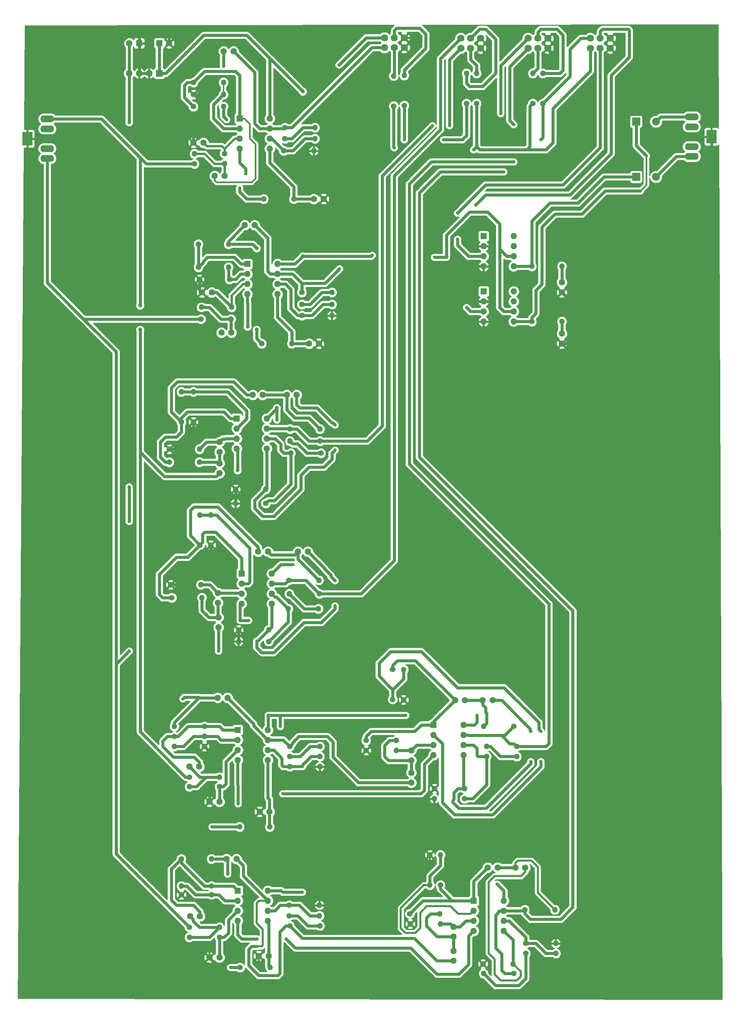
<source format=gbr>
G04 #@! TF.GenerationSoftware,KiCad,Pcbnew,5.0.0-rc3-6a2723a~65~ubuntu16.04.1*
G04 #@! TF.CreationDate,2018-07-19T21:14:32+03:00*
G04 #@! TF.ProjectId,test5,74657374352E6B696361645F70636200,rev?*
G04 #@! TF.SameCoordinates,Original*
G04 #@! TF.FileFunction,Copper,L1,Top,Signal*
G04 #@! TF.FilePolarity,Positive*
%FSLAX46Y46*%
G04 Gerber Fmt 4.6, Leading zero omitted, Abs format (unit mm)*
G04 Created by KiCad (PCBNEW 5.0.0-rc3-6a2723a~65~ubuntu16.04.1) date Thu Jul 19 21:14:32 2018*
%MOMM*%
%LPD*%
G01*
G04 APERTURE LIST*
G04 #@! TA.AperFunction,ComponentPad*
%ADD10R,1.600000X1.600000*%
G04 #@! TD*
G04 #@! TA.AperFunction,ComponentPad*
%ADD11O,1.600000X1.600000*%
G04 #@! TD*
G04 #@! TA.AperFunction,ComponentPad*
%ADD12C,1.600000*%
G04 #@! TD*
G04 #@! TA.AperFunction,ComponentPad*
%ADD13C,1.400000*%
G04 #@! TD*
G04 #@! TA.AperFunction,ComponentPad*
%ADD14O,1.400000X1.400000*%
G04 #@! TD*
G04 #@! TA.AperFunction,ComponentPad*
%ADD15R,1.700000X1.700000*%
G04 #@! TD*
G04 #@! TA.AperFunction,ComponentPad*
%ADD16O,1.700000X1.700000*%
G04 #@! TD*
G04 #@! TA.AperFunction,ComponentPad*
%ADD17R,2.000000X2.000000*%
G04 #@! TD*
G04 #@! TA.AperFunction,ComponentPad*
%ADD18C,2.000000*%
G04 #@! TD*
G04 #@! TA.AperFunction,ComponentPad*
%ADD19R,2.500000X3.500000*%
G04 #@! TD*
G04 #@! TA.AperFunction,ComponentPad*
%ADD20O,3.500000X1.750000*%
G04 #@! TD*
G04 #@! TA.AperFunction,ComponentPad*
%ADD21C,1.800000*%
G04 #@! TD*
G04 #@! TA.AperFunction,ViaPad*
%ADD22C,0.800000*%
G04 #@! TD*
G04 #@! TA.AperFunction,ViaPad*
%ADD23C,1.000000*%
G04 #@! TD*
G04 #@! TA.AperFunction,ViaPad*
%ADD24C,0.700000*%
G04 #@! TD*
G04 #@! TA.AperFunction,Conductor*
%ADD25C,0.800000*%
G04 #@! TD*
G04 #@! TA.AperFunction,Conductor*
%ADD26C,0.400000*%
G04 #@! TD*
G04 #@! TA.AperFunction,Conductor*
%ADD27C,0.500000*%
G04 #@! TD*
G04 #@! TA.AperFunction,Conductor*
%ADD28C,0.600000*%
G04 #@! TD*
G04 #@! TA.AperFunction,Conductor*
%ADD29C,0.300000*%
G04 #@! TD*
G04 #@! TA.AperFunction,Conductor*
%ADD30C,0.254000*%
G04 #@! TD*
G04 APERTURE END LIST*
D10*
G04 #@! TO.P,U6,1*
G04 #@! TO.N,Net-(C14-Pad1)*
X80835500Y-230759000D03*
D11*
G04 #@! TO.P,U6,5*
G04 #@! TO.N,Net-(C24-Pad2)*
X88455500Y-238379000D03*
G04 #@! TO.P,U6,2*
G04 #@! TO.N,Net-(R23-Pad2)*
X80835500Y-233299000D03*
G04 #@! TO.P,U6,6*
G04 #@! TO.N,Net-(R53-Pad2)*
X88455500Y-235839000D03*
G04 #@! TO.P,U6,3*
G04 #@! TO.N,Net-(C12-Pad1)*
X80835500Y-235839000D03*
G04 #@! TO.P,U6,7*
G04 #@! TO.N,Net-(C26-Pad1)*
X88455500Y-233299000D03*
G04 #@! TO.P,U6,4*
G04 #@! TO.N,Vcc-*
X80835500Y-238379000D03*
G04 #@! TO.P,U6,8*
G04 #@! TO.N,Vcc+*
X88455500Y-230759000D03*
G04 #@! TD*
D12*
G04 #@! TO.P,C19,1*
G04 #@! TO.N,GND*
X102576000Y-55880000D03*
G04 #@! TO.P,C19,2*
G04 #@! TO.N,Net-(C19-Pad2)*
X100076000Y-55880000D03*
G04 #@! TD*
G04 #@! TO.P,C21,1*
G04 #@! TO.N,Net-(C21-Pad1)*
X79756000Y-18542000D03*
G04 #@! TO.P,C21,2*
G04 #@! TO.N,Net-(C21-Pad2)*
X77256000Y-18542000D03*
G04 #@! TD*
D13*
G04 #@! TO.P,R14,1*
G04 #@! TO.N,GND*
X69596000Y-29464000D03*
D14*
G04 #@! TO.P,R14,2*
G04 #@! TO.N,Net-(R13-Pad2)*
X77216000Y-29464000D03*
G04 #@! TD*
D13*
G04 #@! TO.P,R13,1*
G04 #@! TO.N,Net-(C9-Pad1)*
X69596000Y-26416000D03*
D14*
G04 #@! TO.P,R13,2*
G04 #@! TO.N,Net-(R13-Pad2)*
X77216000Y-26416000D03*
G04 #@! TD*
D13*
G04 #@! TO.P,R25,1*
G04 #@! TO.N,Net-(C9-Pad1)*
X69596000Y-32512000D03*
D14*
G04 #@! TO.P,R25,2*
G04 #@! TO.N,Net-(C21-Pad2)*
X77216000Y-32512000D03*
G04 #@! TD*
D15*
G04 #@! TO.P,J3,1*
G04 #@! TO.N,Vcc+*
X60960000Y-24130000D03*
D16*
G04 #@! TO.P,J3,2*
G04 #@! TO.N,GND*
X58420000Y-24130000D03*
G04 #@! TO.P,J3,3*
X55880000Y-24130000D03*
G04 #@! TO.P,J3,4*
G04 #@! TO.N,Vcc-*
X53340000Y-24130000D03*
G04 #@! TD*
D13*
G04 #@! TO.P,10K1,1*
G04 #@! TO.N,Net-(10K1-Pad1)*
X157988000Y-31750000D03*
D14*
G04 #@! TO.P,10K1,2*
G04 #@! TO.N,Net-(10K1-Pad2)*
X157988000Y-24130000D03*
G04 #@! TD*
D10*
G04 #@! TO.P,C1,1*
G04 #@! TO.N,Vcc+*
X60960000Y-16510000D03*
D12*
G04 #@! TO.P,C1,2*
G04 #@! TO.N,GND*
X63460000Y-16510000D03*
G04 #@! TD*
G04 #@! TO.P,C2,2*
G04 #@! TO.N,Vcc-*
X53380000Y-16510000D03*
D10*
G04 #@! TO.P,C2,1*
G04 #@! TO.N,GND*
X55880000Y-16510000D03*
G04 #@! TD*
D12*
G04 #@! TO.P,C3,2*
G04 #@! TO.N,IN_RIGHT*
X76200000Y-125222000D03*
G04 #@! TO.P,C3,1*
G04 #@! TO.N,Net-(C3-Pad1)*
X76200000Y-122722000D03*
G04 #@! TD*
G04 #@! TO.P,C4,1*
G04 #@! TO.N,Net-(C4-Pad1)*
X75946000Y-161671000D03*
G04 #@! TO.P,C4,2*
G04 #@! TO.N,IN_LEFT*
X75946000Y-164171000D03*
G04 #@! TD*
G04 #@! TO.P,C5,1*
G04 #@! TO.N,Net-(C5-Pad1)*
X76200000Y-117348000D03*
G04 #@! TO.P,C5,2*
G04 #@! TO.N,Net-(C3-Pad1)*
X76200000Y-119848000D03*
G04 #@! TD*
G04 #@! TO.P,C6,2*
G04 #@! TO.N,Net-(C4-Pad1)*
X75819000Y-157988000D03*
G04 #@! TO.P,C6,1*
G04 #@! TO.N,Net-(C6-Pad1)*
X75819000Y-155488000D03*
G04 #@! TD*
G04 #@! TO.P,C7,2*
G04 #@! TO.N,GND*
X69636000Y-41656000D03*
G04 #@! TO.P,C7,1*
G04 #@! TO.N,Net-(C7-Pad1)*
X72136000Y-41656000D03*
G04 #@! TD*
G04 #@! TO.P,C8,1*
G04 #@! TO.N,Net-(C8-Pad1)*
X74250000Y-79500000D03*
G04 #@! TO.P,C8,2*
G04 #@! TO.N,GND*
X71750000Y-79500000D03*
G04 #@! TD*
G04 #@! TO.P,C9,2*
G04 #@! TO.N,Net-(C9-Pad2)*
X77470000Y-50038000D03*
G04 #@! TO.P,C9,1*
G04 #@! TO.N,Net-(C9-Pad1)*
X74970000Y-50038000D03*
G04 #@! TD*
G04 #@! TO.P,C10,2*
G04 #@! TO.N,Net-(C10-Pad2)*
X79208000Y-89662000D03*
G04 #@! TO.P,C10,1*
G04 #@! TO.N,Net-(C10-Pad1)*
X76708000Y-89662000D03*
G04 #@! TD*
G04 #@! TO.P,C11,2*
G04 #@! TO.N,GND*
X73700000Y-208280000D03*
G04 #@! TO.P,C11,1*
G04 #@! TO.N,Net-(C11-Pad1)*
X76200000Y-208280000D03*
G04 #@! TD*
G04 #@! TO.P,C12,1*
G04 #@! TO.N,Net-(C12-Pad1)*
X76200000Y-247650000D03*
G04 #@! TO.P,C12,2*
G04 #@! TO.N,GND*
X73700000Y-247650000D03*
G04 #@! TD*
G04 #@! TO.P,C13,1*
G04 #@! TO.N,Net-(C13-Pad1)*
X71080000Y-199390000D03*
G04 #@! TO.P,C13,2*
G04 #@! TO.N,Net-(C13-Pad2)*
X68580000Y-199390000D03*
G04 #@! TD*
G04 #@! TO.P,C14,2*
G04 #@! TO.N,Net-(C14-Pad2)*
X68747000Y-237236000D03*
G04 #@! TO.P,C14,1*
G04 #@! TO.N,Net-(C14-Pad1)*
X71247000Y-237236000D03*
G04 #@! TD*
G04 #@! TO.P,C15,1*
G04 #@! TO.N,Net-(C15-Pad1)*
X87122000Y-105410000D03*
G04 #@! TO.P,C15,2*
G04 #@! TO.N,Net-(C15-Pad2)*
X84622000Y-105410000D03*
G04 #@! TD*
G04 #@! TO.P,C16,1*
G04 #@! TO.N,Net-(C16-Pad1)*
X88479000Y-145034000D03*
G04 #@! TO.P,C16,2*
G04 #@! TO.N,Net-(C16-Pad2)*
X85979000Y-145034000D03*
G04 #@! TD*
G04 #@! TO.P,C17,1*
G04 #@! TO.N,Net-(C17-Pad1)*
X95718000Y-105410000D03*
G04 #@! TO.P,C17,2*
G04 #@! TO.N,Net-(C15-Pad1)*
X93218000Y-105410000D03*
G04 #@! TD*
G04 #@! TO.P,C18,2*
G04 #@! TO.N,Net-(C16-Pad1)*
X96052000Y-145034000D03*
G04 #@! TO.P,C18,1*
G04 #@! TO.N,Net-(C18-Pad1)*
X98552000Y-145034000D03*
G04 #@! TD*
G04 #@! TO.P,C20,1*
G04 #@! TO.N,GND*
X101346000Y-92456000D03*
G04 #@! TO.P,C20,2*
G04 #@! TO.N,Net-(C20-Pad2)*
X98846000Y-92456000D03*
G04 #@! TD*
G04 #@! TO.P,C22,2*
G04 #@! TO.N,Net-(C22-Pad2)*
X82590000Y-62484000D03*
G04 #@! TO.P,C22,1*
G04 #@! TO.N,Net-(C22-Pad1)*
X85090000Y-62484000D03*
G04 #@! TD*
G04 #@! TO.P,C23,1*
G04 #@! TO.N,GND*
X86360000Y-210820000D03*
G04 #@! TO.P,C23,2*
G04 #@! TO.N,Net-(C23-Pad2)*
X88860000Y-210820000D03*
G04 #@! TD*
G04 #@! TO.P,C24,2*
G04 #@! TO.N,Net-(C24-Pad2)*
X88646000Y-247269000D03*
G04 #@! TO.P,C24,1*
G04 #@! TO.N,GND*
X86146000Y-247269000D03*
G04 #@! TD*
G04 #@! TO.P,C25,2*
G04 #@! TO.N,Net-(C25-Pad2)*
X75732000Y-181991000D03*
G04 #@! TO.P,C25,1*
G04 #@! TO.N,Net-(C25-Pad1)*
X78232000Y-181991000D03*
G04 #@! TD*
G04 #@! TO.P,C26,2*
G04 #@! TO.N,Net-(C26-Pad2)*
X78018000Y-222758000D03*
G04 #@! TO.P,C26,1*
G04 #@! TO.N,Net-(C26-Pad1)*
X80518000Y-222758000D03*
G04 #@! TD*
G04 #@! TO.P,C27,1*
G04 #@! TO.N,Net-(C27-Pad1)*
X124714000Y-200954000D03*
G04 #@! TO.P,C27,2*
G04 #@! TO.N,Net-(C25-Pad1)*
X124714000Y-203454000D03*
G04 #@! TD*
G04 #@! TO.P,C28,1*
G04 #@! TO.N,Net-(C28-Pad1)*
X135382000Y-245999000D03*
G04 #@! TO.P,C28,2*
G04 #@! TO.N,Net-(C26-Pad1)*
X135382000Y-248499000D03*
G04 #@! TD*
G04 #@! TO.P,C29,2*
G04 #@! TO.N,Net-(C27-Pad1)*
X124714000Y-197826000D03*
G04 #@! TO.P,C29,1*
G04 #@! TO.N,Net-(C29-Pad1)*
X124714000Y-195326000D03*
G04 #@! TD*
G04 #@! TO.P,C30,1*
G04 #@! TO.N,Net-(C30-Pad1)*
X135382000Y-239903000D03*
G04 #@! TO.P,C30,2*
G04 #@! TO.N,Net-(C28-Pad1)*
X135382000Y-242403000D03*
G04 #@! TD*
G04 #@! TO.P,C31,2*
G04 #@! TO.N,Net-(C31-Pad2)*
X135803000Y-182626000D03*
G04 #@! TO.P,C31,1*
G04 #@! TO.N,Net-(C31-Pad1)*
X138303000Y-182626000D03*
G04 #@! TD*
G04 #@! TO.P,C32,2*
G04 #@! TO.N,Net-(C32-Pad2)*
X144058000Y-224917000D03*
G04 #@! TO.P,C32,1*
G04 #@! TO.N,Net-(C32-Pad1)*
X146558000Y-224917000D03*
G04 #@! TD*
G04 #@! TO.P,C33,2*
G04 #@! TO.N,Net-(C31-Pad1)*
X142788000Y-182626000D03*
G04 #@! TO.P,C33,1*
G04 #@! TO.N,Net-(C33-Pad1)*
X145288000Y-182626000D03*
G04 #@! TD*
G04 #@! TO.P,C34,1*
G04 #@! TO.N,Net-(C34-Pad1)*
X153543000Y-224917000D03*
G04 #@! TO.P,C34,2*
G04 #@! TO.N,Net-(C32-Pad1)*
X151043000Y-224917000D03*
G04 #@! TD*
G04 #@! TO.P,C35,1*
G04 #@! TO.N,Net-(C35-Pad1)*
X162814000Y-76962000D03*
G04 #@! TO.P,C35,2*
G04 #@! TO.N,GND*
X162814000Y-79462000D03*
G04 #@! TD*
G04 #@! TO.P,C36,1*
G04 #@! TO.N,Net-(C36-Pad1)*
X162814000Y-89916000D03*
G04 #@! TO.P,C36,2*
G04 #@! TO.N,GND*
X162814000Y-92416000D03*
G04 #@! TD*
D17*
G04 #@! TO.P,C37,1*
G04 #@! TO.N,Net-(C37-Pad1)*
X181610000Y-50292000D03*
D18*
G04 #@! TO.P,C37,2*
G04 #@! TO.N,Net-(C37-Pad2)*
X186610000Y-50292000D03*
G04 #@! TD*
G04 #@! TO.P,C38,2*
G04 #@! TO.N,Net-(C38-Pad2)*
X186610000Y-36322000D03*
D17*
G04 #@! TO.P,C38,1*
G04 #@! TO.N,Net-(C38-Pad1)*
X181610000Y-36322000D03*
G04 #@! TD*
D19*
G04 #@! TO.P,J1,1*
G04 #@! TO.N,GND*
X27614000Y-40640000D03*
D20*
G04 #@! TO.P,J1,2*
G04 #@! TO.N,IN_RIGHT*
X32620000Y-35640000D03*
G04 #@! TO.P,J1,3*
G04 #@! TO.N,IN_LEFT*
X32620000Y-45640000D03*
G04 #@! TO.P,J1,4*
G04 #@! TO.N,Net-(J1-Pad4)*
X32620000Y-38140000D03*
G04 #@! TO.P,J1,5*
G04 #@! TO.N,Net-(J1-Pad5)*
X32620000Y-43140000D03*
G04 #@! TD*
G04 #@! TO.P,J2,5*
G04 #@! TO.N,Net-(J2-Pad5)*
X195654000Y-37632000D03*
G04 #@! TO.P,J2,4*
G04 #@! TO.N,Net-(J2-Pad4)*
X195654000Y-42632000D03*
G04 #@! TO.P,J2,3*
G04 #@! TO.N,Net-(C38-Pad2)*
X195654000Y-35132000D03*
G04 #@! TO.P,J2,2*
G04 #@! TO.N,Net-(C37-Pad2)*
X195654000Y-45132000D03*
D19*
G04 #@! TO.P,J2,1*
G04 #@! TO.N,GND*
X200660000Y-40132000D03*
G04 #@! TD*
D13*
G04 #@! TO.P,R1,1*
G04 #@! TO.N,IN_RIGHT*
X69850000Y-46990000D03*
D14*
G04 #@! TO.P,R1,2*
G04 #@! TO.N,Net-(C9-Pad2)*
X77470000Y-46990000D03*
G04 #@! TD*
D13*
G04 #@! TO.P,R2,1*
G04 #@! TO.N,IN_LEFT*
X71500000Y-86250000D03*
D14*
G04 #@! TO.P,R2,2*
G04 #@! TO.N,Net-(C10-Pad2)*
X79120000Y-86250000D03*
G04 #@! TD*
D13*
G04 #@! TO.P,R3,1*
G04 #@! TO.N,IN_RIGHT*
X68580000Y-202057000D03*
D14*
G04 #@! TO.P,R3,2*
G04 #@! TO.N,Net-(C13-Pad2)*
X76200000Y-202057000D03*
G04 #@! TD*
G04 #@! TO.P,R4,2*
G04 #@! TO.N,Net-(C14-Pad2)*
X76200000Y-240030000D03*
D13*
G04 #@! TO.P,R4,1*
G04 #@! TO.N,IN_LEFT*
X68580000Y-240030000D03*
G04 #@! TD*
G04 #@! TO.P,R5,1*
G04 #@! TO.N,Net-(C7-Pad1)*
X77470000Y-44450000D03*
D14*
G04 #@! TO.P,R5,2*
G04 #@! TO.N,Net-(C9-Pad2)*
X69850000Y-44450000D03*
G04 #@! TD*
D13*
G04 #@! TO.P,R6,1*
G04 #@! TO.N,Net-(C8-Pad1)*
X79250000Y-83250000D03*
D14*
G04 #@! TO.P,R6,2*
G04 #@! TO.N,Net-(C10-Pad2)*
X71630000Y-83250000D03*
G04 #@! TD*
G04 #@! TO.P,R7,2*
G04 #@! TO.N,Net-(C13-Pad2)*
X68580000Y-204470000D03*
D13*
G04 #@! TO.P,R7,1*
G04 #@! TO.N,Net-(C11-Pad1)*
X76200000Y-204470000D03*
G04 #@! TD*
G04 #@! TO.P,R8,1*
G04 #@! TO.N,Net-(C12-Pad1)*
X76200000Y-242570000D03*
D14*
G04 #@! TO.P,R8,2*
G04 #@! TO.N,Net-(C14-Pad2)*
X68580000Y-242570000D03*
G04 #@! TD*
G04 #@! TO.P,R9,2*
G04 #@! TO.N,Net-(C5-Pad1)*
X71120000Y-119126000D03*
D13*
G04 #@! TO.P,R9,1*
G04 #@! TO.N,GND*
X63500000Y-119126000D03*
G04 #@! TD*
D14*
G04 #@! TO.P,R10,2*
G04 #@! TO.N,Net-(C6-Pad1)*
X71501000Y-153416000D03*
D13*
G04 #@! TO.P,R10,1*
G04 #@! TO.N,GND*
X63881000Y-153416000D03*
G04 #@! TD*
D14*
G04 #@! TO.P,R11,2*
G04 #@! TO.N,Net-(C3-Pad1)*
X71120000Y-122428000D03*
D13*
G04 #@! TO.P,R11,1*
G04 #@! TO.N,Net-(C15-Pad2)*
X63500000Y-122428000D03*
G04 #@! TD*
D14*
G04 #@! TO.P,R12,2*
G04 #@! TO.N,Net-(C4-Pad1)*
X71755000Y-156718000D03*
D13*
G04 #@! TO.P,R12,1*
G04 #@! TO.N,Net-(C16-Pad2)*
X64135000Y-156718000D03*
G04 #@! TD*
G04 #@! TO.P,R15,1*
G04 #@! TO.N,Net-(C10-Pad1)*
X70866000Y-73152000D03*
D14*
G04 #@! TO.P,R15,2*
G04 #@! TO.N,Net-(R15-Pad2)*
X78486000Y-73152000D03*
G04 #@! TD*
G04 #@! TO.P,R16,2*
G04 #@! TO.N,Net-(R15-Pad2)*
X78740000Y-76200000D03*
D13*
G04 #@! TO.P,R16,1*
G04 #@! TO.N,GND*
X71120000Y-76200000D03*
G04 #@! TD*
D14*
G04 #@! TO.P,R17,2*
G04 #@! TO.N,Net-(R17-Pad2)*
X66548000Y-104648000D03*
D13*
G04 #@! TO.P,R17,1*
G04 #@! TO.N,Net-(C15-Pad2)*
X66548000Y-112268000D03*
G04 #@! TD*
G04 #@! TO.P,R18,1*
G04 #@! TO.N,GND*
X69596000Y-112268000D03*
D14*
G04 #@! TO.P,R18,2*
G04 #@! TO.N,Net-(R17-Pad2)*
X69596000Y-104648000D03*
G04 #@! TD*
G04 #@! TO.P,R19,2*
G04 #@! TO.N,Net-(R19-Pad2)*
X71247000Y-135763000D03*
D13*
G04 #@! TO.P,R19,1*
G04 #@! TO.N,Net-(C16-Pad2)*
X71247000Y-143383000D03*
G04 #@! TD*
G04 #@! TO.P,R20,1*
G04 #@! TO.N,GND*
X74041000Y-143383000D03*
D14*
G04 #@! TO.P,R20,2*
G04 #@! TO.N,Net-(R19-Pad2)*
X74041000Y-135763000D03*
G04 #@! TD*
G04 #@! TO.P,R21,2*
G04 #@! TO.N,Net-(R21-Pad2)*
X72390000Y-191770000D03*
D13*
G04 #@! TO.P,R21,1*
G04 #@! TO.N,Net-(C13-Pad1)*
X64770000Y-191770000D03*
G04 #@! TD*
G04 #@! TO.P,R22,1*
G04 #@! TO.N,GND*
X72390000Y-194310000D03*
D14*
G04 #@! TO.P,R22,2*
G04 #@! TO.N,Net-(R21-Pad2)*
X64770000Y-194310000D03*
G04 #@! TD*
D13*
G04 #@! TO.P,R23,1*
G04 #@! TO.N,Net-(C14-Pad1)*
X74168000Y-229616000D03*
D14*
G04 #@! TO.P,R23,2*
G04 #@! TO.N,Net-(R23-Pad2)*
X66548000Y-229616000D03*
G04 #@! TD*
G04 #@! TO.P,R24,2*
G04 #@! TO.N,Net-(R23-Pad2)*
X74168000Y-231775000D03*
D13*
G04 #@! TO.P,R24,1*
G04 #@! TO.N,GND*
X66548000Y-231775000D03*
G04 #@! TD*
D14*
G04 #@! TO.P,R26,2*
G04 #@! TO.N,Net-(C22-Pad2)*
X78486000Y-67310000D03*
D13*
G04 #@! TO.P,R26,1*
G04 #@! TO.N,Net-(C10-Pad1)*
X70866000Y-67310000D03*
G04 #@! TD*
G04 #@! TO.P,R27,1*
G04 #@! TO.N,Net-(C13-Pad1)*
X72390000Y-189230000D03*
D14*
G04 #@! TO.P,R27,2*
G04 #@! TO.N,Net-(C25-Pad2)*
X64770000Y-189230000D03*
G04 #@! TD*
G04 #@! TO.P,R28,2*
G04 #@! TO.N,Net-(C26-Pad2)*
X74168000Y-222758000D03*
D13*
G04 #@! TO.P,R28,1*
G04 #@! TO.N,Net-(C14-Pad1)*
X66548000Y-222758000D03*
G04 #@! TD*
G04 #@! TO.P,R29,1*
G04 #@! TO.N,Net-(C21-Pad2)*
X87376000Y-55880000D03*
D14*
G04 #@! TO.P,R29,2*
G04 #@! TO.N,Net-(C19-Pad2)*
X94996000Y-55880000D03*
G04 #@! TD*
D13*
G04 #@! TO.P,R30,1*
G04 #@! TO.N,Net-(C22-Pad2)*
X86868000Y-92456000D03*
D14*
G04 #@! TO.P,R30,2*
G04 #@! TO.N,Net-(C20-Pad2)*
X94488000Y-92456000D03*
G04 #@! TD*
G04 #@! TO.P,R31,2*
G04 #@! TO.N,Net-(C23-Pad2)*
X88900000Y-214630000D03*
D13*
G04 #@! TO.P,R31,1*
G04 #@! TO.N,Net-(C25-Pad2)*
X81280000Y-214630000D03*
G04 #@! TD*
G04 #@! TO.P,R32,1*
G04 #@! TO.N,Net-(C26-Pad2)*
X81407000Y-250190000D03*
D14*
G04 #@! TO.P,R32,2*
G04 #@! TO.N,Net-(C24-Pad2)*
X89027000Y-250190000D03*
G04 #@! TD*
D13*
G04 #@! TO.P,R33,1*
G04 #@! TO.N,GND*
X80264000Y-129286000D03*
D14*
G04 #@! TO.P,R33,2*
G04 #@! TO.N,Net-(C17-Pad1)*
X87884000Y-129286000D03*
G04 #@! TD*
G04 #@! TO.P,R34,2*
G04 #@! TO.N,Net-(C18-Pad1)*
X88646000Y-164846000D03*
D13*
G04 #@! TO.P,R34,1*
G04 #@! TO.N,GND*
X81026000Y-164846000D03*
G04 #@! TD*
G04 #@! TO.P,R35,1*
G04 #@! TO.N,Net-(R35-Pad1)*
X93980000Y-114046000D03*
D14*
G04 #@! TO.P,R35,2*
G04 #@! TO.N,Net-(C15-Pad1)*
X101600000Y-114046000D03*
G04 #@! TD*
D13*
G04 #@! TO.P,R36,1*
G04 #@! TO.N,Net-(R36-Pad1)*
X93726000Y-152273000D03*
D14*
G04 #@! TO.P,R36,2*
G04 #@! TO.N,Net-(C16-Pad1)*
X101346000Y-152273000D03*
G04 #@! TD*
G04 #@! TO.P,R37,2*
G04 #@! TO.N,Net-(R37-Pad2)*
X100330000Y-37846000D03*
D13*
G04 #@! TO.P,R37,1*
G04 #@! TO.N,Net-(C21-Pad1)*
X92710000Y-37846000D03*
G04 #@! TD*
G04 #@! TO.P,R38,1*
G04 #@! TO.N,Net-(R37-Pad2)*
X92710000Y-40640000D03*
D14*
G04 #@! TO.P,R38,2*
G04 #@! TO.N,Net-(R38-Pad2)*
X100330000Y-40640000D03*
G04 #@! TD*
G04 #@! TO.P,R39,2*
G04 #@! TO.N,GND*
X100076000Y-43688000D03*
D13*
G04 #@! TO.P,R39,1*
G04 #@! TO.N,Net-(R38-Pad2)*
X92456000Y-43688000D03*
G04 #@! TD*
G04 #@! TO.P,R40,1*
G04 #@! TO.N,Net-(C22-Pad1)*
X97028000Y-79502000D03*
D14*
G04 #@! TO.P,R40,2*
G04 #@! TO.N,Net-(R40-Pad2)*
X104648000Y-79502000D03*
G04 #@! TD*
G04 #@! TO.P,R41,2*
G04 #@! TO.N,Net-(R41-Pad2)*
X104648000Y-82550000D03*
D13*
G04 #@! TO.P,R41,1*
G04 #@! TO.N,Net-(R40-Pad2)*
X97028000Y-82550000D03*
G04 #@! TD*
G04 #@! TO.P,R42,1*
G04 #@! TO.N,Net-(R41-Pad2)*
X97028000Y-85344000D03*
D14*
G04 #@! TO.P,R42,2*
G04 #@! TO.N,GND*
X104648000Y-85344000D03*
G04 #@! TD*
G04 #@! TO.P,R43,2*
G04 #@! TO.N,Net-(R43-Pad2)*
X93980000Y-117094000D03*
D13*
G04 #@! TO.P,R43,1*
G04 #@! TO.N,Net-(R35-Pad1)*
X101600000Y-117094000D03*
G04 #@! TD*
D14*
G04 #@! TO.P,R44,2*
G04 #@! TO.N,Net-(R44-Pad2)*
X94234000Y-120142000D03*
D13*
G04 #@! TO.P,R44,1*
G04 #@! TO.N,Net-(R43-Pad2)*
X101854000Y-120142000D03*
G04 #@! TD*
D14*
G04 #@! TO.P,R45,2*
G04 #@! TO.N,GND*
X80264000Y-132842000D03*
D13*
G04 #@! TO.P,R45,1*
G04 #@! TO.N,Net-(R44-Pad2)*
X87884000Y-132842000D03*
G04 #@! TD*
D14*
G04 #@! TO.P,R46,2*
G04 #@! TO.N,Net-(R46-Pad2)*
X93853000Y-155702000D03*
D13*
G04 #@! TO.P,R46,1*
G04 #@! TO.N,Net-(R36-Pad1)*
X101473000Y-155702000D03*
G04 #@! TD*
D14*
G04 #@! TO.P,R47,2*
G04 #@! TO.N,Net-(R47-Pad2)*
X93599000Y-159512000D03*
D13*
G04 #@! TO.P,R47,1*
G04 #@! TO.N,Net-(R46-Pad2)*
X101219000Y-159512000D03*
G04 #@! TD*
G04 #@! TO.P,R48,1*
G04 #@! TO.N,Net-(R47-Pad2)*
X88646000Y-167767000D03*
D14*
G04 #@! TO.P,R48,2*
G04 #@! TO.N,GND*
X81026000Y-167767000D03*
G04 #@! TD*
G04 #@! TO.P,R49,2*
G04 #@! TO.N,Net-(R49-Pad2)*
X101600000Y-194310000D03*
D13*
G04 #@! TO.P,R49,1*
G04 #@! TO.N,Net-(C25-Pad1)*
X93980000Y-194310000D03*
G04 #@! TD*
G04 #@! TO.P,R50,1*
G04 #@! TO.N,Net-(R49-Pad2)*
X93980000Y-196850000D03*
D14*
G04 #@! TO.P,R50,2*
G04 #@! TO.N,Net-(R50-Pad2)*
X101600000Y-196850000D03*
G04 #@! TD*
G04 #@! TO.P,R51,2*
G04 #@! TO.N,GND*
X101600000Y-199390000D03*
D13*
G04 #@! TO.P,R51,1*
G04 #@! TO.N,Net-(R50-Pad2)*
X93980000Y-199390000D03*
G04 #@! TD*
G04 #@! TO.P,R52,1*
G04 #@! TO.N,Net-(C26-Pad1)*
X93980000Y-239649000D03*
D14*
G04 #@! TO.P,R52,2*
G04 #@! TO.N,Net-(R52-Pad2)*
X101600000Y-239649000D03*
G04 #@! TD*
G04 #@! TO.P,R53,2*
G04 #@! TO.N,Net-(R53-Pad2)*
X101473000Y-237109000D03*
D13*
G04 #@! TO.P,R53,1*
G04 #@! TO.N,Net-(R52-Pad2)*
X93853000Y-237109000D03*
G04 #@! TD*
G04 #@! TO.P,R54,1*
G04 #@! TO.N,Net-(R53-Pad2)*
X93853000Y-234442000D03*
D14*
G04 #@! TO.P,R54,2*
G04 #@! TO.N,GND*
X101473000Y-234442000D03*
G04 #@! TD*
D13*
G04 #@! TO.P,R55,1*
G04 #@! TO.N,GND*
X113284000Y-195326000D03*
D14*
G04 #@! TO.P,R55,2*
G04 #@! TO.N,Net-(C29-Pad1)*
X120904000Y-195326000D03*
G04 #@! TD*
G04 #@! TO.P,R56,2*
G04 #@! TO.N,Net-(C30-Pad1)*
X132080000Y-239141000D03*
D13*
G04 #@! TO.P,R56,1*
G04 #@! TO.N,GND*
X124460000Y-239141000D03*
G04 #@! TD*
G04 #@! TO.P,R57,1*
G04 #@! TO.N,Net-(C31-Pad2)*
X113284000Y-192786000D03*
D14*
G04 #@! TO.P,R57,2*
G04 #@! TO.N,Net-(C27-Pad1)*
X120904000Y-192786000D03*
G04 #@! TD*
G04 #@! TO.P,R58,2*
G04 #@! TO.N,Net-(C28-Pad1)*
X131953000Y-236601000D03*
D13*
G04 #@! TO.P,R58,1*
G04 #@! TO.N,Net-(C32-Pad2)*
X124333000Y-236601000D03*
G04 #@! TD*
D14*
G04 #@! TO.P,R59,2*
G04 #@! TO.N,Net-(R59-Pad2)*
X120006335Y-182406726D03*
D13*
G04 #@! TO.P,R59,1*
G04 #@! TO.N,Net-(C31-Pad2)*
X120006335Y-174786726D03*
G04 #@! TD*
G04 #@! TO.P,R60,1*
G04 #@! TO.N,GND*
X122809000Y-182499000D03*
D14*
G04 #@! TO.P,R60,2*
G04 #@! TO.N,Net-(R59-Pad2)*
X122809000Y-174879000D03*
G04 #@! TD*
G04 #@! TO.P,R61,2*
G04 #@! TO.N,Net-(R61-Pad2)*
X132080000Y-221742000D03*
D13*
G04 #@! TO.P,R61,1*
G04 #@! TO.N,Net-(C32-Pad2)*
X132080000Y-229362000D03*
G04 #@! TD*
G04 #@! TO.P,R62,1*
G04 #@! TO.N,GND*
X129413000Y-221742000D03*
D14*
G04 #@! TO.P,R62,2*
G04 #@! TO.N,Net-(R61-Pad2)*
X129413000Y-229362000D03*
G04 #@! TD*
G04 #@! TO.P,R63,2*
G04 #@! TO.N,Net-(R63-Pad2)*
X120269000Y-24765000D03*
D13*
G04 #@! TO.P,R63,1*
G04 #@! TO.N,Net-(R63-Pad1)*
X120269000Y-32385000D03*
G04 #@! TD*
G04 #@! TO.P,R64,1*
G04 #@! TO.N,Net-(R63-Pad1)*
X141224000Y-31750000D03*
D14*
G04 #@! TO.P,R64,2*
G04 #@! TO.N,Net-(R64-Pad2)*
X141224000Y-24130000D03*
G04 #@! TD*
G04 #@! TO.P,R65,2*
G04 #@! TO.N,Net-(R65-Pad2)*
X155448000Y-24130000D03*
D13*
G04 #@! TO.P,R65,1*
G04 #@! TO.N,Net-(R63-Pad1)*
X155448000Y-31750000D03*
G04 #@! TD*
D14*
G04 #@! TO.P,R66,2*
G04 #@! TO.N,Net-(C33-Pad1)*
X138176000Y-204978000D03*
D13*
G04 #@! TO.P,R66,1*
G04 #@! TO.N,GND*
X130556000Y-204978000D03*
G04 #@! TD*
G04 #@! TO.P,R67,1*
G04 #@! TO.N,GND*
X142875000Y-249301000D03*
D14*
G04 #@! TO.P,R67,2*
G04 #@! TO.N,Net-(C34-Pad1)*
X150495000Y-249301000D03*
G04 #@! TD*
G04 #@! TO.P,R68,2*
G04 #@! TO.N,Net-(C31-Pad1)*
X143002000Y-189230000D03*
D13*
G04 #@! TO.P,R68,1*
G04 #@! TO.N,Net-(R68-Pad1)*
X150622000Y-189230000D03*
G04 #@! TD*
G04 #@! TO.P,R69,1*
G04 #@! TO.N,Net-(R69-Pad1)*
X153416000Y-235585000D03*
D14*
G04 #@! TO.P,R69,2*
G04 #@! TO.N,Net-(C32-Pad1)*
X161036000Y-235585000D03*
G04 #@! TD*
D13*
G04 #@! TO.P,R70,1*
G04 #@! TO.N,Net-(10K1-Pad1)*
X122936000Y-32258000D03*
D14*
G04 #@! TO.P,R70,2*
G04 #@! TO.N,Net-(R70-Pad2)*
X122936000Y-24638000D03*
G04 #@! TD*
G04 #@! TO.P,R71,2*
G04 #@! TO.N,Net-(R71-Pad2)*
X138684000Y-24130000D03*
D13*
G04 #@! TO.P,R71,1*
G04 #@! TO.N,Net-(10K1-Pad1)*
X138684000Y-31750000D03*
G04 #@! TD*
G04 #@! TO.P,R73,1*
G04 #@! TO.N,Net-(R68-Pad1)*
X151384000Y-194310000D03*
D14*
G04 #@! TO.P,R73,2*
G04 #@! TO.N,Net-(R73-Pad2)*
X143764000Y-194310000D03*
G04 #@! TD*
G04 #@! TO.P,R74,2*
G04 #@! TO.N,Net-(R74-Pad2)*
X143764000Y-196850000D03*
D13*
G04 #@! TO.P,R74,1*
G04 #@! TO.N,Net-(R73-Pad2)*
X151384000Y-196850000D03*
G04 #@! TD*
G04 #@! TO.P,R75,1*
G04 #@! TO.N,Net-(R74-Pad2)*
X138176000Y-207518000D03*
D14*
G04 #@! TO.P,R75,2*
G04 #@! TO.N,GND*
X130556000Y-207518000D03*
G04 #@! TD*
G04 #@! TO.P,R76,2*
G04 #@! TO.N,Net-(R76-Pad2)*
X143002000Y-251714000D03*
D13*
G04 #@! TO.P,R76,1*
G04 #@! TO.N,Net-(R69-Pad1)*
X150622000Y-251714000D03*
G04 #@! TD*
G04 #@! TO.P,R77,1*
G04 #@! TO.N,Net-(R76-Pad2)*
X153670000Y-246634000D03*
D14*
G04 #@! TO.P,R77,2*
G04 #@! TO.N,Net-(R77-Pad2)*
X161290000Y-246634000D03*
G04 #@! TD*
G04 #@! TO.P,R78,2*
G04 #@! TO.N,GND*
X161290000Y-244094000D03*
D13*
G04 #@! TO.P,R78,1*
G04 #@! TO.N,Net-(R77-Pad2)*
X153670000Y-244094000D03*
G04 #@! TD*
D14*
G04 #@! TO.P,R79,2*
G04 #@! TO.N,Net-(C35-Pad1)*
X162814000Y-72898000D03*
D13*
G04 #@! TO.P,R79,1*
G04 #@! TO.N,Net-(C37-Pad1)*
X155194000Y-72898000D03*
G04 #@! TD*
D14*
G04 #@! TO.P,R80,2*
G04 #@! TO.N,Net-(C36-Pad1)*
X162814000Y-86868000D03*
D13*
G04 #@! TO.P,R80,1*
G04 #@! TO.N,Net-(C38-Pad1)*
X155194000Y-86868000D03*
G04 #@! TD*
D21*
G04 #@! TO.P,RV1,3*
G04 #@! TO.N,Net-(C22-Pad1)*
X117936000Y-15113000D03*
G04 #@! TO.P,RV1,2*
G04 #@! TO.N,Net-(R70-Pad2)*
X120436000Y-15113000D03*
G04 #@! TO.P,RV1,1*
G04 #@! TO.N,GND*
X122936000Y-15113000D03*
G04 #@! TO.P,RV1,6*
G04 #@! TO.N,Net-(C21-Pad1)*
X117936000Y-17613000D03*
G04 #@! TO.P,RV1,5*
G04 #@! TO.N,Net-(R63-Pad2)*
X120436000Y-17613000D03*
G04 #@! TO.P,RV1,4*
G04 #@! TO.N,GND*
X122936000Y-17613000D03*
G04 #@! TD*
G04 #@! TO.P,RV2,4*
G04 #@! TO.N,GND*
X142240000Y-17740000D03*
G04 #@! TO.P,RV2,5*
G04 #@! TO.N,Net-(R64-Pad2)*
X139740000Y-17740000D03*
G04 #@! TO.P,RV2,6*
G04 #@! TO.N,Net-(R35-Pad1)*
X137240000Y-17740000D03*
G04 #@! TO.P,RV2,1*
G04 #@! TO.N,GND*
X142240000Y-15240000D03*
G04 #@! TO.P,RV2,2*
G04 #@! TO.N,Net-(R71-Pad2)*
X139740000Y-15240000D03*
G04 #@! TO.P,RV2,3*
G04 #@! TO.N,Net-(R36-Pad1)*
X137240000Y-15240000D03*
G04 #@! TD*
G04 #@! TO.P,RV3,4*
G04 #@! TO.N,GND*
X175006000Y-17740000D03*
G04 #@! TO.P,RV3,5*
G04 #@! TO.N,Net-(RV3-Pad5)*
X172506000Y-17740000D03*
G04 #@! TO.P,RV3,6*
G04 #@! TO.N,Net-(R63-Pad1)*
X170006000Y-17740000D03*
G04 #@! TO.P,RV3,1*
G04 #@! TO.N,GND*
X175006000Y-15240000D03*
G04 #@! TO.P,RV3,2*
G04 #@! TO.N,Net-(RV3-Pad2)*
X172506000Y-15240000D03*
G04 #@! TO.P,RV3,3*
G04 #@! TO.N,Net-(10K1-Pad1)*
X170006000Y-15240000D03*
G04 #@! TD*
G04 #@! TO.P,RV4,3*
G04 #@! TO.N,Net-(R69-Pad1)*
X154258000Y-15240000D03*
G04 #@! TO.P,RV4,2*
G04 #@! TO.N,Net-(10K1-Pad2)*
X156758000Y-15240000D03*
G04 #@! TO.P,RV4,1*
G04 #@! TO.N,GND*
X159258000Y-15240000D03*
G04 #@! TO.P,RV4,6*
G04 #@! TO.N,Net-(R68-Pad1)*
X154258000Y-17740000D03*
G04 #@! TO.P,RV4,5*
G04 #@! TO.N,Net-(R65-Pad2)*
X156758000Y-17740000D03*
G04 #@! TO.P,RV4,4*
G04 #@! TO.N,GND*
X159258000Y-17740000D03*
G04 #@! TD*
D10*
G04 #@! TO.P,U1,1*
G04 #@! TO.N,Net-(C9-Pad1)*
X81280000Y-35560000D03*
D11*
G04 #@! TO.P,U1,5*
G04 #@! TO.N,Net-(C19-Pad2)*
X88900000Y-43180000D03*
G04 #@! TO.P,U1,2*
G04 #@! TO.N,Net-(R13-Pad2)*
X81280000Y-38100000D03*
G04 #@! TO.P,U1,6*
G04 #@! TO.N,Net-(R38-Pad2)*
X88900000Y-40640000D03*
G04 #@! TO.P,U1,3*
G04 #@! TO.N,Net-(C7-Pad1)*
X81280000Y-40640000D03*
G04 #@! TO.P,U1,7*
G04 #@! TO.N,Net-(C21-Pad1)*
X88900000Y-38100000D03*
G04 #@! TO.P,U1,4*
G04 #@! TO.N,Vcc-*
X81280000Y-43180000D03*
G04 #@! TO.P,U1,8*
G04 #@! TO.N,Vcc+*
X88900000Y-35560000D03*
G04 #@! TD*
D10*
G04 #@! TO.P,U2,1*
G04 #@! TO.N,Net-(C10-Pad1)*
X83248500Y-72326500D03*
D11*
G04 #@! TO.P,U2,5*
G04 #@! TO.N,Net-(C20-Pad2)*
X90868500Y-79946500D03*
G04 #@! TO.P,U2,2*
G04 #@! TO.N,Net-(R15-Pad2)*
X83248500Y-74866500D03*
G04 #@! TO.P,U2,6*
G04 #@! TO.N,Net-(R41-Pad2)*
X90868500Y-77406500D03*
G04 #@! TO.P,U2,3*
G04 #@! TO.N,Net-(C8-Pad1)*
X83248500Y-77406500D03*
G04 #@! TO.P,U2,7*
G04 #@! TO.N,Net-(C22-Pad1)*
X90868500Y-74866500D03*
G04 #@! TO.P,U2,4*
G04 #@! TO.N,Vcc-*
X83248500Y-79946500D03*
G04 #@! TO.P,U2,8*
G04 #@! TO.N,Vcc+*
X90868500Y-72326500D03*
G04 #@! TD*
G04 #@! TO.P,U3,8*
G04 #@! TO.N,Vcc+*
X88201500Y-111379000D03*
G04 #@! TO.P,U3,4*
G04 #@! TO.N,Vcc-*
X80581500Y-118999000D03*
G04 #@! TO.P,U3,7*
G04 #@! TO.N,Net-(R35-Pad1)*
X88201500Y-113919000D03*
G04 #@! TO.P,U3,3*
G04 #@! TO.N,Net-(C5-Pad1)*
X80581500Y-116459000D03*
G04 #@! TO.P,U3,6*
G04 #@! TO.N,Net-(R44-Pad2)*
X88201500Y-116459000D03*
G04 #@! TO.P,U3,2*
G04 #@! TO.N,Net-(R17-Pad2)*
X80581500Y-113919000D03*
G04 #@! TO.P,U3,5*
G04 #@! TO.N,Net-(C17-Pad1)*
X88201500Y-118999000D03*
D10*
G04 #@! TO.P,U3,1*
G04 #@! TO.N,Net-(C15-Pad2)*
X80581500Y-111379000D03*
G04 #@! TD*
G04 #@! TO.P,U4,1*
G04 #@! TO.N,Net-(C16-Pad2)*
X81788000Y-150622000D03*
D11*
G04 #@! TO.P,U4,5*
G04 #@! TO.N,Net-(C18-Pad1)*
X89408000Y-158242000D03*
G04 #@! TO.P,U4,2*
G04 #@! TO.N,Net-(R19-Pad2)*
X81788000Y-153162000D03*
G04 #@! TO.P,U4,6*
G04 #@! TO.N,Net-(R47-Pad2)*
X89408000Y-155702000D03*
G04 #@! TO.P,U4,3*
G04 #@! TO.N,Net-(C6-Pad1)*
X81788000Y-155702000D03*
G04 #@! TO.P,U4,7*
G04 #@! TO.N,Net-(R36-Pad1)*
X89408000Y-153162000D03*
G04 #@! TO.P,U4,4*
G04 #@! TO.N,Vcc-*
X81788000Y-158242000D03*
G04 #@! TO.P,U4,8*
G04 #@! TO.N,Vcc+*
X89408000Y-150622000D03*
G04 #@! TD*
G04 #@! TO.P,U5,8*
G04 #@! TO.N,Vcc+*
X88455500Y-190119000D03*
G04 #@! TO.P,U5,4*
G04 #@! TO.N,Vcc-*
X80835500Y-197739000D03*
G04 #@! TO.P,U5,7*
G04 #@! TO.N,Net-(C25-Pad1)*
X88455500Y-192659000D03*
G04 #@! TO.P,U5,3*
G04 #@! TO.N,Net-(C11-Pad1)*
X80835500Y-195199000D03*
G04 #@! TO.P,U5,6*
G04 #@! TO.N,Net-(R50-Pad2)*
X88455500Y-195199000D03*
G04 #@! TO.P,U5,2*
G04 #@! TO.N,Net-(R21-Pad2)*
X80835500Y-192659000D03*
G04 #@! TO.P,U5,5*
G04 #@! TO.N,Net-(C23-Pad2)*
X88455500Y-197739000D03*
D10*
G04 #@! TO.P,U5,1*
G04 #@! TO.N,Net-(C13-Pad1)*
X80835500Y-190119000D03*
G04 #@! TD*
D11*
G04 #@! TO.P,U7,8*
G04 #@! TO.N,Vcc+*
X137985500Y-188849000D03*
G04 #@! TO.P,U7,4*
G04 #@! TO.N,Vcc-*
X130365500Y-196469000D03*
G04 #@! TO.P,U7,7*
G04 #@! TO.N,Net-(R68-Pad1)*
X137985500Y-191389000D03*
G04 #@! TO.P,U7,3*
G04 #@! TO.N,Net-(C29-Pad1)*
X130365500Y-193929000D03*
G04 #@! TO.P,U7,6*
G04 #@! TO.N,Net-(R74-Pad2)*
X137985500Y-193929000D03*
G04 #@! TO.P,U7,2*
G04 #@! TO.N,Net-(R59-Pad2)*
X130365500Y-191389000D03*
G04 #@! TO.P,U7,5*
G04 #@! TO.N,Net-(C33-Pad1)*
X137985500Y-196469000D03*
D10*
G04 #@! TO.P,U7,1*
G04 #@! TO.N,Net-(C31-Pad2)*
X130365500Y-188849000D03*
G04 #@! TD*
D11*
G04 #@! TO.P,U8,8*
G04 #@! TO.N,Vcc+*
X148145500Y-233299000D03*
G04 #@! TO.P,U8,4*
G04 #@! TO.N,Vcc-*
X140525500Y-240919000D03*
G04 #@! TO.P,U8,7*
G04 #@! TO.N,Net-(R69-Pad1)*
X148145500Y-235839000D03*
G04 #@! TO.P,U8,3*
G04 #@! TO.N,Net-(C30-Pad1)*
X140525500Y-238379000D03*
G04 #@! TO.P,U8,6*
G04 #@! TO.N,Net-(R77-Pad2)*
X148145500Y-238379000D03*
G04 #@! TO.P,U8,2*
G04 #@! TO.N,Net-(R61-Pad2)*
X140525500Y-235839000D03*
G04 #@! TO.P,U8,5*
G04 #@! TO.N,Net-(C34-Pad1)*
X148145500Y-240919000D03*
D10*
G04 #@! TO.P,U8,1*
G04 #@! TO.N,Net-(C32-Pad2)*
X140525500Y-233299000D03*
G04 #@! TD*
G04 #@! TO.P,U9,1*
G04 #@! TO.N,Net-(U9-Pad1)*
X143002000Y-65278000D03*
D11*
G04 #@! TO.P,U9,5*
G04 #@! TO.N,Net-(C37-Pad1)*
X150622000Y-72898000D03*
G04 #@! TO.P,U9,2*
G04 #@! TO.N,GND*
X143002000Y-67818000D03*
G04 #@! TO.P,U9,6*
G04 #@! TO.N,Vcc+*
X150622000Y-70358000D03*
G04 #@! TO.P,U9,3*
G04 #@! TO.N,Net-(RV3-Pad5)*
X143002000Y-70358000D03*
G04 #@! TO.P,U9,7*
G04 #@! TO.N,Net-(U9-Pad7)*
X150622000Y-67818000D03*
G04 #@! TO.P,U9,4*
G04 #@! TO.N,GND*
X143002000Y-72898000D03*
G04 #@! TO.P,U9,8*
G04 #@! TO.N,Net-(U9-Pad8)*
X150622000Y-65278000D03*
G04 #@! TD*
G04 #@! TO.P,U10,8*
G04 #@! TO.N,Net-(U10-Pad8)*
X150622000Y-79248000D03*
G04 #@! TO.P,U10,4*
G04 #@! TO.N,GND*
X143002000Y-86868000D03*
G04 #@! TO.P,U10,7*
G04 #@! TO.N,Net-(U10-Pad7)*
X150622000Y-81788000D03*
G04 #@! TO.P,U10,3*
G04 #@! TO.N,Net-(RV3-Pad2)*
X143002000Y-84328000D03*
G04 #@! TO.P,U10,6*
G04 #@! TO.N,Vcc+*
X150622000Y-84328000D03*
G04 #@! TO.P,U10,2*
G04 #@! TO.N,GND*
X143002000Y-81788000D03*
G04 #@! TO.P,U10,5*
G04 #@! TO.N,Net-(C38-Pad1)*
X150622000Y-86868000D03*
D10*
G04 #@! TO.P,U10,1*
G04 #@! TO.N,Net-(U10-Pad1)*
X143002000Y-79248000D03*
G04 #@! TD*
D22*
G04 #@! TO.N,Net-(10K1-Pad1)*
X122936000Y-40894000D03*
X132842000Y-40894000D03*
X137668000Y-40894000D03*
X157480000Y-40894000D03*
D23*
G04 #@! TO.N,Vcc+*
X97282000Y-28702000D03*
X97282000Y-70358000D03*
X90678000Y-108712000D03*
D22*
X90678000Y-111760000D03*
X92329000Y-148336000D03*
X94742000Y-148336000D03*
X88519000Y-186436000D03*
X88455500Y-190119000D03*
X123317000Y-186436000D03*
X141351000Y-186436000D03*
X91567000Y-189230000D03*
X91821000Y-230759000D03*
X146431000Y-229108000D03*
X97155000Y-231140000D03*
X114808000Y-70104000D03*
X130556000Y-70612000D03*
G04 #@! TO.N,GND*
X73660000Y-205486000D03*
X73660000Y-198628000D03*
X129540000Y-224028000D03*
X129540000Y-231394000D03*
X75438000Y-249682000D03*
X86106000Y-249428000D03*
X73660000Y-244856000D03*
X73660000Y-236982000D03*
X122936000Y-20320000D03*
X143002000Y-20574000D03*
X143256000Y-22352000D03*
X159766000Y-21844000D03*
X122428000Y-21336000D03*
X115824000Y-21590000D03*
G04 #@! TO.N,Vcc-*
X53340000Y-36576000D03*
X82804000Y-49530000D03*
D23*
X83312000Y-88138000D03*
X80772000Y-124460000D03*
D22*
X53340000Y-128651000D03*
X53340000Y-137414000D03*
X81407000Y-162433000D03*
X83566000Y-162433000D03*
X80899000Y-204089000D03*
X80899000Y-206248000D03*
X92202000Y-206248000D03*
X80899000Y-208788000D03*
X82804000Y-242951000D03*
X85725000Y-242951000D03*
X93091000Y-242951000D03*
D23*
G04 #@! TO.N,IN_RIGHT*
X56134000Y-88900000D03*
X56134000Y-82804000D03*
D22*
G04 #@! TO.N,IN_LEFT*
X75946000Y-170180000D03*
X53340000Y-170180000D03*
G04 #@! TO.N,Net-(C17-Pad1)*
X105410000Y-113030000D03*
X105410000Y-119380000D03*
X105410000Y-119380000D03*
G04 #@! TO.N,Net-(C18-Pad1)*
X105410000Y-152400000D03*
X105410000Y-158750000D03*
G04 #@! TO.N,Net-(C21-Pad2)*
X77978000Y-35814000D03*
X77216000Y-22352000D03*
D24*
X81280000Y-53086000D03*
D23*
G04 #@! TO.N,Net-(C22-Pad2)*
X85598000Y-68326000D03*
X85598000Y-88900000D03*
D22*
G04 #@! TO.N,Net-(C22-Pad1)*
X106426000Y-21971000D03*
X106553000Y-73533000D03*
G04 #@! TO.N,Net-(C25-Pad2)*
X74295000Y-214630000D03*
X66929000Y-182245000D03*
G04 #@! TO.N,Net-(C26-Pad2)*
X78994000Y-250190000D03*
X78232000Y-226568000D03*
G04 #@! TO.N,Net-(C33-Pad1)*
X154940000Y-190500000D03*
X154940000Y-198120000D03*
G04 #@! TO.N,Net-(R35-Pad1)*
X130048000Y-37338000D03*
X134366000Y-37338000D03*
G04 #@! TO.N,Net-(R59-Pad2)*
X157480000Y-190500000D03*
X157480000Y-198120000D03*
G04 #@! TO.N,Net-(R63-Pad1)*
X120396000Y-42926000D03*
X140462000Y-43434000D03*
X144780000Y-43434000D03*
G04 #@! TO.N,Net-(R68-Pad1)*
X150622000Y-46482000D03*
X150622000Y-37084000D03*
G04 #@! TO.N,Net-(R69-Pad1)*
X147320000Y-34290000D03*
X148082000Y-49022000D03*
G04 #@! TO.N,Net-(RV3-Pad5)*
X136398000Y-59436000D03*
X136398000Y-66040000D03*
G04 #@! TO.N,Net-(RV3-Pad2)*
X140970000Y-57404000D03*
X138684000Y-83312000D03*
G04 #@! TD*
D25*
G04 #@! TO.N,Net-(10K1-Pad1)*
X122936000Y-32258000D02*
X122936000Y-40894000D01*
X132842000Y-40894000D02*
X137668000Y-40894000D01*
X157988000Y-40386000D02*
X157988000Y-31750000D01*
X157480000Y-40894000D02*
X157988000Y-40386000D01*
X138067999Y-40494001D02*
X137668000Y-40894000D01*
X138684000Y-39878000D02*
X138067999Y-40494001D01*
X138684000Y-31750000D02*
X138684000Y-39878000D01*
X167640000Y-15240000D02*
X170006000Y-15240000D01*
X164846000Y-24892000D02*
X164846000Y-18034000D01*
X164846000Y-18034000D02*
X167640000Y-15240000D01*
X157988000Y-31750000D02*
X164846000Y-24892000D01*
G04 #@! TO.N,Net-(10K1-Pad2)*
X156758000Y-13676000D02*
X156758000Y-15240000D01*
X157480000Y-12954000D02*
X156758000Y-13676000D01*
X161544000Y-12954000D02*
X157480000Y-12954000D01*
X157988000Y-24130000D02*
X162306000Y-24130000D01*
X163068000Y-14478000D02*
X161544000Y-12954000D01*
X162306000Y-24130000D02*
X163068000Y-23368000D01*
X163068000Y-23368000D02*
X163068000Y-14478000D01*
G04 #@! TO.N,Vcc+*
X62610000Y-24130000D02*
X72262000Y-14478000D01*
X60960000Y-24130000D02*
X62610000Y-24130000D01*
X72262000Y-14478000D02*
X83058000Y-14478000D01*
X88900000Y-20320000D02*
X88900000Y-35560000D01*
X83058000Y-14478000D02*
X88900000Y-20320000D01*
X88900000Y-20320000D02*
X92202000Y-23622000D01*
X92202000Y-23622000D02*
X97282000Y-28702000D01*
X95313500Y-72326500D02*
X97282000Y-70358000D01*
X90868500Y-72326500D02*
X95313500Y-72326500D01*
X90678000Y-108902500D02*
X88201500Y-111379000D01*
X90678000Y-108712000D02*
X90678000Y-108902500D01*
X90678000Y-108712000D02*
X90678000Y-111760000D01*
X91694000Y-148336000D02*
X89408000Y-150622000D01*
X92329000Y-148336000D02*
X91694000Y-148336000D01*
X92329000Y-148336000D02*
X94742000Y-148336000D01*
X88519000Y-190055500D02*
X88455500Y-190119000D01*
X88519000Y-186436000D02*
X88519000Y-190055500D01*
X141351000Y-186436000D02*
X141351000Y-188214000D01*
X140716000Y-188849000D02*
X137985500Y-188849000D01*
X141351000Y-188214000D02*
X140716000Y-188849000D01*
X91567000Y-186436000D02*
X91567000Y-189230000D01*
X88519000Y-186436000D02*
X91567000Y-186436000D01*
X91567000Y-186436000D02*
X123317000Y-186436000D01*
X91821000Y-230759000D02*
X88455500Y-230759000D01*
X148145500Y-230822500D02*
X146431000Y-229108000D01*
X148145500Y-233299000D02*
X148145500Y-230822500D01*
X92202000Y-231140000D02*
X91821000Y-230759000D01*
X97155000Y-231140000D02*
X92202000Y-231140000D01*
X114554000Y-70358000D02*
X114808000Y-70104000D01*
X97282000Y-70358000D02*
X114554000Y-70358000D01*
X130556000Y-70612000D02*
X133604000Y-70612000D01*
X133604000Y-70612000D02*
X133604000Y-65024000D01*
X133604000Y-65024000D02*
X139446000Y-59182000D01*
X139446000Y-59182000D02*
X144018000Y-59182000D01*
X144018000Y-59182000D02*
X147066000Y-62230000D01*
X147066000Y-62230000D02*
X147066000Y-68580000D01*
X148844000Y-70358000D02*
X150622000Y-70358000D01*
X147066000Y-68580000D02*
X148844000Y-70358000D01*
X147066000Y-68580000D02*
X147066000Y-83312000D01*
X148082000Y-84328000D02*
X150622000Y-84328000D01*
X147066000Y-83312000D02*
X148082000Y-84328000D01*
X60960000Y-16510000D02*
X60960000Y-24130000D01*
G04 #@! TO.N,GND*
X55880000Y-24130000D02*
X58420000Y-24130000D01*
X70585949Y-29464000D02*
X73152000Y-32030051D01*
X69596000Y-29464000D02*
X70585949Y-29464000D01*
X73152000Y-32030051D02*
X73152000Y-35560000D01*
X69636000Y-39076000D02*
X69636000Y-41656000D01*
X73152000Y-35560000D02*
X69636000Y-39076000D01*
X71120000Y-78870000D02*
X71750000Y-79500000D01*
X71120000Y-76200000D02*
X71120000Y-78870000D01*
X63500000Y-119126000D02*
X66802000Y-119126000D01*
X69596000Y-116332000D02*
X69596000Y-112268000D01*
X66802000Y-119126000D02*
X69596000Y-116332000D01*
X80264000Y-129286000D02*
X80264000Y-132842000D01*
X74041000Y-146939000D02*
X74041000Y-143383000D01*
X67564000Y-153416000D02*
X74041000Y-146939000D01*
X63881000Y-153416000D02*
X67564000Y-153416000D01*
X81026000Y-164846000D02*
X81026000Y-167767000D01*
X55880000Y-16510000D02*
X55880000Y-14910000D01*
X56820000Y-13970000D02*
X62992000Y-13970000D01*
X63460000Y-14438000D02*
X63460000Y-16510000D01*
X55880000Y-14910000D02*
X56820000Y-13970000D01*
X62992000Y-13970000D02*
X63460000Y-14438000D01*
X55880000Y-16510000D02*
X55880000Y-24130000D01*
X165394000Y-82042000D02*
X163613999Y-80261999D01*
X167894000Y-82042000D02*
X165394000Y-82042000D01*
X167894000Y-67310000D02*
X167894000Y-82042000D01*
X172212000Y-62992000D02*
X167894000Y-67310000D01*
X163613999Y-80261999D02*
X162814000Y-79462000D01*
X180086000Y-62992000D02*
X172212000Y-62992000D01*
X200660000Y-40132000D02*
X200660000Y-46482000D01*
X192024000Y-51054000D02*
X180086000Y-62992000D01*
X200660000Y-46482000D02*
X196088000Y-51054000D01*
X196088000Y-51054000D02*
X192024000Y-51054000D01*
X167894000Y-88467370D02*
X167894000Y-82042000D01*
X163945370Y-92416000D02*
X167894000Y-88467370D01*
X162814000Y-92416000D02*
X163945370Y-92416000D01*
D26*
X144248740Y-72898000D02*
X143002000Y-72898000D01*
X144133370Y-67818000D02*
X145149370Y-68834000D01*
X145149370Y-68834000D02*
X145149370Y-71997370D01*
X143002000Y-67818000D02*
X144133370Y-67818000D01*
X145149370Y-71997370D02*
X144248740Y-72898000D01*
X145034000Y-86868000D02*
X143002000Y-86868000D01*
X144526000Y-81788000D02*
X145288000Y-82550000D01*
X145288000Y-82550000D02*
X145288000Y-86614000D01*
X145288000Y-86614000D02*
X145034000Y-86868000D01*
D25*
X141870630Y-72898000D02*
X134250630Y-80518000D01*
X143002000Y-72898000D02*
X141870630Y-72898000D01*
X135520630Y-81788000D02*
X134250630Y-80518000D01*
X144018000Y-81788000D02*
X135520630Y-81788000D01*
D26*
X143002000Y-81788000D02*
X144018000Y-81788000D01*
X144018000Y-81788000D02*
X144526000Y-81788000D01*
D25*
X73700000Y-205526000D02*
X73660000Y-205486000D01*
X73700000Y-208280000D02*
X73700000Y-205526000D01*
X73660000Y-195580000D02*
X72390000Y-194310000D01*
X73660000Y-198628000D02*
X73660000Y-195580000D01*
D27*
X129413000Y-223901000D02*
X129540000Y-224028000D01*
X129413000Y-221742000D02*
X129413000Y-223901000D01*
X127837998Y-231394000D02*
X124789998Y-234442000D01*
X129540000Y-231394000D02*
X127837998Y-231394000D01*
X73700000Y-247944000D02*
X75438000Y-249682000D01*
X73700000Y-247650000D02*
X73700000Y-247944000D01*
X86106000Y-247309000D02*
X86146000Y-247269000D01*
X86106000Y-249428000D02*
X86106000Y-247309000D01*
X73700000Y-244896000D02*
X73660000Y-244856000D01*
X73700000Y-247650000D02*
X73700000Y-244896000D01*
X73660000Y-236416315D02*
X70415685Y-233172000D01*
X73660000Y-236982000D02*
X73660000Y-236416315D01*
X122936000Y-15113000D02*
X125095000Y-15113000D01*
X125095000Y-15113000D02*
X125222000Y-15240000D01*
X125222000Y-15240000D02*
X125222000Y-18034000D01*
X125222000Y-18034000D02*
X122936000Y-20320000D01*
X143002000Y-18502000D02*
X142240000Y-17740000D01*
X143002000Y-20574000D02*
X143002000Y-18502000D01*
X143002000Y-22098000D02*
X143256000Y-22352000D01*
X143002000Y-20574000D02*
X143002000Y-22098000D01*
X159766000Y-18248000D02*
X159258000Y-17740000D01*
X159766000Y-21844000D02*
X159766000Y-18248000D01*
X122936000Y-20828000D02*
X122428000Y-21336000D01*
X122936000Y-20320000D02*
X122936000Y-20828000D01*
D25*
G04 #@! TO.N,Vcc-*
X53340000Y-24130000D02*
X53340000Y-25332081D01*
X53340000Y-25332081D02*
X53340000Y-34798000D01*
X53340000Y-34798000D02*
X53340000Y-36576000D01*
X82804000Y-49530000D02*
X82804000Y-48260000D01*
X81280000Y-46736000D02*
X81280000Y-43180000D01*
X82804000Y-48260000D02*
X81280000Y-46736000D01*
X83312000Y-88138000D02*
X83312000Y-82296000D01*
X83248500Y-82232500D02*
X83248500Y-79946500D01*
X83312000Y-82296000D02*
X83248500Y-82232500D01*
X80772000Y-119189500D02*
X80581500Y-118999000D01*
X80772000Y-124460000D02*
X80772000Y-119189500D01*
X53340000Y-128651000D02*
X53340000Y-129216685D01*
X53340000Y-129216685D02*
X53340000Y-137414000D01*
X81407000Y-158623000D02*
X81788000Y-158242000D01*
X81407000Y-162433000D02*
X81407000Y-158623000D01*
X81407000Y-162433000D02*
X83566000Y-162433000D01*
X80835500Y-204025500D02*
X80899000Y-204089000D01*
X80835500Y-197739000D02*
X80835500Y-204025500D01*
X80899000Y-204089000D02*
X80899000Y-206248000D01*
X127127000Y-206248000D02*
X128016000Y-205359000D01*
X128016000Y-198818500D02*
X130365500Y-196469000D01*
X128016000Y-205359000D02*
X128016000Y-198818500D01*
X92202000Y-206248000D02*
X127127000Y-206248000D01*
X80899000Y-206248000D02*
X80899000Y-208788000D01*
X82804000Y-242951000D02*
X81788000Y-242951000D01*
X81788000Y-242951000D02*
X80772000Y-241935000D01*
X80835500Y-241871500D02*
X80835500Y-238379000D01*
X80772000Y-241935000D02*
X80835500Y-241871500D01*
X82804000Y-242951000D02*
X85725000Y-242951000D01*
X139192000Y-242252500D02*
X140525500Y-240919000D01*
X139192000Y-249428000D02*
X139192000Y-242252500D01*
X136779000Y-251841000D02*
X139192000Y-249428000D01*
X93091000Y-242951000D02*
X95377000Y-245237000D01*
X131191000Y-251841000D02*
X136779000Y-251841000D01*
X95377000Y-245237000D02*
X124587000Y-245237000D01*
X124587000Y-245237000D02*
X131191000Y-251841000D01*
X53380000Y-24090000D02*
X53340000Y-24130000D01*
X53380000Y-16510000D02*
X53380000Y-24090000D01*
G04 #@! TO.N,IN_RIGHT*
X32620000Y-35640000D02*
X46308000Y-35640000D01*
X57658000Y-46990000D02*
X69850000Y-46990000D01*
X75400001Y-126021999D02*
X62267999Y-126021999D01*
X76200000Y-125222000D02*
X75400001Y-126021999D01*
X62267999Y-126021999D02*
X56134000Y-119888000D01*
X56134000Y-45466000D02*
X50800000Y-40132000D01*
X56134000Y-82804000D02*
X56134000Y-45466000D01*
X50800000Y-40132000D02*
X57658000Y-46990000D01*
X46308000Y-35640000D02*
X50800000Y-40132000D01*
X56134000Y-190600949D02*
X56134000Y-119634000D01*
X67590051Y-202057000D02*
X56134000Y-190600949D01*
X68580000Y-202057000D02*
X67590051Y-202057000D01*
X56134000Y-119888000D02*
X56134000Y-119634000D01*
X56134000Y-119634000D02*
X56134000Y-88900000D01*
G04 #@! TO.N,Net-(C3-Pad1)*
X76200000Y-119848000D02*
X76200000Y-122722000D01*
X75906000Y-122428000D02*
X76200000Y-122722000D01*
X71120000Y-122428000D02*
X75906000Y-122428000D01*
G04 #@! TO.N,Net-(C4-Pad1)*
X75819000Y-161544000D02*
X75946000Y-161671000D01*
X75819000Y-157988000D02*
X75819000Y-161544000D01*
X71755000Y-156718000D02*
X71755000Y-159893000D01*
X73533000Y-161671000D02*
X75946000Y-161671000D01*
X71755000Y-159893000D02*
X73533000Y-161671000D01*
G04 #@! TO.N,IN_LEFT*
X32620000Y-45640000D02*
X32620000Y-77070000D01*
X41800000Y-86250000D02*
X71500000Y-86250000D01*
X32620000Y-77070000D02*
X41800000Y-86250000D01*
X68580000Y-240030000D02*
X50038000Y-221488000D01*
X50038000Y-94488000D02*
X41800000Y-86250000D01*
X75946000Y-164171000D02*
X75946000Y-170180000D01*
X53340000Y-170180000D02*
X50038000Y-173482000D01*
X50038000Y-173482000D02*
X50038000Y-94488000D01*
X50038000Y-221488000D02*
X50038000Y-173482000D01*
G04 #@! TO.N,Net-(C5-Pad1)*
X76999999Y-116548001D02*
X77686001Y-116548001D01*
X76200000Y-117348000D02*
X76999999Y-116548001D01*
X77775002Y-116459000D02*
X80581500Y-116459000D01*
X77686001Y-116548001D02*
X77775002Y-116459000D01*
X72898000Y-117348000D02*
X76200000Y-117348000D01*
X71120000Y-119126000D02*
X72898000Y-117348000D01*
G04 #@! TO.N,Net-(C6-Pad1)*
X81574000Y-155488000D02*
X81788000Y-155702000D01*
X75819000Y-155488000D02*
X81574000Y-155488000D01*
X73747000Y-153416000D02*
X75819000Y-155488000D01*
X71501000Y-153416000D02*
X73747000Y-153416000D01*
D28*
G04 #@! TO.N,Net-(C7-Pad1)*
X77470000Y-44450000D02*
X77470000Y-43180000D01*
X80010000Y-40640000D02*
X81280000Y-40640000D01*
X77470000Y-43180000D02*
X80010000Y-40640000D01*
X72935999Y-42455999D02*
X76745999Y-42455999D01*
X76745999Y-42455999D02*
X77470000Y-43180000D01*
X72136000Y-41656000D02*
X72935999Y-42455999D01*
D25*
G04 #@! TO.N,Net-(C8-Pad1)*
X75500000Y-79500000D02*
X79250000Y-83250000D01*
X74250000Y-79500000D02*
X75500000Y-79500000D01*
D28*
X79250000Y-80273630D02*
X79250000Y-82260051D01*
X79250000Y-82260051D02*
X79250000Y-83250000D01*
X82117130Y-77406500D02*
X79250000Y-80273630D01*
X83248500Y-77406500D02*
X82117130Y-77406500D01*
G04 #@! TO.N,Net-(C9-Pad2)*
X69850000Y-44450000D02*
X72390000Y-44450000D01*
X74930000Y-46990000D02*
X77470000Y-46990000D01*
X72390000Y-44450000D02*
X74930000Y-46990000D01*
X77470000Y-46990000D02*
X77470000Y-50038000D01*
D25*
G04 #@! TO.N,Net-(C9-Pad1)*
X68072000Y-26416000D02*
X67310000Y-27178000D01*
X69596000Y-26416000D02*
X68072000Y-26416000D01*
X67310000Y-27178000D02*
X67310000Y-30226000D01*
X67310000Y-30226000D02*
X69596000Y-32512000D01*
X72390000Y-23622000D02*
X69596000Y-26416000D01*
X80264000Y-23622000D02*
X72390000Y-23622000D01*
X81280000Y-24638000D02*
X80264000Y-23622000D01*
X81280000Y-35560000D02*
X81280000Y-24638000D01*
D26*
X74970000Y-51169370D02*
X75438000Y-51637370D01*
X74970000Y-50038000D02*
X74970000Y-51169370D01*
X80962754Y-51637370D02*
X80974624Y-51625500D01*
X75438000Y-51637370D02*
X80962754Y-51637370D01*
X80974624Y-51625500D02*
X84328000Y-51625500D01*
X84328000Y-51625500D02*
X85280500Y-50673000D01*
X85280500Y-50673000D02*
X85280500Y-41973500D01*
X85280500Y-41973500D02*
X83820000Y-40513000D01*
X82480000Y-35560000D02*
X81280000Y-35560000D01*
X83820000Y-36900000D02*
X82480000Y-35560000D01*
X83820000Y-40513000D02*
X83820000Y-36900000D01*
D25*
G04 #@! TO.N,Net-(C10-Pad2)*
X72619949Y-83250000D02*
X72681949Y-83312000D01*
X71630000Y-83250000D02*
X72619949Y-83250000D01*
X72681949Y-83312000D02*
X73660000Y-83312000D01*
X78130051Y-86250000D02*
X79120000Y-86250000D01*
X76598000Y-86250000D02*
X78130051Y-86250000D01*
X73660000Y-83312000D02*
X76598000Y-86250000D01*
X79120000Y-89574000D02*
X79208000Y-89662000D01*
X79120000Y-86250000D02*
X79120000Y-89574000D01*
G04 #@! TO.N,Net-(C10-Pad1)*
X70866000Y-70104000D02*
X70866000Y-73152000D01*
X70866000Y-67310000D02*
X70866000Y-70104000D01*
X72166001Y-71851999D02*
X72166001Y-71597999D01*
X70866000Y-73152000D02*
X72166001Y-71851999D01*
X72166001Y-71597999D02*
X73152000Y-70612000D01*
X81648500Y-72326500D02*
X83248500Y-72326500D01*
X79934000Y-70612000D02*
X81648500Y-72326500D01*
X73152000Y-70612000D02*
X79934000Y-70612000D01*
G04 #@! TO.N,Net-(C11-Pad1)*
X76200000Y-204470000D02*
X76200000Y-208280000D01*
X77189949Y-204470000D02*
X77851000Y-203808949D01*
X76200000Y-204470000D02*
X77189949Y-204470000D01*
X77851000Y-198183500D02*
X80835500Y-195199000D01*
X77851000Y-203808949D02*
X77851000Y-198183500D01*
G04 #@! TO.N,Net-(C12-Pad1)*
X76200000Y-242570000D02*
X76200000Y-247650000D01*
X78486000Y-238188500D02*
X80835500Y-235839000D01*
X78486000Y-241427000D02*
X78486000Y-238188500D01*
X77343000Y-242570000D02*
X78486000Y-241427000D01*
X76200000Y-242570000D02*
X77343000Y-242570000D01*
G04 #@! TO.N,Net-(C13-Pad1)*
X80351000Y-190119000D02*
X80835500Y-190119000D01*
X80835500Y-190119000D02*
X77089000Y-190119000D01*
X76200000Y-189230000D02*
X72390000Y-189230000D01*
X77089000Y-190119000D02*
X76200000Y-189230000D01*
X68299949Y-189230000D02*
X71400051Y-189230000D01*
X71400051Y-189230000D02*
X72390000Y-189230000D01*
X65759949Y-191770000D02*
X68299949Y-189230000D01*
X64770000Y-191770000D02*
X65759949Y-191770000D01*
X71080000Y-198258630D02*
X69798370Y-196977000D01*
X71080000Y-199390000D02*
X71080000Y-198258630D01*
X69798370Y-196977000D02*
X64516000Y-196977000D01*
X64516000Y-196977000D02*
X61849000Y-194310000D01*
X61849000Y-194310000D02*
X61849000Y-192913000D01*
X62992000Y-191770000D02*
X64770000Y-191770000D01*
X61849000Y-192913000D02*
X62992000Y-191770000D01*
G04 #@! TO.N,Net-(C13-Pad2)*
X68580000Y-204470000D02*
X70358000Y-204470000D01*
X72771000Y-202057000D02*
X76200000Y-202057000D01*
X70358000Y-204470000D02*
X72771000Y-202057000D01*
X71247000Y-202057000D02*
X72771000Y-202057000D01*
X68580000Y-199390000D02*
X71247000Y-202057000D01*
G04 #@! TO.N,Net-(C14-Pad2)*
X73660000Y-242570000D02*
X76200000Y-240030000D01*
X68580000Y-242570000D02*
X73660000Y-242570000D01*
X69546999Y-238035999D02*
X69546999Y-238456999D01*
X68747000Y-237236000D02*
X69546999Y-238035999D01*
X71120000Y-240030000D02*
X76200000Y-240030000D01*
X69546999Y-238456999D02*
X71120000Y-240030000D01*
G04 #@! TO.N,Net-(C14-Pad1)*
X79692500Y-229616000D02*
X80835500Y-230759000D01*
X74168000Y-229616000D02*
X79692500Y-229616000D01*
X73178051Y-229616000D02*
X74168000Y-229616000D01*
X72416051Y-229616000D02*
X73178051Y-229616000D01*
X66548000Y-223747949D02*
X72416051Y-229616000D01*
X66548000Y-222758000D02*
X66548000Y-223747949D01*
X71247000Y-236104630D02*
X69584370Y-234442000D01*
X71247000Y-237236000D02*
X71247000Y-236104630D01*
X69584370Y-234442000D02*
X65278000Y-234442000D01*
X65278000Y-234442000D02*
X64008000Y-233172000D01*
X64008000Y-225298000D02*
X66548000Y-222758000D01*
X64008000Y-233172000D02*
X64008000Y-225298000D01*
G04 #@! TO.N,Net-(C15-Pad1)*
X93218000Y-105410000D02*
X93218000Y-109220000D01*
X93218000Y-109220000D02*
X95250000Y-111252000D01*
X98806000Y-111252000D02*
X101600000Y-114046000D01*
X95250000Y-111252000D02*
X98806000Y-111252000D01*
X87122000Y-105410000D02*
X93218000Y-105410000D01*
G04 #@! TO.N,Net-(C15-Pad2)*
X62510051Y-122428000D02*
X61240051Y-121158000D01*
X63500000Y-122428000D02*
X62510051Y-122428000D01*
X61240051Y-121158000D02*
X61240051Y-117321949D01*
X61240051Y-117321949D02*
X62484000Y-116078000D01*
X62484000Y-116078000D02*
X65278000Y-116078000D01*
X66548000Y-114808000D02*
X66548000Y-112268000D01*
X65278000Y-116078000D02*
X66548000Y-114808000D01*
X66548000Y-112268000D02*
X66548000Y-111252000D01*
X66548000Y-111252000D02*
X68072000Y-109728000D01*
X78981500Y-111379000D02*
X80581500Y-111379000D01*
X77330500Y-109728000D02*
X78981500Y-111379000D01*
X68072000Y-109728000D02*
X77330500Y-109728000D01*
X84622000Y-105410000D02*
X83058000Y-105410000D01*
X83058000Y-105410000D02*
X79756000Y-102108000D01*
X79756000Y-102108000D02*
X65532000Y-102108000D01*
X65532000Y-102108000D02*
X64008000Y-103632000D01*
X64008000Y-109728000D02*
X66548000Y-112268000D01*
X64008000Y-103632000D02*
X64008000Y-109728000D01*
G04 #@! TO.N,Net-(C16-Pad1)*
X95252001Y-145833999D02*
X96052000Y-145034000D01*
X89278999Y-145833999D02*
X95252001Y-145833999D01*
X88479000Y-145034000D02*
X89278999Y-145833999D01*
X96052000Y-145034000D02*
X96052000Y-146661500D01*
X96052000Y-146979000D02*
X101346000Y-152273000D01*
X96052000Y-145034000D02*
X96052000Y-146979000D01*
G04 #@! TO.N,Net-(C16-Pad2)*
X64135000Y-156718000D02*
X61849000Y-156718000D01*
X61849000Y-156718000D02*
X60960000Y-155829000D01*
X60960000Y-155829000D02*
X60960000Y-150749000D01*
X60960000Y-150749000D02*
X65278000Y-146431000D01*
X68199000Y-146431000D02*
X71247000Y-143383000D01*
X65278000Y-146431000D02*
X68199000Y-146431000D01*
X71946999Y-142683001D02*
X71946999Y-140653999D01*
X71247000Y-143383000D02*
X71946999Y-142683001D01*
X71946999Y-140653999D02*
X72519998Y-140081000D01*
X72519998Y-140081000D02*
X75184000Y-140081000D01*
X81788000Y-146685000D02*
X81788000Y-150622000D01*
X75184000Y-140081000D02*
X81788000Y-146685000D01*
X85979000Y-143902630D02*
X75807370Y-133731000D01*
X85979000Y-145034000D02*
X85979000Y-143902630D01*
X75807370Y-133731000D02*
X69723000Y-133731000D01*
X69723000Y-133731000D02*
X68834000Y-134620000D01*
X68834000Y-140970000D02*
X71247000Y-143383000D01*
X68834000Y-134620000D02*
X68834000Y-140970000D01*
G04 #@! TO.N,Net-(C17-Pad1)*
X88201500Y-128968500D02*
X87884000Y-129286000D01*
X88201500Y-118999000D02*
X88201500Y-128968500D01*
X85090000Y-134112000D02*
X85090000Y-132080000D01*
X87122000Y-136144000D02*
X85090000Y-134112000D01*
X85090000Y-132080000D02*
X87884000Y-129286000D01*
X96520000Y-108712000D02*
X100838000Y-108712000D01*
X100838000Y-108712000D02*
X104648000Y-112522000D01*
X89916000Y-136144000D02*
X87122000Y-136144000D01*
X95718000Y-107910000D02*
X96520000Y-108712000D01*
X104648000Y-121666000D02*
X102616000Y-123698000D01*
X95718000Y-105410000D02*
X95718000Y-107910000D01*
X102616000Y-123698000D02*
X98806000Y-123698000D01*
X98806000Y-123698000D02*
X96774000Y-125730000D01*
X96774000Y-125730000D02*
X96774000Y-129286000D01*
X96774000Y-129286000D02*
X89916000Y-136144000D01*
X104902000Y-112522000D02*
X105410000Y-113030000D01*
X104648000Y-112522000D02*
X104902000Y-112522000D01*
X104648000Y-121666000D02*
X104648000Y-120142000D01*
X104648000Y-120142000D02*
X105410000Y-119380000D01*
G04 #@! TO.N,Net-(C18-Pad1)*
X89408000Y-164084000D02*
X88646000Y-164846000D01*
X89408000Y-158242000D02*
X89408000Y-164084000D01*
X102773001Y-149382001D02*
X104394000Y-151003000D01*
X85598000Y-169291000D02*
X85598000Y-167640000D01*
X85598000Y-167640000D02*
X85852000Y-167640000D01*
X85852000Y-167640000D02*
X88646000Y-164846000D01*
X86868000Y-170561000D02*
X85598000Y-169291000D01*
X89916000Y-170561000D02*
X86868000Y-170561000D01*
X97536000Y-162941000D02*
X89916000Y-170561000D01*
X101981000Y-162941000D02*
X97536000Y-162941000D01*
X98552000Y-145034000D02*
X102773001Y-149255001D01*
X102773001Y-149255001D02*
X102773001Y-149382001D01*
X104394000Y-151384000D02*
X105410000Y-152400000D01*
X104394000Y-151003000D02*
X104394000Y-151384000D01*
X105410000Y-158750000D02*
X105410000Y-159512000D01*
X105410000Y-159512000D02*
X103632000Y-161290000D01*
X103632000Y-161290000D02*
X101981000Y-162941000D01*
X104394000Y-160528000D02*
X103632000Y-161290000D01*
G04 #@! TO.N,Net-(C19-Pad2)*
X94996000Y-55880000D02*
X98552000Y-55880000D01*
X94996000Y-52832000D02*
X94996000Y-55880000D01*
X88900000Y-46736000D02*
X94996000Y-52832000D01*
X88900000Y-43180000D02*
X88900000Y-46736000D01*
X98552000Y-55880000D02*
X100076000Y-55880000D01*
G04 #@! TO.N,Net-(C20-Pad2)*
X90868500Y-79946500D02*
X90868500Y-85788500D01*
X94488000Y-89408000D02*
X94488000Y-92456000D01*
X90868500Y-85788500D02*
X94488000Y-89408000D01*
X94488000Y-92456000D02*
X98846000Y-92456000D01*
G04 #@! TO.N,Net-(C21-Pad1)*
X85090000Y-23876000D02*
X85090000Y-36830000D01*
X86360000Y-38100000D02*
X88900000Y-38100000D01*
X85090000Y-36830000D02*
X86360000Y-38100000D01*
X79756000Y-18542000D02*
X85090000Y-23876000D01*
X92456000Y-38100000D02*
X92710000Y-37846000D01*
X88900000Y-38100000D02*
X92456000Y-38100000D01*
X92710000Y-37846000D02*
X94488000Y-37846000D01*
X114721000Y-17613000D02*
X117936000Y-17613000D01*
X94488000Y-37846000D02*
X114721000Y-17613000D01*
G04 #@! TO.N,Net-(C21-Pad2)*
X77216000Y-35052000D02*
X77978000Y-35814000D01*
X77216000Y-32512000D02*
X77216000Y-35052000D01*
X77216000Y-18582000D02*
X77256000Y-18542000D01*
X77216000Y-22352000D02*
X77216000Y-18582000D01*
X81280000Y-53086000D02*
X81280000Y-54102000D01*
X83058000Y-55880000D02*
X84582000Y-55880000D01*
X81280000Y-54102000D02*
X83058000Y-55880000D01*
X84582000Y-55880000D02*
X87376000Y-55880000D01*
X83820000Y-55880000D02*
X84582000Y-55880000D01*
G04 #@! TO.N,Net-(C22-Pad2)*
X78486000Y-66588000D02*
X82590000Y-62484000D01*
X78486000Y-67310000D02*
X78486000Y-66588000D01*
X84582000Y-67310000D02*
X85598000Y-68326000D01*
X78486000Y-67310000D02*
X84582000Y-67310000D01*
X85598000Y-91186000D02*
X86868000Y-92456000D01*
X85598000Y-88900000D02*
X85598000Y-91186000D01*
G04 #@! TO.N,Net-(C22-Pad1)*
X88392000Y-74168000D02*
X89090500Y-74866500D01*
X89090500Y-74866500D02*
X90868500Y-74866500D01*
X88392000Y-65786000D02*
X88392000Y-74168000D01*
X85090000Y-62484000D02*
X88392000Y-65786000D01*
X97028000Y-79502000D02*
X97028000Y-77216000D01*
X94678500Y-74866500D02*
X90868500Y-74866500D01*
X97028000Y-77216000D02*
X94678500Y-74866500D01*
X113284000Y-15113000D02*
X106426000Y-21971000D01*
X117936000Y-15113000D02*
X113284000Y-15113000D01*
X102870000Y-77216000D02*
X97028000Y-77216000D01*
X106553000Y-73533000D02*
X102870000Y-77216000D01*
G04 #@! TO.N,Net-(C23-Pad2)*
X88455500Y-197739000D02*
X88455500Y-207327500D01*
X88860000Y-207732000D02*
X88860000Y-210820000D01*
X88455500Y-207327500D02*
X88860000Y-207732000D01*
X88860000Y-214590000D02*
X88900000Y-214630000D01*
X88860000Y-210820000D02*
X88860000Y-214590000D01*
G04 #@! TO.N,Net-(C24-Pad2)*
X88646000Y-249809000D02*
X89027000Y-250190000D01*
X88646000Y-247269000D02*
X88646000Y-249809000D01*
X88646000Y-238569500D02*
X88455500Y-238379000D01*
X88646000Y-247269000D02*
X88646000Y-238569500D01*
G04 #@! TO.N,Net-(C25-Pad2)*
X74600630Y-181991000D02*
X75732000Y-181991000D01*
X71019051Y-181991000D02*
X74600630Y-181991000D01*
X64770000Y-188240051D02*
X71019051Y-181991000D01*
X64770000Y-189230000D02*
X64770000Y-188240051D01*
X81280000Y-214630000D02*
X74295000Y-214630000D01*
X70873052Y-181845001D02*
X71019051Y-181991000D01*
X67328999Y-181845001D02*
X70873052Y-181845001D01*
X66929000Y-182245000D02*
X67328999Y-181845001D01*
G04 #@! TO.N,Net-(C25-Pad1)*
X78232000Y-181991000D02*
X84836000Y-188595000D01*
X84836000Y-188595000D02*
X84836000Y-189039500D01*
X84836000Y-189039500D02*
X88455500Y-192659000D01*
X92329000Y-192659000D02*
X88455500Y-192659000D01*
X93980000Y-194310000D02*
X92329000Y-192659000D01*
X104902000Y-193167000D02*
X104902000Y-196977000D01*
X111379000Y-203454000D02*
X124714000Y-203454000D01*
X103505000Y-191770000D02*
X104902000Y-193167000D01*
X93980000Y-194310000D02*
X94679999Y-193610001D01*
X94679999Y-193610001D02*
X94679999Y-193356001D01*
X94679999Y-193356001D02*
X96266000Y-191770000D01*
X104902000Y-196977000D02*
X111379000Y-203454000D01*
X96266000Y-191770000D02*
X103505000Y-191770000D01*
G04 #@! TO.N,Net-(C26-Pad2)*
X74168000Y-222758000D02*
X78018000Y-222758000D01*
X81407000Y-250190000D02*
X78994000Y-250190000D01*
X78232000Y-222972000D02*
X78018000Y-222758000D01*
X78232000Y-226568000D02*
X78232000Y-222972000D01*
G04 #@! TO.N,Net-(C26-Pad1)*
X87655501Y-232499001D02*
X88455500Y-233299000D01*
X82235501Y-227079001D02*
X87655501Y-232499001D01*
X82235501Y-224475501D02*
X82235501Y-227079001D01*
X80518000Y-222758000D02*
X82235501Y-224475501D01*
X131151000Y-248499000D02*
X135382000Y-248499000D01*
X125476000Y-242824000D02*
X131151000Y-248499000D01*
X97155000Y-242824000D02*
X125476000Y-242824000D01*
X93980000Y-239649000D02*
X97155000Y-242824000D01*
X92990051Y-239649000D02*
X91440000Y-241199051D01*
X93980000Y-239649000D02*
X92990051Y-239649000D01*
X91440000Y-241199051D02*
X91440000Y-251714000D01*
X91440000Y-251714000D02*
X90932000Y-252222000D01*
X90932000Y-252222000D02*
X86106000Y-252222000D01*
X86106000Y-252222000D02*
X83566000Y-249682000D01*
X83566000Y-249682000D02*
X83566000Y-245618000D01*
X83566000Y-245618000D02*
X84328000Y-244856000D01*
X84328000Y-244856000D02*
X85598000Y-244856000D01*
D27*
X88455500Y-233299000D02*
X86233000Y-233299000D01*
X86233000Y-233299000D02*
X85598000Y-233934000D01*
X85598000Y-233934000D02*
X85598000Y-239014000D01*
X85598000Y-239014000D02*
X87122000Y-240538000D01*
X87122000Y-240538000D02*
X87122000Y-244602000D01*
X86868000Y-244856000D02*
X85598000Y-244856000D01*
X87122000Y-244602000D02*
X86868000Y-244856000D01*
D25*
G04 #@! TO.N,Net-(C27-Pad1)*
X124714000Y-200954000D02*
X124714000Y-197826000D01*
X120904000Y-192786000D02*
X119253000Y-192786000D01*
X119253000Y-192786000D02*
X117983000Y-194056000D01*
X117983000Y-194056000D02*
X117983000Y-196850000D01*
X118959000Y-197826000D02*
X124714000Y-197826000D01*
X117983000Y-196850000D02*
X118959000Y-197826000D01*
G04 #@! TO.N,Net-(C28-Pad1)*
X135382000Y-245999000D02*
X135382000Y-242403000D01*
X131953000Y-236601000D02*
X129540000Y-236601000D01*
X129540000Y-236601000D02*
X128524000Y-237617000D01*
X128524000Y-237617000D02*
X128524000Y-239649000D01*
X131278000Y-242403000D02*
X135382000Y-242403000D01*
X128524000Y-239649000D02*
X131278000Y-242403000D01*
G04 #@! TO.N,Net-(C29-Pad1)*
X126111000Y-193929000D02*
X130365500Y-193929000D01*
X124714000Y-195326000D02*
X126111000Y-193929000D01*
X120904000Y-195326000D02*
X124714000Y-195326000D01*
G04 #@! TO.N,Net-(C30-Pad1)*
X135382000Y-239903000D02*
X137033000Y-239903000D01*
X138557000Y-238379000D02*
X140525500Y-238379000D01*
X137033000Y-239903000D02*
X138557000Y-238379000D01*
X134620000Y-239141000D02*
X135382000Y-239903000D01*
X132080000Y-239141000D02*
X134620000Y-239141000D01*
G04 #@! TO.N,Net-(C31-Pad2)*
X125770000Y-172593000D02*
X135803000Y-182626000D01*
X120006335Y-173796777D02*
X121210112Y-172593000D01*
X121210112Y-172593000D02*
X125770000Y-172593000D01*
X120006335Y-174786726D02*
X120006335Y-173796777D01*
X130365500Y-188063500D02*
X130365500Y-188849000D01*
X135803000Y-182626000D02*
X130365500Y-188063500D01*
X113284000Y-191796051D02*
X114580051Y-190500000D01*
X113284000Y-192786000D02*
X113284000Y-191796051D01*
X114580051Y-190500000D02*
X125603000Y-190500000D01*
X127254000Y-188849000D02*
X130365500Y-188849000D01*
X125603000Y-190500000D02*
X127254000Y-188849000D01*
G04 #@! TO.N,Net-(C31-Pad1)*
X138303000Y-182626000D02*
X142788000Y-182626000D01*
X142788000Y-183757370D02*
X143510000Y-184479370D01*
X142788000Y-182626000D02*
X142788000Y-183757370D01*
X143510000Y-184479370D02*
X143510000Y-185674000D01*
X143510000Y-185674000D02*
X143764000Y-185928000D01*
X143764000Y-188468000D02*
X143002000Y-189230000D01*
X143764000Y-185928000D02*
X143764000Y-188468000D01*
G04 #@! TO.N,Net-(C32-Pad2)*
X124333000Y-236601000D02*
X127635000Y-233299000D01*
X135027051Y-233299000D02*
X136271000Y-233299000D01*
X132080000Y-230351949D02*
X135027051Y-233299000D01*
X132080000Y-229362000D02*
X132080000Y-230351949D01*
X136271000Y-233299000D02*
X140525500Y-233299000D01*
X127635000Y-233299000D02*
X136271000Y-233299000D01*
X140525500Y-228449500D02*
X144058000Y-224917000D01*
X140525500Y-233299000D02*
X140525500Y-228449500D01*
G04 #@! TO.N,Net-(C32-Pad1)*
X146558000Y-224917000D02*
X151043000Y-224917000D01*
D27*
X151043000Y-223785630D02*
X151638000Y-223190630D01*
X151043000Y-224917000D02*
X151043000Y-223785630D01*
X151638000Y-223190630D02*
X155118630Y-223190630D01*
X155118630Y-223190630D02*
X156718000Y-224790000D01*
X156718000Y-231267000D02*
X161036000Y-235585000D01*
X156718000Y-224790000D02*
X156718000Y-231267000D01*
D25*
G04 #@! TO.N,Net-(C33-Pad1)*
X137985500Y-204787500D02*
X138176000Y-204978000D01*
X137985500Y-196469000D02*
X137985500Y-204787500D01*
X145288000Y-182626000D02*
X147574000Y-182626000D01*
X147574000Y-182626000D02*
X154813000Y-189865000D01*
X154813000Y-198755000D02*
X143637000Y-209931000D01*
X143637000Y-209931000D02*
X136779000Y-209931000D01*
X136779000Y-209931000D02*
X135255000Y-208407000D01*
X135255000Y-207899000D02*
X135509000Y-207645000D01*
X135255000Y-208407000D02*
X135255000Y-207899000D01*
X135509000Y-207645000D02*
X135509000Y-205994000D01*
X136525000Y-204978000D02*
X138176000Y-204978000D01*
X135509000Y-205994000D02*
X136525000Y-204978000D01*
X154813000Y-190373000D02*
X154940000Y-190500000D01*
X154813000Y-189865000D02*
X154813000Y-190373000D01*
X154870685Y-198755000D02*
X154813000Y-198755000D01*
X154940000Y-198685685D02*
X154870685Y-198755000D01*
X154940000Y-198120000D02*
X154940000Y-198685685D01*
G04 #@! TO.N,Net-(C34-Pad1)*
X150495000Y-243268500D02*
X148145500Y-240919000D01*
X150495000Y-249301000D02*
X150495000Y-243268500D01*
D27*
X153543000Y-226048370D02*
X152515370Y-227076000D01*
X153543000Y-224917000D02*
X153543000Y-226048370D01*
X152515370Y-227076000D02*
X145796000Y-227076000D01*
X145796000Y-227076000D02*
X144272000Y-228600000D01*
X144272000Y-228600000D02*
X144272000Y-246634000D01*
X144272000Y-246634000D02*
X145796000Y-248158000D01*
X145796000Y-248158000D02*
X145796000Y-251968000D01*
X145796000Y-251968000D02*
X147320000Y-253492000D01*
X147320000Y-253492000D02*
X151384000Y-253492000D01*
X151384000Y-253492000D02*
X152400000Y-252476000D01*
X152400000Y-252476000D02*
X152400000Y-251206000D01*
X152400000Y-251206000D02*
X150495000Y-249301000D01*
D25*
G04 #@! TO.N,Net-(C35-Pad1)*
X162814000Y-72898000D02*
X162814000Y-76962000D01*
G04 #@! TO.N,Net-(C36-Pad1)*
X162814000Y-86868000D02*
X162814000Y-89916000D01*
G04 #@! TO.N,Net-(C37-Pad1)*
X150622000Y-72898000D02*
X155194000Y-72898000D01*
X155194000Y-72898000D02*
X155194000Y-61468000D01*
X155194000Y-61468000D02*
X159766000Y-56896000D01*
X159766000Y-56896000D02*
X166878000Y-56896000D01*
X173482000Y-50292000D02*
X181610000Y-50292000D01*
X166878000Y-56896000D02*
X173482000Y-50292000D01*
G04 #@! TO.N,Net-(C37-Pad2)*
X191770000Y-45132000D02*
X195654000Y-45132000D01*
X186610000Y-50292000D02*
X191770000Y-45132000D01*
G04 #@! TO.N,Net-(C38-Pad2)*
X187800000Y-35132000D02*
X195654000Y-35132000D01*
X186610000Y-36322000D02*
X187800000Y-35132000D01*
G04 #@! TO.N,Net-(C38-Pad1)*
X150622000Y-86868000D02*
X155194000Y-86868000D01*
X155194000Y-85878051D02*
X156236051Y-84836000D01*
X155194000Y-86868000D02*
X155194000Y-85878051D01*
X156236051Y-84836000D02*
X156236051Y-78967949D01*
X156236051Y-78967949D02*
X157734000Y-77470000D01*
X157734000Y-77470000D02*
X157734000Y-62992000D01*
X157734000Y-62992000D02*
X161036000Y-59690000D01*
X161036000Y-59690000D02*
X167894000Y-59690000D01*
X167894000Y-59690000D02*
X173736000Y-53848000D01*
X181610000Y-36322000D02*
X181610000Y-42418000D01*
X181610000Y-42418000D02*
X184150000Y-44958000D01*
D26*
X184150000Y-52324000D02*
X182626000Y-53848000D01*
X184150000Y-44958000D02*
X184150000Y-52324000D01*
D25*
X173736000Y-53848000D02*
X182626000Y-53848000D01*
D29*
G04 #@! TO.N,Net-(R13-Pad2)*
X77216000Y-29464000D02*
X77216000Y-28474051D01*
X77216000Y-28474051D02*
X77216000Y-26416000D01*
D25*
X74676000Y-32004000D02*
X74676000Y-35560000D01*
X77216000Y-29464000D02*
X74676000Y-32004000D01*
X77216000Y-38100000D02*
X81280000Y-38100000D01*
X74676000Y-35560000D02*
X77216000Y-38100000D01*
G04 #@! TO.N,Net-(R15-Pad2)*
X78486000Y-75946000D02*
X78740000Y-76200000D01*
X78486000Y-73152000D02*
X78486000Y-75946000D01*
X78740000Y-76200000D02*
X80264000Y-76200000D01*
X81597500Y-74866500D02*
X83248500Y-74866500D01*
X80264000Y-76200000D02*
X81597500Y-74866500D01*
G04 #@! TO.N,Net-(R17-Pad2)*
X69596000Y-104648000D02*
X78232000Y-104648000D01*
X78232000Y-104648000D02*
X83058000Y-109474000D01*
X83058000Y-111442500D02*
X80581500Y-113919000D01*
X83058000Y-109474000D02*
X83058000Y-111442500D01*
X66548000Y-104648000D02*
X69596000Y-104648000D01*
G04 #@! TO.N,Net-(R19-Pad2)*
X71247000Y-135763000D02*
X74041000Y-135763000D01*
X83439000Y-153162000D02*
X81788000Y-153162000D01*
X74041000Y-135763000D02*
X75438000Y-135763000D01*
X75438000Y-135763000D02*
X83820000Y-144145000D01*
X83820000Y-144145000D02*
X83820000Y-152781000D01*
X83820000Y-152781000D02*
X83439000Y-153162000D01*
G04 #@! TO.N,Net-(R21-Pad2)*
X64770000Y-194310000D02*
X67056000Y-194310000D01*
X69596000Y-191770000D02*
X72390000Y-191770000D01*
X67056000Y-194310000D02*
X69596000Y-191770000D01*
X76581000Y-192659000D02*
X80835500Y-192659000D01*
X75692000Y-191770000D02*
X76581000Y-192659000D01*
X72390000Y-191770000D02*
X75692000Y-191770000D01*
G04 #@! TO.N,Net-(R23-Pad2)*
X66548000Y-229616000D02*
X67945000Y-229616000D01*
X70104000Y-231775000D02*
X74168000Y-231775000D01*
X67945000Y-229616000D02*
X70104000Y-231775000D01*
X74168000Y-231775000D02*
X76073000Y-231775000D01*
X77597000Y-233299000D02*
X80835500Y-233299000D01*
X76073000Y-231775000D02*
X77597000Y-233299000D01*
G04 #@! TO.N,Net-(R35-Pad1)*
X93853000Y-113919000D02*
X93980000Y-114046000D01*
X88201500Y-113919000D02*
X93853000Y-113919000D01*
X93980000Y-114046000D02*
X95758000Y-114046000D01*
X98806000Y-117094000D02*
X101600000Y-117094000D01*
X95758000Y-114046000D02*
X98806000Y-117094000D01*
X101600000Y-117094000D02*
X110236000Y-117094000D01*
X110236000Y-117094000D02*
X113538000Y-117094000D01*
X113538000Y-117094000D02*
X117348000Y-113284000D01*
X117348000Y-50038000D02*
X130048000Y-37338000D01*
X117348000Y-113284000D02*
X117348000Y-50038000D01*
X134366000Y-20614000D02*
X137240000Y-17740000D01*
X134366000Y-37338000D02*
X134366000Y-20614000D01*
G04 #@! TO.N,Net-(R36-Pad1)*
X92837000Y-153162000D02*
X93726000Y-152273000D01*
X89408000Y-153162000D02*
X92837000Y-153162000D01*
X98044000Y-152273000D02*
X101473000Y-155702000D01*
X93726000Y-152273000D02*
X98044000Y-152273000D01*
X132080000Y-38354000D02*
X132080000Y-20400000D01*
X101473000Y-155702000D02*
X112014000Y-155702000D01*
X120396000Y-147320000D02*
X120396000Y-50038000D01*
X112014000Y-155702000D02*
X120396000Y-147320000D01*
X132080000Y-20400000D02*
X137240000Y-15240000D01*
X120396000Y-50038000D02*
X132080000Y-38354000D01*
G04 #@! TO.N,Net-(R37-Pad2)*
X92710000Y-40640000D02*
X94488000Y-40640000D01*
X97282000Y-37846000D02*
X100330000Y-37846000D01*
X94488000Y-40640000D02*
X97282000Y-37846000D01*
G04 #@! TO.N,Net-(R38-Pad2)*
X89408000Y-40640000D02*
X92456000Y-43688000D01*
X88900000Y-40640000D02*
X89408000Y-40640000D01*
X92456000Y-43688000D02*
X94742000Y-43688000D01*
X97790000Y-40640000D02*
X100330000Y-40640000D01*
X94742000Y-43688000D02*
X97790000Y-40640000D01*
G04 #@! TO.N,Net-(R40-Pad2)*
X102108000Y-79502000D02*
X104648000Y-79502000D01*
X99060000Y-82550000D02*
X102108000Y-79502000D01*
X97028000Y-82550000D02*
X99060000Y-82550000D01*
G04 #@! TO.N,Net-(R41-Pad2)*
X102362000Y-82550000D02*
X104648000Y-82550000D01*
X99568000Y-85344000D02*
X102362000Y-82550000D01*
X97028000Y-85344000D02*
X99568000Y-85344000D01*
X97028000Y-85344000D02*
X96012000Y-85344000D01*
X96012000Y-85344000D02*
X94234000Y-83566000D01*
X94234000Y-83566000D02*
X94234000Y-78740000D01*
X92900500Y-77406500D02*
X90868500Y-77406500D01*
X94234000Y-78740000D02*
X92900500Y-77406500D01*
G04 #@! TO.N,Net-(R43-Pad2)*
X94679999Y-117793999D02*
X95949999Y-117793999D01*
X93980000Y-117094000D02*
X94679999Y-117793999D01*
X98298000Y-120142000D02*
X101854000Y-120142000D01*
X95949999Y-117793999D02*
X98298000Y-120142000D01*
G04 #@! TO.N,Net-(R44-Pad2)*
X88201500Y-116459000D02*
X90297000Y-116459000D01*
X90297000Y-116459000D02*
X91694000Y-117856000D01*
X91694000Y-117856000D02*
X91694000Y-119380000D01*
X92456000Y-120142000D02*
X94234000Y-120142000D01*
X91694000Y-119380000D02*
X92456000Y-120142000D01*
X88583999Y-132142001D02*
X90107999Y-132142001D01*
X87884000Y-132842000D02*
X88583999Y-132142001D01*
X94234000Y-128016000D02*
X94234000Y-120142000D01*
X90107999Y-132142001D02*
X94234000Y-128016000D01*
G04 #@! TO.N,Net-(R46-Pad2)*
X100229051Y-159512000D02*
X101219000Y-159512000D01*
X97663000Y-159512000D02*
X100229051Y-159512000D01*
X93853000Y-155702000D02*
X97663000Y-159512000D01*
G04 #@! TO.N,Net-(R47-Pad2)*
X90207999Y-156501999D02*
X90715999Y-156501999D01*
X89408000Y-155702000D02*
X90207999Y-156501999D01*
X90715999Y-156628999D02*
X93599000Y-159512000D01*
X90715999Y-156501999D02*
X90715999Y-156628999D01*
X93599000Y-162814000D02*
X93599000Y-159512000D01*
X88646000Y-167767000D02*
X93599000Y-162814000D01*
G04 #@! TO.N,Net-(R49-Pad2)*
X99187000Y-194310000D02*
X101600000Y-194310000D01*
X96647000Y-196850000D02*
X99187000Y-194310000D01*
X93980000Y-196850000D02*
X96647000Y-196850000D01*
G04 #@! TO.N,Net-(R50-Pad2)*
X88455500Y-195199000D02*
X89916000Y-195199000D01*
X89916000Y-195199000D02*
X91821000Y-197104000D01*
X91821000Y-197231000D02*
X91948000Y-197358000D01*
X91821000Y-197104000D02*
X91821000Y-197231000D01*
X91948000Y-197358000D02*
X91948000Y-199009000D01*
X92329000Y-199390000D02*
X93980000Y-199390000D01*
X91948000Y-199009000D02*
X92329000Y-199390000D01*
X93980000Y-199390000D02*
X97155000Y-199390000D01*
X97155000Y-199390000D02*
X97155000Y-199009000D01*
X99314000Y-196850000D02*
X101600000Y-196850000D01*
X97155000Y-199009000D02*
X99314000Y-196850000D01*
G04 #@! TO.N,Net-(R52-Pad2)*
X93853000Y-237109000D02*
X96012000Y-237109000D01*
X98552000Y-239649000D02*
X101600000Y-239649000D01*
X96012000Y-237109000D02*
X98552000Y-239649000D01*
G04 #@! TO.N,Net-(R53-Pad2)*
X88455500Y-235839000D02*
X90170000Y-235839000D01*
X91567000Y-234442000D02*
X93853000Y-234442000D01*
X90170000Y-235839000D02*
X91567000Y-234442000D01*
X93853000Y-234442000D02*
X96393000Y-234442000D01*
X99060000Y-237109000D02*
X101473000Y-237109000D01*
X96393000Y-234442000D02*
X99060000Y-237109000D01*
G04 #@! TO.N,Net-(R59-Pad2)*
X122809000Y-177165000D02*
X122809000Y-174879000D01*
X120006335Y-179967665D02*
X122809000Y-177165000D01*
X132588000Y-193611500D02*
X132588000Y-208534000D01*
X130365500Y-191389000D02*
X132588000Y-193611500D01*
X132588000Y-208534000D02*
X135636000Y-211582000D01*
X135636000Y-211582000D02*
X145288000Y-211582000D01*
X156972000Y-188214000D02*
X148209000Y-179451000D01*
X148209000Y-179451000D02*
X136398000Y-179451000D01*
X136398000Y-179451000D02*
X127254000Y-170307000D01*
X127254000Y-170307000D02*
X119507000Y-170307000D01*
X119507000Y-170307000D02*
X116586000Y-173228000D01*
X116586000Y-173228000D02*
X116586000Y-176530000D01*
X120006335Y-179950335D02*
X120006335Y-180340000D01*
X116586000Y-176530000D02*
X120006335Y-179950335D01*
X120006335Y-180340000D02*
X120006335Y-179967665D01*
X120006335Y-182406726D02*
X120006335Y-180340000D01*
X156972000Y-189992000D02*
X157480000Y-190500000D01*
X156972000Y-188214000D02*
X156972000Y-189992000D01*
X157480000Y-198120000D02*
X157480000Y-199390000D01*
X157480000Y-199390000D02*
X156210000Y-200660000D01*
X156210000Y-200660000D02*
X156972000Y-199898000D01*
X145288000Y-211582000D02*
X156210000Y-200660000D01*
G04 #@! TO.N,Net-(R61-Pad2)*
X129413000Y-229362000D02*
X129413000Y-227076000D01*
X132080000Y-222731949D02*
X132080000Y-221742000D01*
X132080000Y-224409000D02*
X132080000Y-222731949D01*
X129413000Y-227076000D02*
X132080000Y-224409000D01*
D27*
X139725501Y-236638999D02*
X136562999Y-236638999D01*
X140525500Y-235839000D02*
X139725501Y-236638999D01*
X136562999Y-236638999D02*
X134620000Y-234696000D01*
X134620000Y-234696000D02*
X128651000Y-234696000D01*
X128651000Y-234696000D02*
X127000000Y-236347000D01*
X127000000Y-236347000D02*
X127000000Y-240157000D01*
X127000000Y-240157000D02*
X125730000Y-241427000D01*
X125730000Y-241427000D02*
X123190000Y-241427000D01*
X123190000Y-241427000D02*
X122047000Y-240284000D01*
X122047000Y-240284000D02*
X122047000Y-235204000D01*
X127889000Y-229362000D02*
X129413000Y-229362000D01*
X122047000Y-235204000D02*
X127889000Y-229362000D01*
D25*
G04 #@! TO.N,Net-(R63-Pad2)*
X120436000Y-24598000D02*
X120269000Y-24765000D01*
X120436000Y-17613000D02*
X120436000Y-24598000D01*
G04 #@! TO.N,Net-(R63-Pad1)*
X120269000Y-42799000D02*
X120396000Y-42926000D01*
X120269000Y-32385000D02*
X120269000Y-42799000D01*
X141224000Y-42672000D02*
X141224000Y-31750000D01*
X140462000Y-43434000D02*
X141224000Y-42672000D01*
X141224000Y-42672000D02*
X141986000Y-43434000D01*
X154748001Y-32449999D02*
X154748001Y-42609999D01*
X155448000Y-31750000D02*
X154748001Y-32449999D01*
X153924000Y-43434000D02*
X144272000Y-43434000D01*
X154748001Y-42609999D02*
X153924000Y-43434000D01*
X144272000Y-43434000D02*
X144780000Y-43434000D01*
X141986000Y-43434000D02*
X144272000Y-43434000D01*
X153924000Y-43434000D02*
X158750000Y-43434000D01*
X158750000Y-43434000D02*
X160528000Y-41656000D01*
X160528000Y-41656000D02*
X160528000Y-33020000D01*
X170006000Y-23542000D02*
X170006000Y-17740000D01*
X160528000Y-33020000D02*
X170006000Y-23542000D01*
G04 #@! TO.N,Net-(R64-Pad2)*
X139740000Y-17740000D02*
X139740000Y-20614000D01*
X141224000Y-22098000D02*
X141224000Y-24130000D01*
X139740000Y-20614000D02*
X141224000Y-22098000D01*
G04 #@! TO.N,Net-(R65-Pad2)*
X156758000Y-22820000D02*
X155448000Y-24130000D01*
X156758000Y-17740000D02*
X156758000Y-22820000D01*
G04 #@! TO.N,Net-(R68-Pad1)*
X139116870Y-191389000D02*
X139243870Y-191516000D01*
X137985500Y-191389000D02*
X139116870Y-191389000D01*
X148336000Y-191516000D02*
X150622000Y-189230000D01*
X149668001Y-193610001D02*
X147574000Y-191516000D01*
X151384000Y-194310000D02*
X150684001Y-193610001D01*
X139243870Y-191516000D02*
X147574000Y-191516000D01*
X150684001Y-193610001D02*
X149668001Y-193610001D01*
X147574000Y-191516000D02*
X148336000Y-191516000D01*
X151384000Y-194310000D02*
X158750000Y-194310000D01*
X158750000Y-194310000D02*
X159512000Y-193548000D01*
X159512000Y-193548000D02*
X159512000Y-158242000D01*
X159512000Y-158242000D02*
X124206000Y-122936000D01*
X124206000Y-122936000D02*
X124206000Y-52070000D01*
X129794000Y-46482000D02*
X150622000Y-46482000D01*
X124206000Y-52070000D02*
X129794000Y-46482000D01*
X150622000Y-37084000D02*
X149606000Y-36068000D01*
X149606000Y-22392000D02*
X154258000Y-17740000D01*
X149606000Y-36068000D02*
X149606000Y-22392000D01*
G04 #@! TO.N,Net-(R69-Pad1)*
X146685000Y-236168130D02*
X147014130Y-235839000D01*
X146685000Y-236347000D02*
X146685000Y-236168130D01*
X147014130Y-235839000D02*
X148145500Y-235839000D01*
X146050000Y-245237000D02*
X146050000Y-236982000D01*
X150622000Y-251714000D02*
X148336000Y-251714000D01*
X147574000Y-246761000D02*
X146050000Y-245237000D01*
X146050000Y-236982000D02*
X146685000Y-236347000D01*
X148336000Y-251714000D02*
X147574000Y-250952000D01*
X147574000Y-250952000D02*
X147574000Y-246761000D01*
X147320000Y-22178000D02*
X147320000Y-34290000D01*
X154258000Y-15240000D02*
X147320000Y-22178000D01*
X148082000Y-49022000D02*
X132080000Y-49022000D01*
X132080000Y-49022000D02*
X126746000Y-54356000D01*
X126746000Y-54356000D02*
X126746000Y-74676000D01*
X126746000Y-74676000D02*
X126746000Y-105664000D01*
X126746000Y-105664000D02*
X126746000Y-121158000D01*
X165592010Y-160004010D02*
X165592010Y-232648010D01*
X126746000Y-121158000D02*
X165592010Y-160004010D01*
X153162000Y-235839000D02*
X153416000Y-235585000D01*
X148145500Y-235839000D02*
X153162000Y-235839000D01*
X153416000Y-236574949D02*
X154839051Y-237998000D01*
X153416000Y-235585000D02*
X153416000Y-236574949D01*
X154839051Y-237998000D02*
X162560000Y-237998000D01*
X165592010Y-234965990D02*
X165592010Y-232648010D01*
X162560000Y-237998000D02*
X165592010Y-234965990D01*
G04 #@! TO.N,Net-(R70-Pad2)*
X120436000Y-15113000D02*
X120436000Y-13295000D01*
X120436000Y-13295000D02*
X121031000Y-12700000D01*
X121031000Y-12700000D02*
X126873000Y-12700000D01*
X126873000Y-12700000D02*
X128397000Y-14224000D01*
X128397000Y-14224000D02*
X128397000Y-17780000D01*
X122936000Y-23241000D02*
X122936000Y-24638000D01*
X128397000Y-17780000D02*
X122936000Y-23241000D01*
G04 #@! TO.N,Net-(R71-Pad2)*
X138684000Y-24130000D02*
X138684000Y-26670000D01*
X138684000Y-26670000D02*
X139446000Y-27432000D01*
X139446000Y-27432000D02*
X142748000Y-27432000D01*
X142748000Y-27432000D02*
X146050000Y-24130000D01*
X146050000Y-24130000D02*
X146050000Y-15494000D01*
X146050000Y-15494000D02*
X143510000Y-12954000D01*
X142026000Y-12954000D02*
X139740000Y-15240000D01*
X143510000Y-12954000D02*
X142026000Y-12954000D01*
G04 #@! TO.N,Net-(R73-Pad2)*
X150394051Y-196850000D02*
X151384000Y-196850000D01*
X147293949Y-196850000D02*
X150394051Y-196850000D01*
X144753949Y-194310000D02*
X147293949Y-196850000D01*
X143764000Y-194310000D02*
X144753949Y-194310000D01*
G04 #@! TO.N,Net-(R74-Pad2)*
X137985500Y-193929000D02*
X140462000Y-193929000D01*
X140462000Y-193929000D02*
X141351000Y-194818000D01*
X141351000Y-194818000D02*
X141351000Y-196596000D01*
X141605000Y-196850000D02*
X143764000Y-196850000D01*
X141351000Y-196596000D02*
X141605000Y-196850000D01*
X138176000Y-207518000D02*
X140208000Y-207518000D01*
X143764000Y-203962000D02*
X143764000Y-196850000D01*
X140208000Y-207518000D02*
X143764000Y-203962000D01*
G04 #@! TO.N,Net-(R76-Pad2)*
X151892000Y-254762000D02*
X146050000Y-254762000D01*
X146050000Y-254762000D02*
X143002000Y-251714000D01*
X153670000Y-252984000D02*
X151892000Y-254762000D01*
X153670000Y-246634000D02*
X153670000Y-252984000D01*
G04 #@! TO.N,Net-(R77-Pad2)*
X153670000Y-244094000D02*
X156210000Y-244094000D01*
X158750000Y-246634000D02*
X161290000Y-246634000D01*
X156210000Y-244094000D02*
X158750000Y-246634000D01*
X149479000Y-238379000D02*
X153670000Y-242570000D01*
X153670000Y-242570000D02*
X153670000Y-244094000D01*
X148145500Y-238379000D02*
X149479000Y-238379000D01*
G04 #@! TO.N,Net-(RV3-Pad5)*
X172506000Y-17740000D02*
X172506000Y-42886000D01*
X172506000Y-42886000D02*
X163068000Y-52324000D01*
X143510000Y-52324000D02*
X136398000Y-59436000D01*
X163068000Y-52324000D02*
X143510000Y-52324000D01*
X136398000Y-66040000D02*
X136398000Y-67564000D01*
X139192000Y-70358000D02*
X143002000Y-70358000D01*
X136398000Y-67564000D02*
X139192000Y-70358000D01*
G04 #@! TO.N,Net-(RV3-Pad2)*
X172506000Y-15240000D02*
X172506000Y-13502000D01*
X172506000Y-13502000D02*
X173054000Y-12954000D01*
X173054000Y-12954000D02*
X179578000Y-12954000D01*
X179578000Y-12954000D02*
X179832000Y-13208000D01*
X179832000Y-13208000D02*
X179832000Y-20066000D01*
X179832000Y-20066000D02*
X175260000Y-24638000D01*
X175260000Y-24638000D02*
X175260000Y-44450000D01*
X175260000Y-44450000D02*
X164846000Y-54864000D01*
X143510000Y-54864000D02*
X140970000Y-57404000D01*
X164846000Y-54864000D02*
X143510000Y-54864000D01*
X138684000Y-83312000D02*
X139700000Y-84328000D01*
X139700000Y-84328000D02*
X143002000Y-84328000D01*
G04 #@! TD*
D30*
G04 #@! TO.N,GND*
G36*
X202419380Y-37993354D02*
X202269699Y-37843673D01*
X202036310Y-37747000D01*
X200945750Y-37747000D01*
X200787000Y-37905750D01*
X200787000Y-40005000D01*
X200807000Y-40005000D01*
X200807000Y-40259000D01*
X200787000Y-40259000D01*
X200787000Y-42358250D01*
X200945750Y-42517000D01*
X202036310Y-42517000D01*
X202269699Y-42420327D01*
X202436927Y-42253098D01*
X203326475Y-258190818D01*
X25273920Y-257937182D01*
X25340953Y-248657745D01*
X72871861Y-248657745D01*
X72945995Y-248903864D01*
X73483223Y-249096965D01*
X74053454Y-249069778D01*
X74454005Y-248903864D01*
X74528139Y-248657745D01*
X73700000Y-247829605D01*
X72871861Y-248657745D01*
X25340953Y-248657745D01*
X25349799Y-247433223D01*
X72253035Y-247433223D01*
X72280222Y-248003454D01*
X72446136Y-248404005D01*
X72692255Y-248478139D01*
X73520395Y-247650000D01*
X72692255Y-246821861D01*
X72446136Y-246895995D01*
X72253035Y-247433223D01*
X25349799Y-247433223D01*
X25355512Y-246642255D01*
X72871861Y-246642255D01*
X73700000Y-247470395D01*
X74528139Y-246642255D01*
X74454005Y-246396136D01*
X73916777Y-246203035D01*
X73346546Y-246230222D01*
X72945995Y-246396136D01*
X72871861Y-246642255D01*
X25355512Y-246642255D01*
X26825602Y-43140000D01*
X30205418Y-43140000D01*
X30322612Y-43729173D01*
X30656351Y-44228649D01*
X30897830Y-44390000D01*
X30656351Y-44551351D01*
X30322612Y-45050827D01*
X30205418Y-45640000D01*
X30322612Y-46229173D01*
X30656351Y-46728649D01*
X31155827Y-47062388D01*
X31585000Y-47147756D01*
X31585001Y-76968061D01*
X31564724Y-77070000D01*
X31645052Y-77473836D01*
X31645053Y-77473837D01*
X31873808Y-77816193D01*
X31960225Y-77873935D01*
X40996065Y-86909776D01*
X41053807Y-86996193D01*
X41140227Y-87053937D01*
X49003001Y-94916712D01*
X49003000Y-173380065D01*
X48982724Y-173482000D01*
X49003001Y-173583939D01*
X49003000Y-221386066D01*
X48982724Y-221488000D01*
X49029468Y-221723000D01*
X49063052Y-221891836D01*
X49291807Y-222234193D01*
X49378227Y-222291937D01*
X67245000Y-240158711D01*
X67245000Y-240295548D01*
X67448242Y-240786217D01*
X67823783Y-241161758D01*
X68145918Y-241295191D01*
X68059109Y-241312458D01*
X67617519Y-241607519D01*
X67322458Y-242049109D01*
X67218846Y-242570000D01*
X67322458Y-243090891D01*
X67617519Y-243532481D01*
X68059109Y-243827542D01*
X68448515Y-243905000D01*
X68711485Y-243905000D01*
X69100891Y-243827542D01*
X69433949Y-243605000D01*
X73558066Y-243605000D01*
X73660000Y-243625276D01*
X73761934Y-243605000D01*
X73761935Y-243605000D01*
X74063837Y-243544948D01*
X74406193Y-243316193D01*
X74463937Y-243229773D01*
X74865000Y-242828710D01*
X74865000Y-242835548D01*
X75068242Y-243326217D01*
X75165000Y-243422975D01*
X75165001Y-246655603D01*
X74983466Y-246837138D01*
X74956475Y-246902299D01*
X74953864Y-246895995D01*
X74707745Y-246821861D01*
X73879605Y-247650000D01*
X74707745Y-248478139D01*
X74953864Y-248404005D01*
X74956290Y-248397254D01*
X74983466Y-248462862D01*
X75387138Y-248866534D01*
X75914561Y-249085000D01*
X76485439Y-249085000D01*
X77012862Y-248866534D01*
X77416534Y-248462862D01*
X77635000Y-247935439D01*
X77635000Y-247364561D01*
X77416534Y-246837138D01*
X77235000Y-246655604D01*
X77235000Y-243605000D01*
X77241066Y-243605000D01*
X77343000Y-243625276D01*
X77444934Y-243605000D01*
X77444935Y-243605000D01*
X77746837Y-243544948D01*
X78089193Y-243316193D01*
X78146937Y-243229773D01*
X79145776Y-242230935D01*
X79232193Y-242173193D01*
X79460948Y-241830837D01*
X79473303Y-241768724D01*
X79541276Y-241427001D01*
X79521000Y-241325066D01*
X79521000Y-238994643D01*
X79800501Y-239412945D01*
X79800500Y-241526004D01*
X79797052Y-241531164D01*
X79716724Y-241935000D01*
X79797052Y-242338836D01*
X79951512Y-242570000D01*
X80025808Y-242681192D01*
X80112222Y-242738933D01*
X80984065Y-243610776D01*
X81041807Y-243697193D01*
X81384163Y-243925948D01*
X81590546Y-243967000D01*
X81788000Y-244006276D01*
X81889934Y-243986000D01*
X83767097Y-243986000D01*
X83581807Y-244109807D01*
X83524065Y-244196224D01*
X82906225Y-244814065D01*
X82819808Y-244871807D01*
X82762066Y-244958224D01*
X82591052Y-245214164D01*
X82510724Y-245618000D01*
X82531001Y-245719939D01*
X82531000Y-249426025D01*
X82163217Y-249058242D01*
X81672548Y-248855000D01*
X81141452Y-248855000D01*
X80650783Y-249058242D01*
X80554025Y-249155000D01*
X78788126Y-249155000D01*
X78692099Y-249194776D01*
X78590163Y-249215052D01*
X78503747Y-249272793D01*
X78407720Y-249312569D01*
X78334224Y-249386065D01*
X78247807Y-249443807D01*
X78190065Y-249530224D01*
X78116569Y-249603720D01*
X78076793Y-249699747D01*
X78019052Y-249786163D01*
X77998776Y-249888098D01*
X77959000Y-249984126D01*
X77959000Y-250088065D01*
X77938724Y-250190000D01*
X77959000Y-250291935D01*
X77959000Y-250395874D01*
X77998776Y-250491902D01*
X78019052Y-250593837D01*
X78076793Y-250680253D01*
X78116569Y-250776280D01*
X78190065Y-250849776D01*
X78247807Y-250936193D01*
X78334223Y-250993934D01*
X78407720Y-251067431D01*
X78503747Y-251107207D01*
X78590163Y-251164948D01*
X78692099Y-251185224D01*
X78788126Y-251225000D01*
X80554025Y-251225000D01*
X80650783Y-251321758D01*
X81141452Y-251525000D01*
X81672548Y-251525000D01*
X82163217Y-251321758D01*
X82538758Y-250946217D01*
X82742000Y-250455548D01*
X82742000Y-250311746D01*
X82819807Y-250428193D01*
X82906227Y-250485937D01*
X85302065Y-252881776D01*
X85359807Y-252968193D01*
X85702163Y-253196948D01*
X86004065Y-253257000D01*
X86004070Y-253257000D01*
X86105999Y-253277275D01*
X86207929Y-253257000D01*
X90830066Y-253257000D01*
X90932000Y-253277276D01*
X91033934Y-253257000D01*
X91033935Y-253257000D01*
X91335837Y-253196948D01*
X91678193Y-252968193D01*
X91735937Y-252881773D01*
X92099773Y-252517937D01*
X92186193Y-252460193D01*
X92414948Y-252117837D01*
X92475000Y-251815935D01*
X92475000Y-251815930D01*
X92495275Y-251714001D01*
X92475000Y-251612071D01*
X92475000Y-243798711D01*
X92504720Y-243828431D01*
X92504722Y-243828432D01*
X94573065Y-245896776D01*
X94630807Y-245983193D01*
X94825240Y-246113109D01*
X94973163Y-246211948D01*
X95376999Y-246292276D01*
X95478934Y-246272000D01*
X124158290Y-246272000D01*
X130387065Y-252500776D01*
X130444807Y-252587193D01*
X130787163Y-252815948D01*
X131089065Y-252876000D01*
X131089066Y-252876000D01*
X131190999Y-252896276D01*
X131292932Y-252876000D01*
X136677066Y-252876000D01*
X136779000Y-252896276D01*
X136880934Y-252876000D01*
X136880935Y-252876000D01*
X137182837Y-252815948D01*
X137525193Y-252587193D01*
X137582937Y-252500773D01*
X139851776Y-250231935D01*
X139938193Y-250174193D01*
X140166948Y-249831837D01*
X140227000Y-249529935D01*
X140227000Y-249529934D01*
X140247276Y-249428001D01*
X140227000Y-249326068D01*
X140227000Y-249108122D01*
X141527581Y-249108122D01*
X141556336Y-249638440D01*
X141703958Y-249994831D01*
X141939725Y-250056669D01*
X142695395Y-249301000D01*
X143054605Y-249301000D01*
X143810275Y-250056669D01*
X144046042Y-249994831D01*
X144222419Y-249493878D01*
X144193664Y-248963560D01*
X144046042Y-248607169D01*
X143810275Y-248545331D01*
X143054605Y-249301000D01*
X142695395Y-249301000D01*
X141939725Y-248545331D01*
X141703958Y-248607169D01*
X141527581Y-249108122D01*
X140227000Y-249108122D01*
X140227000Y-248365725D01*
X142119331Y-248365725D01*
X142875000Y-249121395D01*
X143630669Y-248365725D01*
X143568831Y-248129958D01*
X143067878Y-247953581D01*
X142537560Y-247982336D01*
X142181169Y-248129958D01*
X142119331Y-248365725D01*
X140227000Y-248365725D01*
X140227000Y-242681210D01*
X140554210Y-242354000D01*
X140666833Y-242354000D01*
X141085409Y-242270740D01*
X141560077Y-241953577D01*
X141877240Y-241478909D01*
X141988613Y-240919000D01*
X141877240Y-240359091D01*
X141560077Y-239884423D01*
X141207742Y-239649000D01*
X141560077Y-239413577D01*
X141877240Y-238938909D01*
X141988613Y-238379000D01*
X141877240Y-237819091D01*
X141560077Y-237344423D01*
X141207742Y-237109000D01*
X141560077Y-236873577D01*
X141877240Y-236398909D01*
X141988613Y-235839000D01*
X141877240Y-235279091D01*
X141560077Y-234804423D01*
X141439394Y-234723785D01*
X141573265Y-234697157D01*
X141783309Y-234556809D01*
X141923657Y-234346765D01*
X141972940Y-234099000D01*
X141972940Y-232499000D01*
X141923657Y-232251235D01*
X141783309Y-232041191D01*
X141573265Y-231900843D01*
X141560500Y-231898304D01*
X141560500Y-228878210D01*
X144086711Y-226352000D01*
X144343439Y-226352000D01*
X144870862Y-226133534D01*
X145274534Y-225729862D01*
X145308000Y-225649068D01*
X145341466Y-225729862D01*
X145745138Y-226133534D01*
X145883873Y-226191000D01*
X145883159Y-226191000D01*
X145795999Y-226173663D01*
X145708839Y-226191000D01*
X145708835Y-226191000D01*
X145450690Y-226242348D01*
X145450688Y-226242349D01*
X145450689Y-226242349D01*
X145231845Y-226388576D01*
X145231844Y-226388577D01*
X145157951Y-226437951D01*
X145108577Y-226511844D01*
X143707847Y-227912575D01*
X143633951Y-227961951D01*
X143438348Y-228254691D01*
X143387000Y-228512836D01*
X143387000Y-228512839D01*
X143369663Y-228600000D01*
X143387000Y-228687161D01*
X143387001Y-246546834D01*
X143369663Y-246634000D01*
X143438348Y-246979309D01*
X143584576Y-247198154D01*
X143584578Y-247198156D01*
X143633952Y-247272049D01*
X143707845Y-247321423D01*
X144911000Y-248524579D01*
X144911001Y-251880835D01*
X144893663Y-251968000D01*
X144936855Y-252185145D01*
X144337689Y-251585979D01*
X144259542Y-251193109D01*
X143964481Y-250751519D01*
X143554869Y-250477825D01*
X143568831Y-250472042D01*
X143630669Y-250236275D01*
X142875000Y-249480605D01*
X142119331Y-250236275D01*
X142181169Y-250472042D01*
X142362328Y-250535825D01*
X142039519Y-250751519D01*
X141744458Y-251193109D01*
X141640846Y-251714000D01*
X141744458Y-252234891D01*
X142039519Y-252676481D01*
X142481109Y-252971542D01*
X142870515Y-253049000D01*
X142873290Y-253049000D01*
X145246065Y-255421776D01*
X145303807Y-255508193D01*
X145390223Y-255565934D01*
X145646163Y-255736948D01*
X146050000Y-255817276D01*
X146151934Y-255797000D01*
X151790066Y-255797000D01*
X151892000Y-255817276D01*
X151993934Y-255797000D01*
X151993935Y-255797000D01*
X152295837Y-255736948D01*
X152638193Y-255508193D01*
X152695937Y-255421773D01*
X154329776Y-253787935D01*
X154416193Y-253730193D01*
X154644948Y-253387837D01*
X154705000Y-253085935D01*
X154725276Y-252984000D01*
X154705000Y-252882066D01*
X154705000Y-247486975D01*
X154801758Y-247390217D01*
X155005000Y-246899548D01*
X155005000Y-246368452D01*
X154801758Y-245877783D01*
X154426217Y-245502242D01*
X154092472Y-245364000D01*
X154426217Y-245225758D01*
X154522975Y-245129000D01*
X155781290Y-245129000D01*
X157946065Y-247293776D01*
X158003807Y-247380193D01*
X158346163Y-247608948D01*
X158648065Y-247669000D01*
X158648070Y-247669000D01*
X158749999Y-247689275D01*
X158851929Y-247669000D01*
X160436051Y-247669000D01*
X160769109Y-247891542D01*
X161158515Y-247969000D01*
X161421485Y-247969000D01*
X161810891Y-247891542D01*
X162252481Y-247596481D01*
X162547542Y-247154891D01*
X162651154Y-246634000D01*
X162547542Y-246113109D01*
X162252481Y-245671519D01*
X161810891Y-245376458D01*
X161693259Y-245353060D01*
X162092663Y-245160764D01*
X162439797Y-244772396D01*
X162582716Y-244427329D01*
X162459374Y-244221000D01*
X161417000Y-244221000D01*
X161417000Y-244241000D01*
X161163000Y-244241000D01*
X161163000Y-244221000D01*
X160120626Y-244221000D01*
X159997284Y-244427329D01*
X160140203Y-244772396D01*
X160487337Y-245160764D01*
X160886741Y-245353060D01*
X160769109Y-245376458D01*
X160436051Y-245599000D01*
X159178711Y-245599000D01*
X157340382Y-243760671D01*
X159997284Y-243760671D01*
X160120626Y-243967000D01*
X161163000Y-243967000D01*
X161163000Y-242923794D01*
X161417000Y-242923794D01*
X161417000Y-243967000D01*
X162459374Y-243967000D01*
X162582716Y-243760671D01*
X162439797Y-243415604D01*
X162092663Y-243027236D01*
X161623331Y-242801273D01*
X161417000Y-242923794D01*
X161163000Y-242923794D01*
X160956669Y-242801273D01*
X160487337Y-243027236D01*
X160140203Y-243415604D01*
X159997284Y-243760671D01*
X157340382Y-243760671D01*
X157013937Y-243434227D01*
X156956193Y-243347807D01*
X156613837Y-243119052D01*
X156311935Y-243059000D01*
X156311934Y-243059000D01*
X156210000Y-243038724D01*
X156108066Y-243059000D01*
X154705000Y-243059000D01*
X154705000Y-242671934D01*
X154725276Y-242569999D01*
X154644948Y-242166163D01*
X154516171Y-241973435D01*
X154416193Y-241823807D01*
X154329776Y-241766065D01*
X150282937Y-237719227D01*
X150225193Y-237632807D01*
X149882837Y-237404052D01*
X149580935Y-237344000D01*
X149580934Y-237344000D01*
X149479000Y-237323724D01*
X149377066Y-237344000D01*
X149179444Y-237344000D01*
X148827742Y-237109000D01*
X149179444Y-236874000D01*
X152420209Y-236874000D01*
X152441052Y-236978785D01*
X152575936Y-237180652D01*
X152669808Y-237321142D01*
X152756225Y-237378884D01*
X154035116Y-238657776D01*
X154092858Y-238744193D01*
X154377960Y-238934692D01*
X154435214Y-238972948D01*
X154839050Y-239053276D01*
X154940985Y-239033000D01*
X162458066Y-239033000D01*
X162560000Y-239053276D01*
X162661934Y-239033000D01*
X162661935Y-239033000D01*
X162963837Y-238972948D01*
X163306193Y-238744193D01*
X163363937Y-238657773D01*
X166251786Y-235769925D01*
X166338203Y-235712183D01*
X166566958Y-235369827D01*
X166627010Y-235067925D01*
X166627010Y-235067924D01*
X166647286Y-234965990D01*
X166627010Y-234864056D01*
X166627010Y-160105944D01*
X166647286Y-160004009D01*
X166566958Y-159600173D01*
X166395944Y-159344233D01*
X166338203Y-159257817D01*
X166251786Y-159200075D01*
X127781000Y-120729290D01*
X127781000Y-93423745D01*
X161985861Y-93423745D01*
X162059995Y-93669864D01*
X162597223Y-93862965D01*
X163167454Y-93835778D01*
X163568005Y-93669864D01*
X163642139Y-93423745D01*
X162814000Y-92595605D01*
X161985861Y-93423745D01*
X127781000Y-93423745D01*
X127781000Y-92199223D01*
X161367035Y-92199223D01*
X161394222Y-92769454D01*
X161560136Y-93170005D01*
X161806255Y-93244139D01*
X162634395Y-92416000D01*
X162993605Y-92416000D01*
X163821745Y-93244139D01*
X164067864Y-93170005D01*
X164260965Y-92632777D01*
X164233778Y-92062546D01*
X164067864Y-91661995D01*
X163821745Y-91587861D01*
X162993605Y-92416000D01*
X162634395Y-92416000D01*
X161806255Y-91587861D01*
X161560136Y-91661995D01*
X161367035Y-92199223D01*
X127781000Y-92199223D01*
X127781000Y-89630561D01*
X161379000Y-89630561D01*
X161379000Y-90201439D01*
X161597466Y-90728862D01*
X162001138Y-91132534D01*
X162066299Y-91159525D01*
X162059995Y-91162136D01*
X161985861Y-91408255D01*
X162814000Y-92236395D01*
X163642139Y-91408255D01*
X163568005Y-91162136D01*
X163561254Y-91159710D01*
X163626862Y-91132534D01*
X164030534Y-90728862D01*
X164249000Y-90201439D01*
X164249000Y-89630561D01*
X164030534Y-89103138D01*
X163849000Y-88921604D01*
X163849000Y-87721949D01*
X164071542Y-87388891D01*
X164175154Y-86868000D01*
X164071542Y-86347109D01*
X163776481Y-85905519D01*
X163334891Y-85610458D01*
X162945485Y-85533000D01*
X162682515Y-85533000D01*
X162293109Y-85610458D01*
X161851519Y-85905519D01*
X161556458Y-86347109D01*
X161452846Y-86868000D01*
X161556458Y-87388891D01*
X161779000Y-87721949D01*
X161779001Y-88921603D01*
X161597466Y-89103138D01*
X161379000Y-89630561D01*
X127781000Y-89630561D01*
X127781000Y-87217039D01*
X141610096Y-87217039D01*
X141770959Y-87605423D01*
X142146866Y-88020389D01*
X142652959Y-88259914D01*
X142875000Y-88138629D01*
X142875000Y-86995000D01*
X143129000Y-86995000D01*
X143129000Y-88138629D01*
X143351041Y-88259914D01*
X143857134Y-88020389D01*
X144233041Y-87605423D01*
X144393904Y-87217039D01*
X144271915Y-86995000D01*
X143129000Y-86995000D01*
X142875000Y-86995000D01*
X141732085Y-86995000D01*
X141610096Y-87217039D01*
X127781000Y-87217039D01*
X127781000Y-83312000D01*
X137628724Y-83312000D01*
X137649000Y-83413934D01*
X137649000Y-83517874D01*
X137688776Y-83613902D01*
X137709052Y-83715836D01*
X137766792Y-83802250D01*
X137806569Y-83898280D01*
X138896065Y-84987776D01*
X138953807Y-85074193D01*
X139296163Y-85302948D01*
X139595939Y-85362577D01*
X139700000Y-85383276D01*
X139801934Y-85363000D01*
X141968056Y-85363000D01*
X142351108Y-85618947D01*
X142146866Y-85715611D01*
X141770959Y-86130577D01*
X141610096Y-86518961D01*
X141732085Y-86741000D01*
X142875000Y-86741000D01*
X142875000Y-86721000D01*
X143129000Y-86721000D01*
X143129000Y-86741000D01*
X144271915Y-86741000D01*
X144393904Y-86518961D01*
X144233041Y-86130577D01*
X143857134Y-85715611D01*
X143652892Y-85618947D01*
X144036577Y-85362577D01*
X144353740Y-84887909D01*
X144465113Y-84328000D01*
X144353740Y-83768091D01*
X144036577Y-83293423D01*
X143652892Y-83037053D01*
X143857134Y-82940389D01*
X144233041Y-82525423D01*
X144393904Y-82137039D01*
X144271915Y-81915000D01*
X143129000Y-81915000D01*
X143129000Y-81935000D01*
X142875000Y-81935000D01*
X142875000Y-81915000D01*
X141732085Y-81915000D01*
X141610096Y-82137039D01*
X141770959Y-82525423D01*
X142146866Y-82940389D01*
X142351108Y-83037053D01*
X141968056Y-83293000D01*
X140128711Y-83293000D01*
X139270280Y-82434569D01*
X139174250Y-82394792D01*
X139087836Y-82337052D01*
X138985902Y-82316776D01*
X138889874Y-82277000D01*
X138785934Y-82277000D01*
X138684000Y-82256724D01*
X138582066Y-82277000D01*
X138478126Y-82277000D01*
X138382098Y-82316776D01*
X138280164Y-82337052D01*
X138193750Y-82394792D01*
X138097720Y-82434569D01*
X138024220Y-82508069D01*
X137937808Y-82565808D01*
X137880069Y-82652220D01*
X137806569Y-82725720D01*
X137766792Y-82821750D01*
X137709052Y-82908164D01*
X137688776Y-83010098D01*
X137649000Y-83106126D01*
X137649000Y-83210066D01*
X137628724Y-83312000D01*
X127781000Y-83312000D01*
X127781000Y-78448000D01*
X141554560Y-78448000D01*
X141554560Y-80048000D01*
X141603843Y-80295765D01*
X141744191Y-80505809D01*
X141954235Y-80646157D01*
X142109361Y-80677013D01*
X141770959Y-81050577D01*
X141610096Y-81438961D01*
X141732085Y-81661000D01*
X142875000Y-81661000D01*
X142875000Y-81641000D01*
X143129000Y-81641000D01*
X143129000Y-81661000D01*
X144271915Y-81661000D01*
X144393904Y-81438961D01*
X144233041Y-81050577D01*
X143894639Y-80677013D01*
X144049765Y-80646157D01*
X144259809Y-80505809D01*
X144400157Y-80295765D01*
X144449440Y-80048000D01*
X144449440Y-78448000D01*
X144400157Y-78200235D01*
X144259809Y-77990191D01*
X144049765Y-77849843D01*
X143802000Y-77800560D01*
X142202000Y-77800560D01*
X141954235Y-77849843D01*
X141744191Y-77990191D01*
X141603843Y-78200235D01*
X141554560Y-78448000D01*
X127781000Y-78448000D01*
X127781000Y-73247039D01*
X141610096Y-73247039D01*
X141770959Y-73635423D01*
X142146866Y-74050389D01*
X142652959Y-74289914D01*
X142875000Y-74168629D01*
X142875000Y-73025000D01*
X143129000Y-73025000D01*
X143129000Y-74168629D01*
X143351041Y-74289914D01*
X143857134Y-74050389D01*
X144233041Y-73635423D01*
X144393904Y-73247039D01*
X144271915Y-73025000D01*
X143129000Y-73025000D01*
X142875000Y-73025000D01*
X141732085Y-73025000D01*
X141610096Y-73247039D01*
X127781000Y-73247039D01*
X127781000Y-54784710D01*
X132508711Y-50057000D01*
X148287874Y-50057000D01*
X148383901Y-50017224D01*
X148485837Y-49996948D01*
X148572253Y-49939207D01*
X148668280Y-49899431D01*
X148741776Y-49825935D01*
X148828193Y-49768193D01*
X148885935Y-49681776D01*
X148959431Y-49608280D01*
X148999207Y-49512253D01*
X149056948Y-49425837D01*
X149077224Y-49323902D01*
X149117000Y-49227874D01*
X149117000Y-49123935D01*
X149137276Y-49022000D01*
X149117000Y-48920065D01*
X149117000Y-48816126D01*
X149077224Y-48720098D01*
X149056948Y-48618163D01*
X148999207Y-48531747D01*
X148959431Y-48435720D01*
X148885935Y-48362224D01*
X148828193Y-48275807D01*
X148741776Y-48218065D01*
X148668280Y-48144569D01*
X148572253Y-48104793D01*
X148485837Y-48047052D01*
X148383901Y-48026776D01*
X148287874Y-47987000D01*
X132181934Y-47987000D01*
X132079999Y-47966724D01*
X131978065Y-47987000D01*
X131676163Y-48047052D01*
X131333807Y-48275807D01*
X131276065Y-48362224D01*
X126086227Y-53552063D01*
X125999807Y-53609807D01*
X125791847Y-53921042D01*
X125771052Y-53952164D01*
X125690724Y-54356000D01*
X125711000Y-54457934D01*
X125711001Y-74574061D01*
X125711000Y-74574066D01*
X125711001Y-105562061D01*
X125711000Y-105562066D01*
X125711001Y-121056061D01*
X125690724Y-121158000D01*
X125771052Y-121561836D01*
X125851214Y-121681807D01*
X125999808Y-121904193D01*
X126086225Y-121961935D01*
X164557010Y-160432721D01*
X164557011Y-232546075D01*
X164557010Y-234537279D01*
X162131290Y-236963000D01*
X155267762Y-236963000D01*
X154576526Y-236271765D01*
X154751000Y-235850548D01*
X154751000Y-235319452D01*
X154547758Y-234828783D01*
X154172217Y-234453242D01*
X153681548Y-234250000D01*
X153150452Y-234250000D01*
X152659783Y-234453242D01*
X152309025Y-234804000D01*
X149179444Y-234804000D01*
X148827742Y-234569000D01*
X149180077Y-234333577D01*
X149497240Y-233858909D01*
X149608613Y-233299000D01*
X149497240Y-232739091D01*
X149180500Y-232265056D01*
X149180500Y-230924434D01*
X149200776Y-230822499D01*
X149120448Y-230418663D01*
X149065848Y-230336948D01*
X148891693Y-230076307D01*
X148805276Y-230018565D01*
X147308432Y-228521722D01*
X147308431Y-228521720D01*
X147017280Y-228230569D01*
X146921250Y-228190792D01*
X146834836Y-228133052D01*
X146732902Y-228112776D01*
X146636874Y-228073000D01*
X146532934Y-228073000D01*
X146431000Y-228052724D01*
X146329066Y-228073000D01*
X146225126Y-228073000D01*
X146129098Y-228112776D01*
X146027164Y-228133052D01*
X145940750Y-228190792D01*
X145927155Y-228196423D01*
X146162579Y-227961000D01*
X152428209Y-227961000D01*
X152515370Y-227978337D01*
X152602531Y-227961000D01*
X152602535Y-227961000D01*
X152860680Y-227909652D01*
X153153419Y-227714049D01*
X153202795Y-227640153D01*
X154107156Y-226735793D01*
X154181049Y-226686419D01*
X154376652Y-226393680D01*
X154428000Y-226135535D01*
X154428000Y-226135531D01*
X154445337Y-226048371D01*
X154444622Y-226044774D01*
X154759534Y-225729862D01*
X154978000Y-225202439D01*
X154978000Y-224631561D01*
X154759534Y-224104138D01*
X154731026Y-224075630D01*
X154752052Y-224075630D01*
X155833000Y-225156579D01*
X155833001Y-231179835D01*
X155815663Y-231267000D01*
X155884348Y-231612309D01*
X156030576Y-231831154D01*
X156030578Y-231831156D01*
X156079952Y-231905049D01*
X156153845Y-231954423D01*
X159693026Y-235493605D01*
X159674846Y-235585000D01*
X159778458Y-236105891D01*
X160073519Y-236547481D01*
X160515109Y-236842542D01*
X160904515Y-236920000D01*
X161167485Y-236920000D01*
X161556891Y-236842542D01*
X161998481Y-236547481D01*
X162293542Y-236105891D01*
X162397154Y-235585000D01*
X162293542Y-235064109D01*
X161998481Y-234622519D01*
X161556891Y-234327458D01*
X161167485Y-234250000D01*
X160952579Y-234250000D01*
X157603000Y-230900422D01*
X157603000Y-224877161D01*
X157620337Y-224790000D01*
X157603000Y-224702839D01*
X157603000Y-224702835D01*
X157551652Y-224444690D01*
X157356049Y-224151951D01*
X157282156Y-224102577D01*
X155806055Y-222626477D01*
X155756679Y-222552581D01*
X155463940Y-222356978D01*
X155205795Y-222305630D01*
X155205791Y-222305630D01*
X155118630Y-222288293D01*
X155031469Y-222305630D01*
X151725159Y-222305630D01*
X151637999Y-222288293D01*
X151550840Y-222305630D01*
X151550835Y-222305630D01*
X151292690Y-222356978D01*
X151174679Y-222435831D01*
X151073845Y-222503206D01*
X151073844Y-222503207D01*
X150999951Y-222552581D01*
X150950577Y-222626474D01*
X150478844Y-223098207D01*
X150404952Y-223147581D01*
X150355578Y-223221474D01*
X150355576Y-223221476D01*
X150209348Y-223440321D01*
X150140663Y-223785630D01*
X150141378Y-223789226D01*
X150048604Y-223882000D01*
X147552396Y-223882000D01*
X147370862Y-223700466D01*
X146843439Y-223482000D01*
X146272561Y-223482000D01*
X145745138Y-223700466D01*
X145341466Y-224104138D01*
X145308000Y-224184932D01*
X145274534Y-224104138D01*
X144870862Y-223700466D01*
X144343439Y-223482000D01*
X143772561Y-223482000D01*
X143245138Y-223700466D01*
X142841466Y-224104138D01*
X142623000Y-224631561D01*
X142623000Y-224888289D01*
X139865725Y-227645565D01*
X139779308Y-227703307D01*
X139721566Y-227789724D01*
X139550552Y-228045664D01*
X139470224Y-228449500D01*
X139490501Y-228551439D01*
X139490500Y-231898304D01*
X139477735Y-231900843D01*
X139267691Y-232041191D01*
X139127343Y-232251235D01*
X139124804Y-232264000D01*
X135455762Y-232264000D01*
X133240526Y-230048765D01*
X133415000Y-229627548D01*
X133415000Y-229096452D01*
X133211758Y-228605783D01*
X132836217Y-228230242D01*
X132345548Y-228027000D01*
X131814452Y-228027000D01*
X131323783Y-228230242D01*
X130948242Y-228605783D01*
X130745000Y-229096452D01*
X130745000Y-229215433D01*
X130670542Y-228841109D01*
X130448000Y-228508051D01*
X130448000Y-227504710D01*
X132739776Y-225212935D01*
X132826193Y-225155193D01*
X133054948Y-224812837D01*
X133115000Y-224510935D01*
X133115000Y-224510934D01*
X133135276Y-224409000D01*
X133115000Y-224307066D01*
X133115000Y-222595949D01*
X133337542Y-222262891D01*
X133441154Y-221742000D01*
X133337542Y-221221109D01*
X133042481Y-220779519D01*
X132600891Y-220484458D01*
X132211485Y-220407000D01*
X131948515Y-220407000D01*
X131559109Y-220484458D01*
X131117519Y-220779519D01*
X130822458Y-221221109D01*
X130743296Y-221619083D01*
X130731664Y-221404560D01*
X130584042Y-221048169D01*
X130348275Y-220986331D01*
X129592605Y-221742000D01*
X130348275Y-222497669D01*
X130584042Y-222435831D01*
X130758370Y-221940698D01*
X130822458Y-222262891D01*
X131045000Y-222595949D01*
X131045000Y-222833883D01*
X131045001Y-222833887D01*
X131045000Y-223980289D01*
X128753225Y-226272065D01*
X128666808Y-226329807D01*
X128609066Y-226416224D01*
X128438052Y-226672164D01*
X128357724Y-227076000D01*
X128378001Y-227177939D01*
X128378000Y-228477000D01*
X127976161Y-228477000D01*
X127889000Y-228459663D01*
X127801839Y-228477000D01*
X127801835Y-228477000D01*
X127543690Y-228528348D01*
X127324845Y-228674576D01*
X127324844Y-228674577D01*
X127250951Y-228723951D01*
X127201577Y-228797844D01*
X121482845Y-234516577D01*
X121408952Y-234565951D01*
X121359578Y-234639844D01*
X121359576Y-234639846D01*
X121213348Y-234858691D01*
X121144663Y-235204000D01*
X121162001Y-235291165D01*
X121162000Y-240196839D01*
X121144663Y-240284000D01*
X121162000Y-240371161D01*
X121162000Y-240371164D01*
X121213348Y-240629309D01*
X121408951Y-240922049D01*
X121482847Y-240971425D01*
X122300421Y-241789000D01*
X97583711Y-241789000D01*
X95315000Y-239520290D01*
X95315000Y-239383452D01*
X95111758Y-238892783D01*
X94736217Y-238517242D01*
X94338972Y-238352697D01*
X94609217Y-238240758D01*
X94705975Y-238144000D01*
X95583290Y-238144000D01*
X97748065Y-240308776D01*
X97805807Y-240395193D01*
X98148163Y-240623948D01*
X98450065Y-240684000D01*
X98450070Y-240684000D01*
X98551999Y-240704275D01*
X98653929Y-240684000D01*
X100746051Y-240684000D01*
X101079109Y-240906542D01*
X101468515Y-240984000D01*
X101731485Y-240984000D01*
X102120891Y-240906542D01*
X102562481Y-240611481D01*
X102857542Y-240169891D01*
X102961154Y-239649000D01*
X102857542Y-239128109D01*
X102562481Y-238686519D01*
X102120891Y-238391458D01*
X101994290Y-238366275D01*
X102435481Y-238071481D01*
X102730542Y-237629891D01*
X102834154Y-237109000D01*
X102730542Y-236588109D01*
X102435481Y-236146519D01*
X101993891Y-235851458D01*
X101604485Y-235774000D01*
X101600002Y-235774000D01*
X101600002Y-235612207D01*
X101806331Y-235734727D01*
X102275663Y-235508764D01*
X102622797Y-235120396D01*
X102765716Y-234775329D01*
X102642374Y-234569000D01*
X101600000Y-234569000D01*
X101600000Y-234589000D01*
X101346000Y-234589000D01*
X101346000Y-234569000D01*
X100303626Y-234569000D01*
X100180284Y-234775329D01*
X100323203Y-235120396D01*
X100670337Y-235508764D01*
X101139669Y-235734727D01*
X101345998Y-235612207D01*
X101345998Y-235774000D01*
X101341515Y-235774000D01*
X100952109Y-235851458D01*
X100619051Y-236074000D01*
X99488711Y-236074000D01*
X97523382Y-234108671D01*
X100180284Y-234108671D01*
X100303626Y-234315000D01*
X101346000Y-234315000D01*
X101346000Y-233271794D01*
X101600000Y-233271794D01*
X101600000Y-234315000D01*
X102642374Y-234315000D01*
X102765716Y-234108671D01*
X102622797Y-233763604D01*
X102275663Y-233375236D01*
X101806331Y-233149273D01*
X101600000Y-233271794D01*
X101346000Y-233271794D01*
X101139669Y-233149273D01*
X100670337Y-233375236D01*
X100323203Y-233763604D01*
X100180284Y-234108671D01*
X97523382Y-234108671D01*
X97196937Y-233782227D01*
X97139193Y-233695807D01*
X96796837Y-233467052D01*
X96494935Y-233407000D01*
X96494934Y-233407000D01*
X96393000Y-233386724D01*
X96291066Y-233407000D01*
X94705975Y-233407000D01*
X94609217Y-233310242D01*
X94118548Y-233107000D01*
X93587452Y-233107000D01*
X93096783Y-233310242D01*
X93000025Y-233407000D01*
X91668932Y-233407000D01*
X91566999Y-233386724D01*
X91465066Y-233407000D01*
X91465065Y-233407000D01*
X91163163Y-233467052D01*
X90820807Y-233695807D01*
X90763066Y-233782223D01*
X89741290Y-234804000D01*
X89489444Y-234804000D01*
X89137742Y-234569000D01*
X89490077Y-234333577D01*
X89807240Y-233858909D01*
X89918613Y-233299000D01*
X89807240Y-232739091D01*
X89490077Y-232264423D01*
X89137742Y-232029000D01*
X89489444Y-231794000D01*
X91392290Y-231794000D01*
X91398063Y-231799773D01*
X91455807Y-231886193D01*
X91798163Y-232114948D01*
X92100065Y-232175000D01*
X92100066Y-232175000D01*
X92201999Y-232195276D01*
X92303932Y-232175000D01*
X97360874Y-232175000D01*
X97456901Y-232135224D01*
X97558837Y-232114948D01*
X97645253Y-232057207D01*
X97741280Y-232017431D01*
X97814777Y-231943934D01*
X97901193Y-231886193D01*
X97958935Y-231799776D01*
X98032431Y-231726280D01*
X98072207Y-231630253D01*
X98129948Y-231543837D01*
X98150224Y-231441902D01*
X98190000Y-231345874D01*
X98190000Y-231241935D01*
X98210276Y-231140000D01*
X98190000Y-231038065D01*
X98190000Y-230934126D01*
X98150224Y-230838098D01*
X98129948Y-230736163D01*
X98072207Y-230649747D01*
X98032431Y-230553720D01*
X97958935Y-230480224D01*
X97901193Y-230393807D01*
X97814776Y-230336065D01*
X97741280Y-230262569D01*
X97645253Y-230222793D01*
X97558837Y-230165052D01*
X97456901Y-230144776D01*
X97360874Y-230105000D01*
X92630711Y-230105000D01*
X92624934Y-230099223D01*
X92567193Y-230012807D01*
X92480776Y-229955065D01*
X92407280Y-229881569D01*
X92311253Y-229841793D01*
X92224837Y-229784052D01*
X92122901Y-229763776D01*
X92026874Y-229724000D01*
X91922934Y-229724000D01*
X91821000Y-229703724D01*
X91719066Y-229724000D01*
X89489444Y-229724000D01*
X89015409Y-229407260D01*
X88596833Y-229324000D01*
X88314167Y-229324000D01*
X87895591Y-229407260D01*
X87420923Y-229724423D01*
X87103760Y-230199091D01*
X87056565Y-230436355D01*
X83270501Y-226650291D01*
X83270501Y-224577435D01*
X83290777Y-224475500D01*
X83210449Y-224071664D01*
X83087503Y-223887662D01*
X82981694Y-223729308D01*
X82895277Y-223671566D01*
X81953000Y-222729290D01*
X81953000Y-222677275D01*
X128657331Y-222677275D01*
X128719169Y-222913042D01*
X129220122Y-223089419D01*
X129750440Y-223060664D01*
X130106831Y-222913042D01*
X130168669Y-222677275D01*
X129413000Y-221921605D01*
X128657331Y-222677275D01*
X81953000Y-222677275D01*
X81953000Y-222472561D01*
X81734534Y-221945138D01*
X81338518Y-221549122D01*
X128065581Y-221549122D01*
X128094336Y-222079440D01*
X128241958Y-222435831D01*
X128477725Y-222497669D01*
X129233395Y-221742000D01*
X128477725Y-220986331D01*
X128241958Y-221048169D01*
X128065581Y-221549122D01*
X81338518Y-221549122D01*
X81330862Y-221541466D01*
X80803439Y-221323000D01*
X80232561Y-221323000D01*
X79705138Y-221541466D01*
X79301466Y-221945138D01*
X79268000Y-222025932D01*
X79234534Y-221945138D01*
X78830862Y-221541466D01*
X78303439Y-221323000D01*
X77732561Y-221323000D01*
X77205138Y-221541466D01*
X77023604Y-221723000D01*
X75021949Y-221723000D01*
X74688891Y-221500458D01*
X74299485Y-221423000D01*
X74036515Y-221423000D01*
X73647109Y-221500458D01*
X73205519Y-221795519D01*
X72910458Y-222237109D01*
X72806846Y-222758000D01*
X72910458Y-223278891D01*
X73205519Y-223720481D01*
X73647109Y-224015542D01*
X74036515Y-224093000D01*
X74299485Y-224093000D01*
X74688891Y-224015542D01*
X75021949Y-223793000D01*
X77023604Y-223793000D01*
X77197001Y-223966397D01*
X77197000Y-226362126D01*
X77197000Y-226773874D01*
X77236776Y-226869902D01*
X77257052Y-226971836D01*
X77314793Y-227058251D01*
X77354569Y-227154280D01*
X77428066Y-227227777D01*
X77485807Y-227314193D01*
X77572224Y-227371935D01*
X77645720Y-227445431D01*
X77741747Y-227485207D01*
X77828163Y-227542948D01*
X77930098Y-227563224D01*
X78026126Y-227603000D01*
X78130065Y-227603000D01*
X78232000Y-227623276D01*
X78333934Y-227603000D01*
X78437874Y-227603000D01*
X78533902Y-227563224D01*
X78635836Y-227542948D01*
X78722251Y-227485207D01*
X78818280Y-227445431D01*
X78891777Y-227371934D01*
X78978193Y-227314193D01*
X79035935Y-227227776D01*
X79109431Y-227154280D01*
X79149207Y-227058253D01*
X79206948Y-226971837D01*
X79227224Y-226869901D01*
X79267000Y-226773874D01*
X79267000Y-223492482D01*
X79268000Y-223490068D01*
X79301466Y-223570862D01*
X79705138Y-223974534D01*
X80232561Y-224193000D01*
X80489290Y-224193000D01*
X81200501Y-224904212D01*
X81200502Y-226977062D01*
X81180225Y-227079001D01*
X81260553Y-227482837D01*
X81260554Y-227482838D01*
X81489309Y-227825194D01*
X81575726Y-227882936D01*
X86113267Y-232420478D01*
X85887690Y-232465348D01*
X85668845Y-232611576D01*
X85668844Y-232611577D01*
X85594951Y-232660951D01*
X85545577Y-232734844D01*
X85033846Y-233246575D01*
X84959951Y-233295951D01*
X84764348Y-233588691D01*
X84713000Y-233846836D01*
X84713000Y-233846839D01*
X84695663Y-233934000D01*
X84713000Y-234021161D01*
X84713001Y-238926835D01*
X84695663Y-239014000D01*
X84764348Y-239359309D01*
X84910576Y-239578154D01*
X84910578Y-239578156D01*
X84959952Y-239652049D01*
X85033845Y-239701423D01*
X86237000Y-240904579D01*
X86237000Y-242042801D01*
X86215253Y-242033793D01*
X86128837Y-241976052D01*
X86026901Y-241955776D01*
X85930874Y-241916000D01*
X82216711Y-241916000D01*
X81870500Y-241569790D01*
X81870500Y-239412944D01*
X82187240Y-238938909D01*
X82298613Y-238379000D01*
X82187240Y-237819091D01*
X81870077Y-237344423D01*
X81517742Y-237109000D01*
X81870077Y-236873577D01*
X82187240Y-236398909D01*
X82298613Y-235839000D01*
X82187240Y-235279091D01*
X81870077Y-234804423D01*
X81517742Y-234569000D01*
X81870077Y-234333577D01*
X82187240Y-233858909D01*
X82298613Y-233299000D01*
X82187240Y-232739091D01*
X81870077Y-232264423D01*
X81749394Y-232183785D01*
X81883265Y-232157157D01*
X82093309Y-232016809D01*
X82233657Y-231806765D01*
X82282940Y-231559000D01*
X82282940Y-229959000D01*
X82233657Y-229711235D01*
X82093309Y-229501191D01*
X81883265Y-229360843D01*
X81635500Y-229311560D01*
X80851770Y-229311560D01*
X80496437Y-228956227D01*
X80438693Y-228869807D01*
X80096337Y-228641052D01*
X79794435Y-228581000D01*
X79794434Y-228581000D01*
X79692500Y-228560724D01*
X79590566Y-228581000D01*
X75020975Y-228581000D01*
X74924217Y-228484242D01*
X74433548Y-228281000D01*
X73902452Y-228281000D01*
X73411783Y-228484242D01*
X73315025Y-228581000D01*
X72844762Y-228581000D01*
X67708526Y-223444765D01*
X67883000Y-223023548D01*
X67883000Y-222492452D01*
X67679758Y-222001783D01*
X67304217Y-221626242D01*
X66813548Y-221423000D01*
X66282452Y-221423000D01*
X65791783Y-221626242D01*
X65416242Y-222001783D01*
X65213000Y-222492452D01*
X65213000Y-222629289D01*
X63348225Y-224494065D01*
X63261808Y-224551807D01*
X63204066Y-224638224D01*
X63033052Y-224894164D01*
X62952724Y-225298000D01*
X62973001Y-225399939D01*
X62973000Y-232959289D01*
X51073000Y-221059290D01*
X51073000Y-220806725D01*
X128657331Y-220806725D01*
X129413000Y-221562395D01*
X130168669Y-220806725D01*
X130106831Y-220570958D01*
X129605878Y-220394581D01*
X129075560Y-220423336D01*
X128719169Y-220570958D01*
X128657331Y-220806725D01*
X51073000Y-220806725D01*
X51073000Y-214630000D01*
X73239724Y-214630000D01*
X73260000Y-214731935D01*
X73260000Y-214835874D01*
X73299776Y-214931902D01*
X73320052Y-215033837D01*
X73377793Y-215120253D01*
X73417569Y-215216280D01*
X73491065Y-215289776D01*
X73548807Y-215376193D01*
X73635223Y-215433934D01*
X73708720Y-215507431D01*
X73804747Y-215547207D01*
X73891163Y-215604948D01*
X73993099Y-215625224D01*
X74089126Y-215665000D01*
X80427025Y-215665000D01*
X80523783Y-215761758D01*
X81014452Y-215965000D01*
X81545548Y-215965000D01*
X82036217Y-215761758D01*
X82411758Y-215386217D01*
X82615000Y-214895548D01*
X82615000Y-214364452D01*
X82411758Y-213873783D01*
X82036217Y-213498242D01*
X81545548Y-213295000D01*
X81014452Y-213295000D01*
X80523783Y-213498242D01*
X80427025Y-213595000D01*
X74089126Y-213595000D01*
X73993099Y-213634776D01*
X73891163Y-213655052D01*
X73804747Y-213712793D01*
X73708720Y-213752569D01*
X73635224Y-213826065D01*
X73548807Y-213883807D01*
X73491065Y-213970224D01*
X73417569Y-214043720D01*
X73377793Y-214139747D01*
X73320052Y-214226163D01*
X73299776Y-214328098D01*
X73260000Y-214424126D01*
X73260000Y-214528065D01*
X73239724Y-214630000D01*
X51073000Y-214630000D01*
X51073000Y-211827745D01*
X85531861Y-211827745D01*
X85605995Y-212073864D01*
X86143223Y-212266965D01*
X86713454Y-212239778D01*
X87114005Y-212073864D01*
X87188139Y-211827745D01*
X86360000Y-210999605D01*
X85531861Y-211827745D01*
X51073000Y-211827745D01*
X51073000Y-210603223D01*
X84913035Y-210603223D01*
X84940222Y-211173454D01*
X85106136Y-211574005D01*
X85352255Y-211648139D01*
X86180395Y-210820000D01*
X85352255Y-209991861D01*
X85106136Y-210065995D01*
X84913035Y-210603223D01*
X51073000Y-210603223D01*
X51073000Y-209287745D01*
X72871861Y-209287745D01*
X72945995Y-209533864D01*
X73483223Y-209726965D01*
X74053454Y-209699778D01*
X74454005Y-209533864D01*
X74528139Y-209287745D01*
X73700000Y-208459605D01*
X72871861Y-209287745D01*
X51073000Y-209287745D01*
X51073000Y-208063223D01*
X72253035Y-208063223D01*
X72280222Y-208633454D01*
X72446136Y-209034005D01*
X72692255Y-209108139D01*
X73520395Y-208280000D01*
X72692255Y-207451861D01*
X72446136Y-207525995D01*
X72253035Y-208063223D01*
X51073000Y-208063223D01*
X51073000Y-207272255D01*
X72871861Y-207272255D01*
X73700000Y-208100395D01*
X74528139Y-207272255D01*
X74454005Y-207026136D01*
X73916777Y-206833035D01*
X73346546Y-206860222D01*
X72945995Y-207026136D01*
X72871861Y-207272255D01*
X51073000Y-207272255D01*
X51073000Y-173910710D01*
X54143934Y-170839777D01*
X54217431Y-170766280D01*
X54257207Y-170670253D01*
X54314948Y-170583837D01*
X54335224Y-170481901D01*
X54375000Y-170385874D01*
X54375000Y-170281935D01*
X54395276Y-170180001D01*
X54375000Y-170078066D01*
X54375000Y-169974126D01*
X54335224Y-169878098D01*
X54314948Y-169776164D01*
X54257208Y-169689750D01*
X54217431Y-169593720D01*
X54143931Y-169520220D01*
X54086192Y-169433808D01*
X53999780Y-169376069D01*
X53926280Y-169302569D01*
X53830250Y-169262792D01*
X53743836Y-169205052D01*
X53641902Y-169184776D01*
X53545874Y-169145000D01*
X53441934Y-169145000D01*
X53339999Y-169124724D01*
X53238065Y-169145000D01*
X53134126Y-169145000D01*
X53038099Y-169184776D01*
X52936163Y-169205052D01*
X52849747Y-169262793D01*
X52753720Y-169302569D01*
X51073000Y-170983289D01*
X51073000Y-128445126D01*
X52305000Y-128445126D01*
X52305000Y-129114751D01*
X52305001Y-137208124D01*
X52305000Y-137208126D01*
X52305000Y-137619874D01*
X52344778Y-137715906D01*
X52365053Y-137817837D01*
X52422792Y-137904249D01*
X52462569Y-138000280D01*
X52536068Y-138073779D01*
X52593808Y-138160193D01*
X52680222Y-138217933D01*
X52753720Y-138291431D01*
X52849749Y-138331208D01*
X52936164Y-138388948D01*
X53038098Y-138409224D01*
X53134126Y-138449000D01*
X53238066Y-138449000D01*
X53340000Y-138469276D01*
X53441935Y-138449000D01*
X53545874Y-138449000D01*
X53641902Y-138409224D01*
X53743837Y-138388948D01*
X53830253Y-138331207D01*
X53926280Y-138291431D01*
X53999776Y-138217935D01*
X54086193Y-138160193D01*
X54143935Y-138073776D01*
X54217431Y-138000280D01*
X54257207Y-137904253D01*
X54314948Y-137817837D01*
X54335224Y-137715901D01*
X54375000Y-137619874D01*
X54375000Y-128445126D01*
X54335224Y-128349099D01*
X54314948Y-128247163D01*
X54257207Y-128160747D01*
X54217431Y-128064720D01*
X54143935Y-127991224D01*
X54086193Y-127904807D01*
X53999777Y-127847066D01*
X53926280Y-127773569D01*
X53830251Y-127733793D01*
X53743836Y-127676052D01*
X53641902Y-127655776D01*
X53545874Y-127616000D01*
X53441934Y-127616000D01*
X53340000Y-127595724D01*
X53238065Y-127616000D01*
X53134126Y-127616000D01*
X53038098Y-127655776D01*
X52936163Y-127676052D01*
X52849747Y-127733793D01*
X52753720Y-127773569D01*
X52680224Y-127847065D01*
X52593807Y-127904807D01*
X52536066Y-127991223D01*
X52462569Y-128064720D01*
X52422793Y-128160749D01*
X52365052Y-128247164D01*
X52344776Y-128349098D01*
X52305000Y-128445126D01*
X51073000Y-128445126D01*
X51073000Y-94589932D01*
X51093276Y-94487999D01*
X51073000Y-94386065D01*
X51012948Y-94084163D01*
X50784193Y-93741807D01*
X50697776Y-93684065D01*
X45687945Y-88674234D01*
X54999000Y-88674234D01*
X54999000Y-89125766D01*
X55099001Y-89367190D01*
X55099000Y-119532065D01*
X55099000Y-119786066D01*
X55078724Y-119888000D01*
X55099000Y-119989934D01*
X55099001Y-119989939D01*
X55099000Y-190499015D01*
X55078724Y-190600949D01*
X55119813Y-190807519D01*
X55159052Y-191004785D01*
X55387807Y-191347142D01*
X55474227Y-191404886D01*
X66786116Y-202716776D01*
X66843858Y-202803193D01*
X67186214Y-203031948D01*
X67341102Y-203062757D01*
X67590051Y-203112276D01*
X67691985Y-203092000D01*
X67727025Y-203092000D01*
X67823783Y-203188758D01*
X67990950Y-203258001D01*
X67617519Y-203507519D01*
X67322458Y-203949109D01*
X67218846Y-204470000D01*
X67322458Y-204990891D01*
X67617519Y-205432481D01*
X68059109Y-205727542D01*
X68448515Y-205805000D01*
X68711485Y-205805000D01*
X69100891Y-205727542D01*
X69433949Y-205505000D01*
X70256066Y-205505000D01*
X70358000Y-205525276D01*
X70459934Y-205505000D01*
X70459935Y-205505000D01*
X70761837Y-205444948D01*
X71104193Y-205216193D01*
X71161937Y-205129773D01*
X73199711Y-203092000D01*
X75346051Y-203092000D01*
X75610950Y-203268999D01*
X75443783Y-203338242D01*
X75068242Y-203713783D01*
X74865000Y-204204452D01*
X74865000Y-204735548D01*
X75068242Y-205226217D01*
X75165000Y-205322975D01*
X75165001Y-207285603D01*
X74983466Y-207467138D01*
X74956475Y-207532299D01*
X74953864Y-207525995D01*
X74707745Y-207451861D01*
X73879605Y-208280000D01*
X74707745Y-209108139D01*
X74953864Y-209034005D01*
X74956290Y-209027254D01*
X74983466Y-209092862D01*
X75387138Y-209496534D01*
X75914561Y-209715000D01*
X76485439Y-209715000D01*
X77012862Y-209496534D01*
X77416534Y-209092862D01*
X77635000Y-208565439D01*
X77635000Y-207994561D01*
X77416534Y-207467138D01*
X77235000Y-207285604D01*
X77235000Y-205516315D01*
X77291883Y-205505000D01*
X77291884Y-205505000D01*
X77593786Y-205444948D01*
X77936142Y-205216193D01*
X77993886Y-205129774D01*
X78510776Y-204612884D01*
X78597193Y-204555142D01*
X78825948Y-204212786D01*
X78855556Y-204063935D01*
X78906276Y-203808950D01*
X78886000Y-203707015D01*
X78886000Y-198612210D01*
X79436565Y-198061645D01*
X79483760Y-198298909D01*
X79800500Y-198772944D01*
X79800501Y-203923561D01*
X79780224Y-204025500D01*
X79860552Y-204429336D01*
X79864000Y-204434497D01*
X79864001Y-206042124D01*
X79864000Y-206042126D01*
X79864000Y-206146066D01*
X79864001Y-208582124D01*
X79864000Y-208582126D01*
X79864000Y-208993874D01*
X79903778Y-209089906D01*
X79924053Y-209191837D01*
X79981792Y-209278249D01*
X80021569Y-209374280D01*
X80095068Y-209447779D01*
X80152808Y-209534193D01*
X80239222Y-209591933D01*
X80312720Y-209665431D01*
X80408749Y-209705208D01*
X80495164Y-209762948D01*
X80597098Y-209783224D01*
X80693126Y-209823000D01*
X80797066Y-209823000D01*
X80899000Y-209843276D01*
X81000935Y-209823000D01*
X81104874Y-209823000D01*
X81130814Y-209812255D01*
X85531861Y-209812255D01*
X86360000Y-210640395D01*
X87188139Y-209812255D01*
X87114005Y-209566136D01*
X86576777Y-209373035D01*
X86006546Y-209400222D01*
X85605995Y-209566136D01*
X85531861Y-209812255D01*
X81130814Y-209812255D01*
X81200902Y-209783224D01*
X81302837Y-209762948D01*
X81389253Y-209705207D01*
X81485280Y-209665431D01*
X81558776Y-209591935D01*
X81645193Y-209534193D01*
X81702935Y-209447776D01*
X81776431Y-209374280D01*
X81816207Y-209278253D01*
X81873948Y-209191837D01*
X81894224Y-209089901D01*
X81934000Y-208993874D01*
X81934000Y-204190934D01*
X81954276Y-204089000D01*
X81934000Y-203987065D01*
X81934000Y-203883126D01*
X81894224Y-203787099D01*
X81873948Y-203685163D01*
X81870500Y-203680003D01*
X81870500Y-198772944D01*
X82187240Y-198298909D01*
X82298613Y-197739000D01*
X82187240Y-197179091D01*
X81870077Y-196704423D01*
X81517742Y-196469000D01*
X81870077Y-196233577D01*
X82187240Y-195758909D01*
X82298613Y-195199000D01*
X82187240Y-194639091D01*
X81870077Y-194164423D01*
X81517742Y-193929000D01*
X81870077Y-193693577D01*
X82187240Y-193218909D01*
X82298613Y-192659000D01*
X82187240Y-192099091D01*
X81870077Y-191624423D01*
X81749394Y-191543785D01*
X81883265Y-191517157D01*
X82093309Y-191376809D01*
X82233657Y-191166765D01*
X82282940Y-190919000D01*
X82282940Y-189319000D01*
X82233657Y-189071235D01*
X82093309Y-188861191D01*
X81883265Y-188720843D01*
X81635500Y-188671560D01*
X80035500Y-188671560D01*
X79787735Y-188720843D01*
X79577691Y-188861191D01*
X79437343Y-189071235D01*
X79434804Y-189084000D01*
X77517711Y-189084000D01*
X77003937Y-188570227D01*
X76946193Y-188483807D01*
X76603837Y-188255052D01*
X76301935Y-188195000D01*
X76301934Y-188195000D01*
X76200000Y-188174724D01*
X76098066Y-188195000D01*
X73242975Y-188195000D01*
X73146217Y-188098242D01*
X72655548Y-187895000D01*
X72124452Y-187895000D01*
X71633783Y-188098242D01*
X71537025Y-188195000D01*
X68401878Y-188195000D01*
X68299948Y-188174725D01*
X68198019Y-188195000D01*
X68198014Y-188195000D01*
X67896112Y-188255052D01*
X67553756Y-188483807D01*
X67496014Y-188570224D01*
X65456765Y-190609474D01*
X65204082Y-190504809D01*
X65290891Y-190487542D01*
X65732481Y-190192481D01*
X66027542Y-189750891D01*
X66131154Y-189230000D01*
X66027542Y-188709109D01*
X65922243Y-188551518D01*
X71447762Y-183026000D01*
X74737604Y-183026000D01*
X74919138Y-183207534D01*
X75446561Y-183426000D01*
X76017439Y-183426000D01*
X76544862Y-183207534D01*
X76948534Y-182803862D01*
X76982000Y-182723068D01*
X77015466Y-182803862D01*
X77419138Y-183207534D01*
X77946561Y-183426000D01*
X78203290Y-183426000D01*
X83786708Y-189009419D01*
X83780724Y-189039500D01*
X83801000Y-189141434D01*
X83801000Y-189141435D01*
X83861052Y-189443337D01*
X84089808Y-189785693D01*
X84176225Y-189843435D01*
X86992535Y-192659746D01*
X87103760Y-193218909D01*
X87420923Y-193693577D01*
X87773258Y-193929000D01*
X87420923Y-194164423D01*
X87103760Y-194639091D01*
X86992387Y-195199000D01*
X87103760Y-195758909D01*
X87420923Y-196233577D01*
X87773258Y-196469000D01*
X87420923Y-196704423D01*
X87103760Y-197179091D01*
X86992387Y-197739000D01*
X87103760Y-198298909D01*
X87420500Y-198772944D01*
X87420501Y-207225561D01*
X87400224Y-207327500D01*
X87480552Y-207731336D01*
X87650544Y-207985746D01*
X87709308Y-208073693D01*
X87795725Y-208131435D01*
X87825000Y-208160710D01*
X87825001Y-209825603D01*
X87643466Y-210007138D01*
X87616475Y-210072299D01*
X87613864Y-210065995D01*
X87367745Y-209991861D01*
X86539605Y-210820000D01*
X87367745Y-211648139D01*
X87613864Y-211574005D01*
X87616290Y-211567254D01*
X87643466Y-211632862D01*
X87825000Y-211814396D01*
X87825001Y-213835914D01*
X87642458Y-214109109D01*
X87538846Y-214630000D01*
X87642458Y-215150891D01*
X87937519Y-215592481D01*
X88379109Y-215887542D01*
X88768515Y-215965000D01*
X89031485Y-215965000D01*
X89420891Y-215887542D01*
X89862481Y-215592481D01*
X90157542Y-215150891D01*
X90261154Y-214630000D01*
X90157542Y-214109109D01*
X89895000Y-213716187D01*
X89895000Y-211814396D01*
X90076534Y-211632862D01*
X90295000Y-211105439D01*
X90295000Y-210534561D01*
X90076534Y-210007138D01*
X89895000Y-209825604D01*
X89895000Y-207851329D01*
X129263284Y-207851329D01*
X129406203Y-208196396D01*
X129753337Y-208584764D01*
X130222669Y-208810727D01*
X130429000Y-208688206D01*
X130429000Y-207645000D01*
X129386626Y-207645000D01*
X129263284Y-207851329D01*
X89895000Y-207851329D01*
X89895000Y-207833929D01*
X89915275Y-207731999D01*
X89895000Y-207630070D01*
X89895000Y-207630065D01*
X89834948Y-207328163D01*
X89606193Y-206985807D01*
X89519773Y-206928063D01*
X89490500Y-206898790D01*
X89490500Y-198772944D01*
X89807240Y-198298909D01*
X89918613Y-197739000D01*
X89807240Y-197179091D01*
X89490077Y-196704423D01*
X89137742Y-196469000D01*
X89488153Y-196234863D01*
X90835605Y-197582316D01*
X90846052Y-197634837D01*
X90913000Y-197735032D01*
X90913001Y-198907061D01*
X90892724Y-199009000D01*
X90973052Y-199412836D01*
X91043989Y-199519000D01*
X91201808Y-199755193D01*
X91288224Y-199812934D01*
X91525063Y-200049773D01*
X91582807Y-200136193D01*
X91925163Y-200364948D01*
X92227065Y-200425000D01*
X92227066Y-200425000D01*
X92328999Y-200445276D01*
X92430932Y-200425000D01*
X93127025Y-200425000D01*
X93223783Y-200521758D01*
X93714452Y-200725000D01*
X94245548Y-200725000D01*
X94736217Y-200521758D01*
X94832975Y-200425000D01*
X97053065Y-200425000D01*
X97155000Y-200445276D01*
X97256934Y-200425000D01*
X97256935Y-200425000D01*
X97558837Y-200364948D01*
X97901193Y-200136193D01*
X98129948Y-199793837D01*
X98143972Y-199723329D01*
X100307284Y-199723329D01*
X100450203Y-200068396D01*
X100797337Y-200456764D01*
X101266669Y-200682727D01*
X101473000Y-200560206D01*
X101473000Y-199517000D01*
X101727000Y-199517000D01*
X101727000Y-200560206D01*
X101933331Y-200682727D01*
X102402663Y-200456764D01*
X102749797Y-200068396D01*
X102892716Y-199723329D01*
X102769374Y-199517000D01*
X101727000Y-199517000D01*
X101473000Y-199517000D01*
X100430626Y-199517000D01*
X100307284Y-199723329D01*
X98143972Y-199723329D01*
X98203464Y-199424246D01*
X99742711Y-197885000D01*
X100746051Y-197885000D01*
X101079109Y-198107542D01*
X101196741Y-198130940D01*
X100797337Y-198323236D01*
X100450203Y-198711604D01*
X100307284Y-199056671D01*
X100430626Y-199263000D01*
X101473000Y-199263000D01*
X101473000Y-199243000D01*
X101727000Y-199243000D01*
X101727000Y-199263000D01*
X102769374Y-199263000D01*
X102892716Y-199056671D01*
X102749797Y-198711604D01*
X102402663Y-198323236D01*
X102003259Y-198130940D01*
X102120891Y-198107542D01*
X102562481Y-197812481D01*
X102857542Y-197370891D01*
X102961154Y-196850000D01*
X102857542Y-196329109D01*
X102562481Y-195887519D01*
X102120891Y-195592458D01*
X102058261Y-195580000D01*
X102120891Y-195567542D01*
X102562481Y-195272481D01*
X102857542Y-194830891D01*
X102961154Y-194310000D01*
X102857542Y-193789109D01*
X102562481Y-193347519D01*
X102120891Y-193052458D01*
X101731485Y-192975000D01*
X101468515Y-192975000D01*
X101079109Y-193052458D01*
X100746051Y-193275000D01*
X99288929Y-193275000D01*
X99186999Y-193254725D01*
X99085070Y-193275000D01*
X99085065Y-193275000D01*
X98783163Y-193335052D01*
X98440807Y-193563807D01*
X98383066Y-193650223D01*
X96218290Y-195815000D01*
X94832975Y-195815000D01*
X94736217Y-195718242D01*
X94402472Y-195580000D01*
X94736217Y-195441758D01*
X95111758Y-195066217D01*
X95315000Y-194575548D01*
X95315000Y-194438711D01*
X95339776Y-194413935D01*
X95426192Y-194356194D01*
X95654947Y-194013838D01*
X95671822Y-193929000D01*
X95696929Y-193802781D01*
X96694711Y-192805000D01*
X103076290Y-192805000D01*
X103867000Y-193595711D01*
X103867001Y-196875061D01*
X103846724Y-196977000D01*
X103927052Y-197380836D01*
X103927053Y-197380837D01*
X104155808Y-197723193D01*
X104242224Y-197780934D01*
X110575065Y-204113776D01*
X110632807Y-204200193D01*
X110975163Y-204428948D01*
X111378999Y-204509276D01*
X111480934Y-204489000D01*
X123719604Y-204489000D01*
X123901138Y-204670534D01*
X124428561Y-204889000D01*
X124999439Y-204889000D01*
X125526862Y-204670534D01*
X125930534Y-204266862D01*
X126149000Y-203739439D01*
X126149000Y-203168561D01*
X125930534Y-202641138D01*
X125526862Y-202237466D01*
X125446068Y-202204000D01*
X125526862Y-202170534D01*
X125930534Y-201766862D01*
X126149000Y-201239439D01*
X126149000Y-200668561D01*
X125930534Y-200141138D01*
X125749000Y-199959604D01*
X125749000Y-198820396D01*
X125930534Y-198638862D01*
X126149000Y-198111439D01*
X126149000Y-197540561D01*
X125930534Y-197013138D01*
X125526862Y-196609466D01*
X125446068Y-196576000D01*
X125526862Y-196542534D01*
X125930534Y-196138862D01*
X126149000Y-195611439D01*
X126149000Y-195354711D01*
X126539711Y-194964000D01*
X129331556Y-194964000D01*
X129683258Y-195199000D01*
X129330923Y-195434423D01*
X129013760Y-195909091D01*
X128902535Y-196468254D01*
X127356225Y-198014565D01*
X127269808Y-198072307D01*
X127212066Y-198158724D01*
X127041052Y-198414664D01*
X126960724Y-198818500D01*
X126981001Y-198920439D01*
X126981000Y-204930289D01*
X126698290Y-205213000D01*
X91996126Y-205213000D01*
X91900099Y-205252776D01*
X91798163Y-205273052D01*
X91711747Y-205330793D01*
X91615720Y-205370569D01*
X91542224Y-205444065D01*
X91455807Y-205501807D01*
X91398065Y-205588224D01*
X91324569Y-205661720D01*
X91284793Y-205757747D01*
X91227052Y-205844163D01*
X91206776Y-205946098D01*
X91167000Y-206042126D01*
X91167000Y-206146065D01*
X91146724Y-206248000D01*
X91167000Y-206349935D01*
X91167000Y-206453874D01*
X91206776Y-206549902D01*
X91227052Y-206651837D01*
X91284793Y-206738253D01*
X91324569Y-206834280D01*
X91398065Y-206907776D01*
X91455807Y-206994193D01*
X91542223Y-207051934D01*
X91615720Y-207125431D01*
X91711747Y-207165207D01*
X91798163Y-207222948D01*
X91900099Y-207243224D01*
X91996126Y-207283000D01*
X127025066Y-207283000D01*
X127127000Y-207303276D01*
X127228934Y-207283000D01*
X127228935Y-207283000D01*
X127530837Y-207222948D01*
X127873193Y-206994193D01*
X127930937Y-206907773D01*
X128675776Y-206162935D01*
X128762193Y-206105193D01*
X128990948Y-205762837D01*
X129051000Y-205460935D01*
X129051000Y-205460934D01*
X129071276Y-205359000D01*
X129051000Y-205257066D01*
X129051000Y-204785122D01*
X129208581Y-204785122D01*
X129237336Y-205315440D01*
X129384958Y-205671831D01*
X129620725Y-205733669D01*
X130376395Y-204978000D01*
X129620725Y-204222331D01*
X129384958Y-204284169D01*
X129208581Y-204785122D01*
X129051000Y-204785122D01*
X129051000Y-204042725D01*
X129800331Y-204042725D01*
X130556000Y-204798395D01*
X131311669Y-204042725D01*
X131249831Y-203806958D01*
X130748878Y-203630581D01*
X130218560Y-203659336D01*
X129862169Y-203806958D01*
X129800331Y-204042725D01*
X129051000Y-204042725D01*
X129051000Y-199247210D01*
X130394211Y-197904000D01*
X130506833Y-197904000D01*
X130925409Y-197820740D01*
X131400077Y-197503577D01*
X131553000Y-197274711D01*
X131553001Y-204238521D01*
X131491275Y-204222331D01*
X130735605Y-204978000D01*
X131491275Y-205733669D01*
X131553001Y-205717479D01*
X131553001Y-206668658D01*
X131358663Y-206451236D01*
X130970938Y-206264563D01*
X131249831Y-206149042D01*
X131311669Y-205913275D01*
X130556000Y-205157605D01*
X129800331Y-205913275D01*
X129862169Y-206149042D01*
X130161850Y-206254555D01*
X129753337Y-206451236D01*
X129406203Y-206839604D01*
X129263284Y-207184671D01*
X129386626Y-207391000D01*
X130429000Y-207391000D01*
X130429000Y-207371000D01*
X130683000Y-207371000D01*
X130683000Y-207391000D01*
X130703000Y-207391000D01*
X130703000Y-207645000D01*
X130683000Y-207645000D01*
X130683000Y-208688206D01*
X130889331Y-208810727D01*
X131358663Y-208584764D01*
X131553001Y-208367342D01*
X131553001Y-208432061D01*
X131532724Y-208534000D01*
X131613052Y-208937836D01*
X131677310Y-209034005D01*
X131841808Y-209280193D01*
X131928225Y-209337935D01*
X134832065Y-212241776D01*
X134889807Y-212328193D01*
X134976223Y-212385934D01*
X135232163Y-212556948D01*
X135636000Y-212637276D01*
X135737934Y-212617000D01*
X145186066Y-212617000D01*
X145288000Y-212637276D01*
X145389934Y-212617000D01*
X145389935Y-212617000D01*
X145691837Y-212556948D01*
X146034193Y-212328193D01*
X146091937Y-212241773D01*
X157013934Y-201319777D01*
X157013936Y-201319774D01*
X157775934Y-200557777D01*
X158139777Y-200193934D01*
X158226193Y-200136193D01*
X158454948Y-199793837D01*
X158510014Y-199517000D01*
X158535276Y-199390001D01*
X158515000Y-199288066D01*
X158515000Y-197914126D01*
X158475224Y-197818099D01*
X158454948Y-197716163D01*
X158397207Y-197629747D01*
X158357431Y-197533720D01*
X158283935Y-197460224D01*
X158226193Y-197373807D01*
X158139777Y-197316066D01*
X158066280Y-197242569D01*
X157970251Y-197202793D01*
X157883836Y-197145052D01*
X157781902Y-197124776D01*
X157685874Y-197085000D01*
X157581934Y-197085000D01*
X157480000Y-197064724D01*
X157378065Y-197085000D01*
X157274126Y-197085000D01*
X157178098Y-197124776D01*
X157076163Y-197145052D01*
X156989747Y-197202793D01*
X156893720Y-197242569D01*
X156820224Y-197316065D01*
X156733807Y-197373807D01*
X156676066Y-197460223D01*
X156602569Y-197533720D01*
X156562793Y-197629749D01*
X156505052Y-197716164D01*
X156484776Y-197818098D01*
X156445000Y-197914126D01*
X156445000Y-198018066D01*
X156445001Y-198961289D01*
X156312224Y-199094065D01*
X156312223Y-199094066D01*
X155847356Y-199558934D01*
X155550226Y-199856064D01*
X155550223Y-199856066D01*
X144859290Y-210547000D01*
X144484710Y-210547000D01*
X155356617Y-199675094D01*
X155616878Y-199501193D01*
X155644642Y-199459642D01*
X155686193Y-199431878D01*
X155914948Y-199089521D01*
X155930965Y-199009000D01*
X155995276Y-198685686D01*
X155975000Y-198583751D01*
X155975000Y-197914126D01*
X155935224Y-197818099D01*
X155914948Y-197716163D01*
X155857207Y-197629747D01*
X155817431Y-197533720D01*
X155743935Y-197460224D01*
X155686193Y-197373807D01*
X155599777Y-197316066D01*
X155526280Y-197242569D01*
X155430251Y-197202793D01*
X155343836Y-197145052D01*
X155241902Y-197124776D01*
X155145874Y-197085000D01*
X155041934Y-197085000D01*
X154940000Y-197064724D01*
X154838065Y-197085000D01*
X154734126Y-197085000D01*
X154638098Y-197124776D01*
X154536163Y-197145052D01*
X154449747Y-197202793D01*
X154353720Y-197242569D01*
X154280224Y-197316065D01*
X154193807Y-197373807D01*
X154136066Y-197460223D01*
X154062569Y-197533720D01*
X154022793Y-197629749D01*
X153965052Y-197716164D01*
X153944776Y-197818098D01*
X153905000Y-197914126D01*
X153905000Y-198199289D01*
X143208290Y-208896000D01*
X137207711Y-208896000D01*
X136434521Y-208122810D01*
X136483948Y-208048837D01*
X136544000Y-207746935D01*
X136544000Y-207746934D01*
X136564276Y-207645001D01*
X136544000Y-207543066D01*
X136544000Y-206422710D01*
X136953711Y-206013000D01*
X137322051Y-206013000D01*
X137655109Y-206235542D01*
X137741918Y-206252809D01*
X137419783Y-206386242D01*
X137044242Y-206761783D01*
X136841000Y-207252452D01*
X136841000Y-207783548D01*
X137044242Y-208274217D01*
X137419783Y-208649758D01*
X137910452Y-208853000D01*
X138441548Y-208853000D01*
X138932217Y-208649758D01*
X139028975Y-208553000D01*
X140106066Y-208553000D01*
X140208000Y-208573276D01*
X140309934Y-208553000D01*
X140309935Y-208553000D01*
X140611837Y-208492948D01*
X140954193Y-208264193D01*
X141011937Y-208177773D01*
X144423776Y-204765935D01*
X144510193Y-204708193D01*
X144738948Y-204365837D01*
X144799000Y-204063935D01*
X144799000Y-204063930D01*
X144819275Y-203962001D01*
X144799000Y-203860071D01*
X144799000Y-197703949D01*
X145021542Y-197370891D01*
X145125154Y-196850000D01*
X145021542Y-196329109D01*
X144726481Y-195887519D01*
X144284891Y-195592458D01*
X144222261Y-195580000D01*
X144284891Y-195567542D01*
X144442482Y-195462243D01*
X146490014Y-197509776D01*
X146547756Y-197596193D01*
X146890112Y-197824948D01*
X147192014Y-197885000D01*
X147192019Y-197885000D01*
X147293948Y-197905275D01*
X147395878Y-197885000D01*
X150531025Y-197885000D01*
X150627783Y-197981758D01*
X151118452Y-198185000D01*
X151649548Y-198185000D01*
X152140217Y-197981758D01*
X152515758Y-197606217D01*
X152719000Y-197115548D01*
X152719000Y-196584452D01*
X152515758Y-196093783D01*
X152140217Y-195718242D01*
X151806472Y-195580000D01*
X152140217Y-195441758D01*
X152236975Y-195345000D01*
X158648066Y-195345000D01*
X158750000Y-195365276D01*
X158851934Y-195345000D01*
X158851935Y-195345000D01*
X159153837Y-195284948D01*
X159496193Y-195056193D01*
X159553937Y-194969773D01*
X160171776Y-194351935D01*
X160258193Y-194294193D01*
X160486948Y-193951837D01*
X160547000Y-193649935D01*
X160547000Y-193649934D01*
X160567276Y-193548000D01*
X160547000Y-193446066D01*
X160547000Y-158343934D01*
X160567276Y-158241999D01*
X160486948Y-157838163D01*
X160258193Y-157495807D01*
X160171776Y-157438065D01*
X125241000Y-122507290D01*
X125241000Y-52498710D01*
X130222711Y-47517000D01*
X150827874Y-47517000D01*
X150923901Y-47477224D01*
X151025837Y-47456948D01*
X151112253Y-47399207D01*
X151208280Y-47359431D01*
X151281776Y-47285935D01*
X151368193Y-47228193D01*
X151425935Y-47141776D01*
X151499431Y-47068280D01*
X151539207Y-46972253D01*
X151596948Y-46885837D01*
X151617224Y-46783902D01*
X151657000Y-46687874D01*
X151657000Y-46583935D01*
X151677276Y-46482000D01*
X151657000Y-46380065D01*
X151657000Y-46276126D01*
X151617224Y-46180098D01*
X151596948Y-46078163D01*
X151539207Y-45991747D01*
X151499431Y-45895720D01*
X151425935Y-45822224D01*
X151368193Y-45735807D01*
X151281776Y-45678065D01*
X151208280Y-45604569D01*
X151112253Y-45564793D01*
X151025837Y-45507052D01*
X150923901Y-45486776D01*
X150827874Y-45447000D01*
X129895929Y-45447000D01*
X129793999Y-45426725D01*
X129692070Y-45447000D01*
X129692065Y-45447000D01*
X129390163Y-45507052D01*
X129047807Y-45735807D01*
X128990065Y-45822224D01*
X123546225Y-51266065D01*
X123459808Y-51323807D01*
X123402066Y-51410224D01*
X123231052Y-51666164D01*
X123150724Y-52070000D01*
X123171001Y-52171939D01*
X123171000Y-122834066D01*
X123150724Y-122936000D01*
X123171000Y-123037934D01*
X123231052Y-123339836D01*
X123459807Y-123682193D01*
X123546227Y-123739937D01*
X158477001Y-158670712D01*
X158477000Y-190202386D01*
X158475222Y-190198094D01*
X158454947Y-190096163D01*
X158397208Y-190009751D01*
X158357431Y-189913720D01*
X158066280Y-189622569D01*
X158066278Y-189622568D01*
X158007000Y-189563290D01*
X158007000Y-188315929D01*
X158027275Y-188213999D01*
X158007000Y-188112070D01*
X158007000Y-188112065D01*
X157946948Y-187810163D01*
X157718193Y-187467807D01*
X157631776Y-187410065D01*
X149012937Y-178791227D01*
X148955193Y-178704807D01*
X148612837Y-178476052D01*
X148310935Y-178416000D01*
X148310934Y-178416000D01*
X148209000Y-178395724D01*
X148107066Y-178416000D01*
X136826711Y-178416000D01*
X128057937Y-169647227D01*
X128000193Y-169560807D01*
X127657837Y-169332052D01*
X127355935Y-169272000D01*
X127355934Y-169272000D01*
X127254000Y-169251724D01*
X127152066Y-169272000D01*
X119608934Y-169272000D01*
X119507000Y-169251724D01*
X119405065Y-169272000D01*
X119103163Y-169332052D01*
X118760807Y-169560807D01*
X118703065Y-169647224D01*
X115926227Y-172424063D01*
X115839807Y-172481807D01*
X115612612Y-172821829D01*
X115611052Y-172824164D01*
X115530724Y-173228000D01*
X115551000Y-173329935D01*
X115551001Y-176428061D01*
X115530724Y-176530000D01*
X115611052Y-176933836D01*
X115611053Y-176933837D01*
X115839808Y-177276193D01*
X115926225Y-177333935D01*
X118971335Y-180379046D01*
X118971335Y-180441935D01*
X118971336Y-180441940D01*
X118971335Y-181552777D01*
X118748793Y-181885835D01*
X118645181Y-182406726D01*
X118748793Y-182927617D01*
X119043854Y-183369207D01*
X119485444Y-183664268D01*
X119874850Y-183741726D01*
X120137820Y-183741726D01*
X120527226Y-183664268D01*
X120871434Y-183434275D01*
X122053331Y-183434275D01*
X122115169Y-183670042D01*
X122616122Y-183846419D01*
X123146440Y-183817664D01*
X123502831Y-183670042D01*
X123564669Y-183434275D01*
X122809000Y-182678605D01*
X122053331Y-183434275D01*
X120871434Y-183434275D01*
X120968816Y-183369207D01*
X121263877Y-182927617D01*
X121367489Y-182406726D01*
X121347478Y-182306122D01*
X121461581Y-182306122D01*
X121490336Y-182836440D01*
X121637958Y-183192831D01*
X121873725Y-183254669D01*
X122629395Y-182499000D01*
X122988605Y-182499000D01*
X123744275Y-183254669D01*
X123980042Y-183192831D01*
X124156419Y-182691878D01*
X124127664Y-182161560D01*
X123980042Y-181805169D01*
X123744275Y-181743331D01*
X122988605Y-182499000D01*
X122629395Y-182499000D01*
X121873725Y-181743331D01*
X121637958Y-181805169D01*
X121461581Y-182306122D01*
X121347478Y-182306122D01*
X121263877Y-181885835D01*
X121048651Y-181563725D01*
X122053331Y-181563725D01*
X122809000Y-182319395D01*
X123564669Y-181563725D01*
X123502831Y-181327958D01*
X123001878Y-181151581D01*
X122471560Y-181180336D01*
X122115169Y-181327958D01*
X122053331Y-181563725D01*
X121048651Y-181563725D01*
X121041335Y-181552777D01*
X121041335Y-180396375D01*
X123468776Y-177968935D01*
X123555193Y-177911193D01*
X123783948Y-177568837D01*
X123844000Y-177266935D01*
X123844000Y-177266934D01*
X123864276Y-177165000D01*
X123844000Y-177063066D01*
X123844000Y-175732949D01*
X124066542Y-175399891D01*
X124170154Y-174879000D01*
X124066542Y-174358109D01*
X123771481Y-173916519D01*
X123339682Y-173628000D01*
X125341290Y-173628000D01*
X134339289Y-182626000D01*
X129705727Y-187259563D01*
X129619307Y-187317307D01*
X129562630Y-187402131D01*
X129317735Y-187450843D01*
X129107691Y-187591191D01*
X128967343Y-187801235D01*
X128964804Y-187814000D01*
X127355934Y-187814000D01*
X127254000Y-187793724D01*
X127152065Y-187814000D01*
X126850163Y-187874052D01*
X126507807Y-188102807D01*
X126450065Y-188189224D01*
X125174290Y-189465000D01*
X114681985Y-189465000D01*
X114580051Y-189444724D01*
X114478116Y-189465000D01*
X114176214Y-189525052D01*
X113833858Y-189753807D01*
X113776116Y-189840224D01*
X112624225Y-190992116D01*
X112537808Y-191049858D01*
X112480066Y-191136275D01*
X112309052Y-191392215D01*
X112228724Y-191796051D01*
X112249001Y-191897989D01*
X112249001Y-191933024D01*
X112152242Y-192029783D01*
X111949000Y-192520452D01*
X111949000Y-193051548D01*
X112152242Y-193542217D01*
X112527783Y-193917758D01*
X112845302Y-194049279D01*
X112590169Y-194154958D01*
X112528331Y-194390725D01*
X113284000Y-195146395D01*
X114039669Y-194390725D01*
X113977831Y-194154958D01*
X113702013Y-194057847D01*
X114040217Y-193917758D01*
X114415758Y-193542217D01*
X114619000Y-193051548D01*
X114619000Y-192520452D01*
X114444526Y-192099235D01*
X115008762Y-191535000D01*
X120373318Y-191535000D01*
X120050051Y-191751000D01*
X119354934Y-191751000D01*
X119252999Y-191730724D01*
X119151065Y-191751000D01*
X118849163Y-191811052D01*
X118506807Y-192039807D01*
X118449065Y-192126224D01*
X117323227Y-193252063D01*
X117236807Y-193309807D01*
X117036224Y-193610001D01*
X117008052Y-193652164D01*
X116927724Y-194056000D01*
X116948000Y-194157935D01*
X116948001Y-196748061D01*
X116927724Y-196850000D01*
X117008052Y-197253836D01*
X117077652Y-197357999D01*
X117236808Y-197596193D01*
X117323224Y-197653934D01*
X118155065Y-198485776D01*
X118212807Y-198572193D01*
X118555163Y-198800948D01*
X118857065Y-198861000D01*
X118857070Y-198861000D01*
X118958999Y-198881275D01*
X119060929Y-198861000D01*
X123679001Y-198861000D01*
X123679000Y-199959604D01*
X123497466Y-200141138D01*
X123279000Y-200668561D01*
X123279000Y-201239439D01*
X123497466Y-201766862D01*
X123901138Y-202170534D01*
X123981932Y-202204000D01*
X123901138Y-202237466D01*
X123719604Y-202419000D01*
X111807711Y-202419000D01*
X105937000Y-196548290D01*
X105937000Y-196261275D01*
X112528331Y-196261275D01*
X112590169Y-196497042D01*
X113091122Y-196673419D01*
X113621440Y-196644664D01*
X113977831Y-196497042D01*
X114039669Y-196261275D01*
X113284000Y-195505605D01*
X112528331Y-196261275D01*
X105937000Y-196261275D01*
X105937000Y-195133122D01*
X111936581Y-195133122D01*
X111965336Y-195663440D01*
X112112958Y-196019831D01*
X112348725Y-196081669D01*
X113104395Y-195326000D01*
X113463605Y-195326000D01*
X114219275Y-196081669D01*
X114455042Y-196019831D01*
X114631419Y-195518878D01*
X114602664Y-194988560D01*
X114455042Y-194632169D01*
X114219275Y-194570331D01*
X113463605Y-195326000D01*
X113104395Y-195326000D01*
X112348725Y-194570331D01*
X112112958Y-194632169D01*
X111936581Y-195133122D01*
X105937000Y-195133122D01*
X105937000Y-193268932D01*
X105957276Y-193166999D01*
X105936557Y-193062837D01*
X105876948Y-192763163D01*
X105648193Y-192420807D01*
X105561776Y-192363065D01*
X104308937Y-191110227D01*
X104251193Y-191023807D01*
X103908837Y-190795052D01*
X103606935Y-190735000D01*
X103606934Y-190735000D01*
X103505000Y-190714724D01*
X103403066Y-190735000D01*
X96367934Y-190735000D01*
X96265999Y-190714724D01*
X96135032Y-190740775D01*
X95862163Y-190795052D01*
X95519807Y-191023807D01*
X95462065Y-191110224D01*
X94020224Y-192552066D01*
X93933807Y-192609808D01*
X93857588Y-192723877D01*
X93132937Y-191999227D01*
X93075193Y-191912807D01*
X92732837Y-191684052D01*
X92430935Y-191624000D01*
X92430934Y-191624000D01*
X92329000Y-191603724D01*
X92227066Y-191624000D01*
X89489444Y-191624000D01*
X89137742Y-191389000D01*
X89490077Y-191153577D01*
X89807240Y-190678909D01*
X89918613Y-190119000D01*
X89807240Y-189559091D01*
X89554000Y-189180091D01*
X89554000Y-187471000D01*
X90532000Y-187471000D01*
X90532001Y-189024124D01*
X90532000Y-189024126D01*
X90532000Y-189435874D01*
X90571778Y-189531906D01*
X90592053Y-189633837D01*
X90649792Y-189720249D01*
X90689569Y-189816280D01*
X90763068Y-189889779D01*
X90820808Y-189976193D01*
X90907222Y-190033933D01*
X90980720Y-190107431D01*
X91076749Y-190147208D01*
X91163164Y-190204948D01*
X91265098Y-190225224D01*
X91361126Y-190265000D01*
X91465066Y-190265000D01*
X91567000Y-190285276D01*
X91668935Y-190265000D01*
X91772874Y-190265000D01*
X91868902Y-190225224D01*
X91970837Y-190204948D01*
X92057253Y-190147207D01*
X92153280Y-190107431D01*
X92226777Y-190033934D01*
X92313193Y-189976193D01*
X92370935Y-189889776D01*
X92444431Y-189816280D01*
X92484207Y-189720253D01*
X92541948Y-189633837D01*
X92562224Y-189531901D01*
X92602000Y-189435874D01*
X92602000Y-187471000D01*
X123522874Y-187471000D01*
X123618901Y-187431224D01*
X123720837Y-187410948D01*
X123807253Y-187353207D01*
X123903280Y-187313431D01*
X123976776Y-187239935D01*
X124063193Y-187182193D01*
X124120935Y-187095776D01*
X124194431Y-187022280D01*
X124234207Y-186926253D01*
X124291948Y-186839837D01*
X124312224Y-186737902D01*
X124352000Y-186641874D01*
X124352000Y-186537935D01*
X124372276Y-186436000D01*
X124352000Y-186334065D01*
X124352000Y-186230126D01*
X124312224Y-186134098D01*
X124291948Y-186032163D01*
X124234207Y-185945747D01*
X124194431Y-185849720D01*
X124120935Y-185776224D01*
X124063193Y-185689807D01*
X123976776Y-185632065D01*
X123903280Y-185558569D01*
X123807253Y-185518793D01*
X123720837Y-185461052D01*
X123618901Y-185440776D01*
X123522874Y-185401000D01*
X91668934Y-185401000D01*
X91567000Y-185380724D01*
X91465065Y-185401000D01*
X88620934Y-185401000D01*
X88519000Y-185380724D01*
X88417065Y-185401000D01*
X88313126Y-185401000D01*
X88217099Y-185440776D01*
X88115163Y-185461052D01*
X88028747Y-185518793D01*
X87932720Y-185558569D01*
X87859224Y-185632065D01*
X87772807Y-185689807D01*
X87715065Y-185776224D01*
X87641569Y-185849720D01*
X87601793Y-185945747D01*
X87544052Y-186032163D01*
X87523776Y-186134098D01*
X87484000Y-186230126D01*
X87484000Y-186334065D01*
X87463724Y-186436000D01*
X87484000Y-186537935D01*
X87484001Y-189042276D01*
X87420923Y-189084423D01*
X87103760Y-189559091D01*
X87056565Y-189796355D01*
X85885292Y-188625082D01*
X85891276Y-188594999D01*
X85871000Y-188493065D01*
X85810948Y-188191163D01*
X85582193Y-187848807D01*
X85495776Y-187791065D01*
X79667000Y-181962290D01*
X79667000Y-181705561D01*
X79448534Y-181178138D01*
X79044862Y-180774466D01*
X78517439Y-180556000D01*
X77946561Y-180556000D01*
X77419138Y-180774466D01*
X77015466Y-181178138D01*
X76982000Y-181258932D01*
X76948534Y-181178138D01*
X76544862Y-180774466D01*
X76017439Y-180556000D01*
X75446561Y-180556000D01*
X74919138Y-180774466D01*
X74737604Y-180956000D01*
X71405518Y-180956000D01*
X71276889Y-180870053D01*
X70974987Y-180810001D01*
X70974986Y-180810001D01*
X70873052Y-180789725D01*
X70771118Y-180810001D01*
X67430933Y-180810001D01*
X67328998Y-180789725D01*
X67227064Y-180810001D01*
X66925162Y-180870053D01*
X66582806Y-181098808D01*
X66525062Y-181185228D01*
X66342722Y-181367568D01*
X66342720Y-181367569D01*
X66051569Y-181658720D01*
X66011792Y-181754750D01*
X65954052Y-181841164D01*
X65933776Y-181943098D01*
X65894000Y-182039126D01*
X65894000Y-182143066D01*
X65873724Y-182245000D01*
X65894000Y-182346934D01*
X65894000Y-182450874D01*
X65933776Y-182546902D01*
X65954052Y-182648836D01*
X66011792Y-182735250D01*
X66051569Y-182831280D01*
X66125069Y-182904780D01*
X66182808Y-182991192D01*
X66269220Y-183048931D01*
X66342720Y-183122431D01*
X66438750Y-183162208D01*
X66525164Y-183219948D01*
X66627098Y-183240224D01*
X66723126Y-183280000D01*
X66827066Y-183280000D01*
X66929000Y-183300276D01*
X67030934Y-183280000D01*
X67134874Y-183280000D01*
X67230902Y-183240224D01*
X67332836Y-183219948D01*
X67419250Y-183162208D01*
X67515280Y-183122431D01*
X67757710Y-182880001D01*
X68666339Y-182880001D01*
X64110225Y-187436116D01*
X64023808Y-187493858D01*
X63966066Y-187580275D01*
X63795052Y-187836215D01*
X63714724Y-188240051D01*
X63735001Y-188341989D01*
X63735001Y-188376050D01*
X63512458Y-188709109D01*
X63408846Y-189230000D01*
X63512458Y-189750891D01*
X63807519Y-190192481D01*
X64249109Y-190487542D01*
X64335918Y-190504809D01*
X64013783Y-190638242D01*
X63917025Y-190735000D01*
X63093934Y-190735000D01*
X62991999Y-190714724D01*
X62861032Y-190740775D01*
X62588163Y-190795052D01*
X62245807Y-191023807D01*
X62188065Y-191110224D01*
X61189225Y-192109065D01*
X61102808Y-192166807D01*
X61045066Y-192253224D01*
X60874052Y-192509164D01*
X60793724Y-192913000D01*
X60814001Y-193014939D01*
X60814000Y-193817239D01*
X57169000Y-190172239D01*
X57169000Y-150749000D01*
X59904724Y-150749000D01*
X59925001Y-150850939D01*
X59925000Y-155727066D01*
X59904724Y-155829000D01*
X59925000Y-155930934D01*
X59985052Y-156232836D01*
X60213807Y-156575193D01*
X60300227Y-156632937D01*
X61045065Y-157377776D01*
X61102807Y-157464193D01*
X61426505Y-157680481D01*
X61445163Y-157692948D01*
X61849000Y-157773276D01*
X61950934Y-157753000D01*
X63282025Y-157753000D01*
X63378783Y-157849758D01*
X63869452Y-158053000D01*
X64400548Y-158053000D01*
X64891217Y-157849758D01*
X65266758Y-157474217D01*
X65470000Y-156983548D01*
X65470000Y-156452452D01*
X65266758Y-155961783D01*
X64891217Y-155586242D01*
X64400548Y-155383000D01*
X63869452Y-155383000D01*
X63378783Y-155586242D01*
X63282025Y-155683000D01*
X62277711Y-155683000D01*
X61995000Y-155400290D01*
X61995000Y-154351275D01*
X63125331Y-154351275D01*
X63187169Y-154587042D01*
X63688122Y-154763419D01*
X64218440Y-154734664D01*
X64574831Y-154587042D01*
X64636669Y-154351275D01*
X63881000Y-153595605D01*
X63125331Y-154351275D01*
X61995000Y-154351275D01*
X61995000Y-153223122D01*
X62533581Y-153223122D01*
X62562336Y-153753440D01*
X62709958Y-154109831D01*
X62945725Y-154171669D01*
X63701395Y-153416000D01*
X64060605Y-153416000D01*
X64816275Y-154171669D01*
X65052042Y-154109831D01*
X65228419Y-153608878D01*
X65199664Y-153078560D01*
X65052042Y-152722169D01*
X64816275Y-152660331D01*
X64060605Y-153416000D01*
X63701395Y-153416000D01*
X62945725Y-152660331D01*
X62709958Y-152722169D01*
X62533581Y-153223122D01*
X61995000Y-153223122D01*
X61995000Y-152480725D01*
X63125331Y-152480725D01*
X63881000Y-153236395D01*
X64636669Y-152480725D01*
X64574831Y-152244958D01*
X64073878Y-152068581D01*
X63543560Y-152097336D01*
X63187169Y-152244958D01*
X63125331Y-152480725D01*
X61995000Y-152480725D01*
X61995000Y-151177710D01*
X65706711Y-147466000D01*
X68097066Y-147466000D01*
X68199000Y-147486276D01*
X68300934Y-147466000D01*
X68300935Y-147466000D01*
X68602837Y-147405948D01*
X68945193Y-147177193D01*
X69002937Y-147090773D01*
X71375711Y-144718000D01*
X71512548Y-144718000D01*
X72003217Y-144514758D01*
X72199700Y-144318275D01*
X73285331Y-144318275D01*
X73347169Y-144554042D01*
X73848122Y-144730419D01*
X74378440Y-144701664D01*
X74734831Y-144554042D01*
X74796669Y-144318275D01*
X74041000Y-143562605D01*
X73285331Y-144318275D01*
X72199700Y-144318275D01*
X72378758Y-144139217D01*
X72582000Y-143648548D01*
X72582000Y-143511711D01*
X72606775Y-143486936D01*
X72693192Y-143429194D01*
X72705542Y-143410711D01*
X72722336Y-143720440D01*
X72869958Y-144076831D01*
X73105725Y-144138669D01*
X73861395Y-143383000D01*
X74220605Y-143383000D01*
X74976275Y-144138669D01*
X75212042Y-144076831D01*
X75388419Y-143575878D01*
X75359664Y-143045560D01*
X75212042Y-142689169D01*
X74976275Y-142627331D01*
X74220605Y-143383000D01*
X73861395Y-143383000D01*
X73105725Y-142627331D01*
X72996880Y-142655879D01*
X72981999Y-142581067D01*
X72981999Y-142447725D01*
X73285331Y-142447725D01*
X74041000Y-143203395D01*
X74796669Y-142447725D01*
X74734831Y-142211958D01*
X74233878Y-142035581D01*
X73703560Y-142064336D01*
X73347169Y-142211958D01*
X73285331Y-142447725D01*
X72981999Y-142447725D01*
X72981999Y-141116000D01*
X74755290Y-141116000D01*
X80753000Y-147113711D01*
X80753001Y-149221304D01*
X80740235Y-149223843D01*
X80530191Y-149364191D01*
X80389843Y-149574235D01*
X80340560Y-149822000D01*
X80340560Y-151422000D01*
X80389843Y-151669765D01*
X80530191Y-151879809D01*
X80740235Y-152020157D01*
X80874106Y-152046785D01*
X80753423Y-152127423D01*
X80436260Y-152602091D01*
X80324887Y-153162000D01*
X80436260Y-153721909D01*
X80753423Y-154196577D01*
X81105758Y-154432000D01*
X81074330Y-154453000D01*
X76813396Y-154453000D01*
X76631862Y-154271466D01*
X76104439Y-154053000D01*
X75847711Y-154053000D01*
X74550937Y-152756227D01*
X74493193Y-152669807D01*
X74150837Y-152441052D01*
X73848935Y-152381000D01*
X73848934Y-152381000D01*
X73747000Y-152360724D01*
X73645066Y-152381000D01*
X72354949Y-152381000D01*
X72021891Y-152158458D01*
X71632485Y-152081000D01*
X71369515Y-152081000D01*
X70980109Y-152158458D01*
X70538519Y-152453519D01*
X70243458Y-152895109D01*
X70139846Y-153416000D01*
X70243458Y-153936891D01*
X70538519Y-154378481D01*
X70980109Y-154673542D01*
X71369515Y-154751000D01*
X71632485Y-154751000D01*
X72021891Y-154673542D01*
X72354949Y-154451000D01*
X73318290Y-154451000D01*
X74384000Y-155516711D01*
X74384000Y-155773439D01*
X74602466Y-156300862D01*
X75006138Y-156704534D01*
X75086932Y-156738000D01*
X75006138Y-156771466D01*
X74602466Y-157175138D01*
X74384000Y-157702561D01*
X74384000Y-158273439D01*
X74602466Y-158800862D01*
X74784000Y-158982396D01*
X74784001Y-160636000D01*
X73961711Y-160636000D01*
X72790000Y-159464290D01*
X72790000Y-157571949D01*
X73012542Y-157238891D01*
X73116154Y-156718000D01*
X73012542Y-156197109D01*
X72717481Y-155755519D01*
X72275891Y-155460458D01*
X71886485Y-155383000D01*
X71623515Y-155383000D01*
X71234109Y-155460458D01*
X70792519Y-155755519D01*
X70497458Y-156197109D01*
X70393846Y-156718000D01*
X70497458Y-157238891D01*
X70720000Y-157571949D01*
X70720001Y-159791061D01*
X70699724Y-159893000D01*
X70780052Y-160296836D01*
X70780053Y-160296837D01*
X71008808Y-160639193D01*
X71095225Y-160696935D01*
X72729065Y-162330776D01*
X72786807Y-162417193D01*
X73118576Y-162638874D01*
X73129163Y-162645948D01*
X73533000Y-162726276D01*
X73634934Y-162706000D01*
X74951604Y-162706000D01*
X75133138Y-162887534D01*
X75213932Y-162921000D01*
X75133138Y-162954466D01*
X74729466Y-163358138D01*
X74511000Y-163885561D01*
X74511000Y-164456439D01*
X74729466Y-164983862D01*
X74911000Y-165165396D01*
X74911001Y-169974124D01*
X74911000Y-169974126D01*
X74911000Y-170385874D01*
X74950778Y-170481906D01*
X74971053Y-170583837D01*
X75028792Y-170670249D01*
X75068569Y-170766280D01*
X75142068Y-170839779D01*
X75199808Y-170926193D01*
X75286222Y-170983933D01*
X75359720Y-171057431D01*
X75455749Y-171097208D01*
X75542164Y-171154948D01*
X75644098Y-171175224D01*
X75740126Y-171215000D01*
X75844066Y-171215000D01*
X75946000Y-171235276D01*
X76047935Y-171215000D01*
X76151874Y-171215000D01*
X76247902Y-171175224D01*
X76349837Y-171154948D01*
X76436253Y-171097207D01*
X76532280Y-171057431D01*
X76605776Y-170983935D01*
X76692193Y-170926193D01*
X76749935Y-170839776D01*
X76823431Y-170766280D01*
X76863207Y-170670253D01*
X76920948Y-170583837D01*
X76941224Y-170481901D01*
X76981000Y-170385874D01*
X76981000Y-168100329D01*
X79733284Y-168100329D01*
X79876203Y-168445396D01*
X80223337Y-168833764D01*
X80692669Y-169059727D01*
X80899000Y-168937206D01*
X80899000Y-167894000D01*
X81153000Y-167894000D01*
X81153000Y-168937206D01*
X81359331Y-169059727D01*
X81828663Y-168833764D01*
X82175797Y-168445396D01*
X82318716Y-168100329D01*
X82195374Y-167894000D01*
X81153000Y-167894000D01*
X80899000Y-167894000D01*
X79856626Y-167894000D01*
X79733284Y-168100329D01*
X76981000Y-168100329D01*
X76981000Y-167433671D01*
X79733284Y-167433671D01*
X79856626Y-167640000D01*
X80899000Y-167640000D01*
X80899000Y-166596794D01*
X81153000Y-166596794D01*
X81153000Y-167640000D01*
X82195374Y-167640000D01*
X82318716Y-167433671D01*
X82175797Y-167088604D01*
X81828663Y-166700236D01*
X81359331Y-166474273D01*
X81153000Y-166596794D01*
X80899000Y-166596794D01*
X80692669Y-166474273D01*
X80223337Y-166700236D01*
X79876203Y-167088604D01*
X79733284Y-167433671D01*
X76981000Y-167433671D01*
X76981000Y-165781275D01*
X80270331Y-165781275D01*
X80332169Y-166017042D01*
X80833122Y-166193419D01*
X81363440Y-166164664D01*
X81719831Y-166017042D01*
X81781669Y-165781275D01*
X81026000Y-165025605D01*
X80270331Y-165781275D01*
X76981000Y-165781275D01*
X76981000Y-165165396D01*
X77162534Y-164983862D01*
X77299531Y-164653122D01*
X79678581Y-164653122D01*
X79707336Y-165183440D01*
X79854958Y-165539831D01*
X80090725Y-165601669D01*
X80846395Y-164846000D01*
X81205605Y-164846000D01*
X81961275Y-165601669D01*
X82197042Y-165539831D01*
X82373419Y-165038878D01*
X82344664Y-164508560D01*
X82197042Y-164152169D01*
X81961275Y-164090331D01*
X81205605Y-164846000D01*
X80846395Y-164846000D01*
X80090725Y-164090331D01*
X79854958Y-164152169D01*
X79678581Y-164653122D01*
X77299531Y-164653122D01*
X77381000Y-164456439D01*
X77381000Y-163910725D01*
X80270331Y-163910725D01*
X81026000Y-164666395D01*
X81781669Y-163910725D01*
X81719831Y-163674958D01*
X81218878Y-163498581D01*
X80688560Y-163527336D01*
X80332169Y-163674958D01*
X80270331Y-163910725D01*
X77381000Y-163910725D01*
X77381000Y-163885561D01*
X77162534Y-163358138D01*
X76758862Y-162954466D01*
X76678068Y-162921000D01*
X76758862Y-162887534D01*
X77162534Y-162483862D01*
X77381000Y-161956439D01*
X77381000Y-161385561D01*
X77162534Y-160858138D01*
X76854000Y-160549604D01*
X76854000Y-158982396D01*
X77035534Y-158800862D01*
X77254000Y-158273439D01*
X77254000Y-157702561D01*
X77035534Y-157175138D01*
X76631862Y-156771466D01*
X76551068Y-156738000D01*
X76631862Y-156704534D01*
X76813396Y-156523000D01*
X80610715Y-156523000D01*
X80753423Y-156736577D01*
X81105758Y-156972000D01*
X80753423Y-157207423D01*
X80436260Y-157682091D01*
X80324887Y-158242000D01*
X80376198Y-158499959D01*
X80351724Y-158623000D01*
X80372001Y-158724939D01*
X80372000Y-162227126D01*
X80372000Y-162331065D01*
X80351724Y-162433000D01*
X80372000Y-162534934D01*
X80372000Y-162638874D01*
X80411776Y-162734902D01*
X80432052Y-162836837D01*
X80489793Y-162923253D01*
X80529569Y-163019280D01*
X80603066Y-163092777D01*
X80660807Y-163179193D01*
X80747224Y-163236935D01*
X80820720Y-163310431D01*
X80916747Y-163350207D01*
X81003163Y-163407948D01*
X81105098Y-163428224D01*
X81201126Y-163468000D01*
X81305065Y-163468000D01*
X81407000Y-163488276D01*
X81508934Y-163468000D01*
X83771874Y-163468000D01*
X83867901Y-163428224D01*
X83969837Y-163407948D01*
X84056253Y-163350207D01*
X84152280Y-163310431D01*
X84225776Y-163236935D01*
X84312193Y-163179193D01*
X84369935Y-163092776D01*
X84443431Y-163019280D01*
X84483207Y-162923253D01*
X84540948Y-162836837D01*
X84561224Y-162734902D01*
X84601000Y-162638874D01*
X84601000Y-162534934D01*
X84621276Y-162433000D01*
X84601000Y-162331065D01*
X84601000Y-162227126D01*
X84561224Y-162131098D01*
X84540948Y-162029163D01*
X84483207Y-161942747D01*
X84443431Y-161846720D01*
X84369935Y-161773224D01*
X84312193Y-161686807D01*
X84225776Y-161629065D01*
X84152280Y-161555569D01*
X84056253Y-161515793D01*
X83969837Y-161458052D01*
X83867901Y-161437776D01*
X83771874Y-161398000D01*
X82442000Y-161398000D01*
X82442000Y-159530870D01*
X82822577Y-159276577D01*
X83139740Y-158801909D01*
X83251113Y-158242000D01*
X83139740Y-157682091D01*
X82822577Y-157207423D01*
X82470242Y-156972000D01*
X82822577Y-156736577D01*
X83139740Y-156261909D01*
X83251113Y-155702000D01*
X83139740Y-155142091D01*
X82822577Y-154667423D01*
X82470242Y-154432000D01*
X82821944Y-154197000D01*
X83337066Y-154197000D01*
X83439000Y-154217276D01*
X83540934Y-154197000D01*
X83540935Y-154197000D01*
X83842837Y-154136948D01*
X84185193Y-153908193D01*
X84242937Y-153821773D01*
X84479773Y-153584937D01*
X84566193Y-153527193D01*
X84794948Y-153184837D01*
X84855000Y-152882935D01*
X84855000Y-152882934D01*
X84875276Y-152781001D01*
X84855000Y-152679068D01*
X84855000Y-145939396D01*
X85166138Y-146250534D01*
X85693561Y-146469000D01*
X86264439Y-146469000D01*
X86791862Y-146250534D01*
X87195534Y-145846862D01*
X87229000Y-145766068D01*
X87262466Y-145846862D01*
X87666138Y-146250534D01*
X88193561Y-146469000D01*
X88450289Y-146469000D01*
X88475064Y-146493775D01*
X88532806Y-146580192D01*
X88875162Y-146808947D01*
X89177064Y-146868999D01*
X89177069Y-146868999D01*
X89278998Y-146889274D01*
X89380928Y-146868999D01*
X95017001Y-146868999D01*
X95017001Y-146877061D01*
X94996724Y-146979000D01*
X95069707Y-147345909D01*
X95043901Y-147340776D01*
X94947874Y-147301000D01*
X91795934Y-147301000D01*
X91693999Y-147280724D01*
X91592065Y-147301000D01*
X91290163Y-147361052D01*
X90947807Y-147589807D01*
X90890065Y-147676224D01*
X89379290Y-149187000D01*
X89266667Y-149187000D01*
X88848091Y-149270260D01*
X88373423Y-149587423D01*
X88056260Y-150062091D01*
X87944887Y-150622000D01*
X88056260Y-151181909D01*
X88373423Y-151656577D01*
X88725758Y-151892000D01*
X88373423Y-152127423D01*
X88056260Y-152602091D01*
X87944887Y-153162000D01*
X88056260Y-153721909D01*
X88373423Y-154196577D01*
X88725758Y-154432000D01*
X88373423Y-154667423D01*
X88056260Y-155142091D01*
X87944887Y-155702000D01*
X88056260Y-156261909D01*
X88373423Y-156736577D01*
X88725758Y-156972000D01*
X88373423Y-157207423D01*
X88056260Y-157682091D01*
X87944887Y-158242000D01*
X88056260Y-158801909D01*
X88373000Y-159275944D01*
X88373001Y-163539149D01*
X88125109Y-163588458D01*
X87683519Y-163883519D01*
X87388458Y-164325109D01*
X87310311Y-164717978D01*
X85405220Y-166623070D01*
X85194163Y-166665052D01*
X84851807Y-166893807D01*
X84623052Y-167236163D01*
X84542724Y-167640000D01*
X84563001Y-167741939D01*
X84563000Y-169189065D01*
X84542724Y-169291000D01*
X84563000Y-169392934D01*
X84623052Y-169694836D01*
X84851807Y-170037193D01*
X84938227Y-170094937D01*
X86064065Y-171220776D01*
X86121807Y-171307193D01*
X86208223Y-171364934D01*
X86464163Y-171535948D01*
X86867999Y-171616276D01*
X86969934Y-171596000D01*
X89814066Y-171596000D01*
X89916000Y-171616276D01*
X90017934Y-171596000D01*
X90017935Y-171596000D01*
X90319837Y-171535948D01*
X90662193Y-171307193D01*
X90719937Y-171220773D01*
X97964711Y-163976000D01*
X101879066Y-163976000D01*
X101981000Y-163996276D01*
X102082934Y-163976000D01*
X102082935Y-163976000D01*
X102384837Y-163915948D01*
X102727193Y-163687193D01*
X102784937Y-163600773D01*
X104435934Y-161949777D01*
X104435936Y-161949774D01*
X104739775Y-161645935D01*
X105197934Y-161187777D01*
X105197935Y-161187775D01*
X106069777Y-160315934D01*
X106156193Y-160258193D01*
X106384948Y-159915837D01*
X106412455Y-159777548D01*
X106465276Y-159512000D01*
X106445000Y-159410065D01*
X106445000Y-158544126D01*
X106405224Y-158448099D01*
X106384948Y-158346163D01*
X106327207Y-158259747D01*
X106287431Y-158163720D01*
X106213935Y-158090224D01*
X106156193Y-158003807D01*
X106069777Y-157946066D01*
X105996280Y-157872569D01*
X105900251Y-157832793D01*
X105813836Y-157775052D01*
X105711902Y-157754776D01*
X105615874Y-157715000D01*
X105511934Y-157715000D01*
X105410000Y-157694724D01*
X105308065Y-157715000D01*
X105204126Y-157715000D01*
X105108098Y-157754776D01*
X105006163Y-157775052D01*
X104919747Y-157832793D01*
X104823720Y-157872569D01*
X104750224Y-157946065D01*
X104663807Y-158003807D01*
X104606066Y-158090223D01*
X104532569Y-158163720D01*
X104492793Y-158259749D01*
X104435052Y-158346164D01*
X104414776Y-158448098D01*
X104375000Y-158544126D01*
X104375000Y-159083289D01*
X103734225Y-159724065D01*
X103734223Y-159724066D01*
X102972226Y-160486064D01*
X102972223Y-160486066D01*
X101552290Y-161906000D01*
X97637932Y-161906000D01*
X97535999Y-161885724D01*
X97434066Y-161906000D01*
X97434065Y-161906000D01*
X97132163Y-161966052D01*
X96789807Y-162194807D01*
X96732065Y-162281224D01*
X89487290Y-169526000D01*
X87296711Y-169526000D01*
X86633000Y-168862290D01*
X86633000Y-168334101D01*
X86655937Y-168299773D01*
X87311000Y-167644710D01*
X87311000Y-168032548D01*
X87514242Y-168523217D01*
X87889783Y-168898758D01*
X88380452Y-169102000D01*
X88911548Y-169102000D01*
X89402217Y-168898758D01*
X89777758Y-168523217D01*
X89981000Y-168032548D01*
X89981000Y-167895710D01*
X94258776Y-163617935D01*
X94345193Y-163560193D01*
X94573948Y-163217837D01*
X94634000Y-162915935D01*
X94634000Y-162915934D01*
X94654276Y-162814000D01*
X94634000Y-162712066D01*
X94634000Y-160365949D01*
X94856542Y-160032891D01*
X94960154Y-159512000D01*
X94856542Y-158991109D01*
X94561481Y-158549519D01*
X94119891Y-158254458D01*
X93730485Y-158177000D01*
X93727711Y-158177000D01*
X91701394Y-156150684D01*
X91690947Y-156098162D01*
X91462192Y-155755806D01*
X91443104Y-155743052D01*
X91381666Y-155702000D01*
X92491846Y-155702000D01*
X92595458Y-156222891D01*
X92890519Y-156664481D01*
X93332109Y-156959542D01*
X93721515Y-157037000D01*
X93724290Y-157037000D01*
X96859065Y-160171776D01*
X96916807Y-160258193D01*
X97259163Y-160486948D01*
X97465546Y-160528000D01*
X97663000Y-160567276D01*
X97764934Y-160547000D01*
X100366025Y-160547000D01*
X100462783Y-160643758D01*
X100953452Y-160847000D01*
X101484548Y-160847000D01*
X101975217Y-160643758D01*
X102350758Y-160268217D01*
X102554000Y-159777548D01*
X102554000Y-159246452D01*
X102350758Y-158755783D01*
X101975217Y-158380242D01*
X101484548Y-158177000D01*
X100953452Y-158177000D01*
X100462783Y-158380242D01*
X100366025Y-158477000D01*
X98091711Y-158477000D01*
X95188689Y-155573979D01*
X95110542Y-155181109D01*
X94815481Y-154739519D01*
X94373891Y-154444458D01*
X93984485Y-154367000D01*
X93721515Y-154367000D01*
X93332109Y-154444458D01*
X92890519Y-154739519D01*
X92595458Y-155181109D01*
X92491846Y-155702000D01*
X91381666Y-155702000D01*
X91119836Y-155527051D01*
X90824633Y-155468332D01*
X90759740Y-155142091D01*
X90442577Y-154667423D01*
X90090242Y-154432000D01*
X90441944Y-154197000D01*
X92735066Y-154197000D01*
X92837000Y-154217276D01*
X92938934Y-154197000D01*
X92938935Y-154197000D01*
X93240837Y-154136948D01*
X93583193Y-153908193D01*
X93640937Y-153821773D01*
X93854710Y-153608000D01*
X93991548Y-153608000D01*
X94482217Y-153404758D01*
X94578975Y-153308000D01*
X97615290Y-153308000D01*
X100138000Y-155830711D01*
X100138000Y-155967548D01*
X100341242Y-156458217D01*
X100716783Y-156833758D01*
X101207452Y-157037000D01*
X101738548Y-157037000D01*
X102229217Y-156833758D01*
X102325975Y-156737000D01*
X111912066Y-156737000D01*
X112014000Y-156757276D01*
X112115934Y-156737000D01*
X112115935Y-156737000D01*
X112417837Y-156676948D01*
X112760193Y-156448193D01*
X112817937Y-156361773D01*
X121055776Y-148123935D01*
X121142193Y-148066193D01*
X121370948Y-147723837D01*
X121431000Y-147421935D01*
X121431000Y-147421934D01*
X121451276Y-147320001D01*
X121431000Y-147218066D01*
X121431000Y-50466710D01*
X132739776Y-39157935D01*
X132826193Y-39100193D01*
X133054948Y-38757837D01*
X133087897Y-38592192D01*
X133135276Y-38354001D01*
X133115000Y-38252066D01*
X133115000Y-20828710D01*
X133313874Y-20629836D01*
X133331001Y-20715939D01*
X133331000Y-37132126D01*
X133331000Y-37543874D01*
X133370776Y-37639902D01*
X133391052Y-37741836D01*
X133448793Y-37828251D01*
X133488569Y-37924280D01*
X133562066Y-37997777D01*
X133619807Y-38084193D01*
X133706224Y-38141935D01*
X133779720Y-38215431D01*
X133875747Y-38255207D01*
X133962163Y-38312948D01*
X134064098Y-38333224D01*
X134160126Y-38373000D01*
X134264065Y-38373000D01*
X134366000Y-38393276D01*
X134467934Y-38373000D01*
X134571874Y-38373000D01*
X134667902Y-38333224D01*
X134769836Y-38312948D01*
X134856251Y-38255207D01*
X134952280Y-38215431D01*
X135025777Y-38141934D01*
X135112193Y-38084193D01*
X135169935Y-37997776D01*
X135243431Y-37924280D01*
X135283207Y-37828253D01*
X135340948Y-37741837D01*
X135361224Y-37639901D01*
X135401000Y-37543874D01*
X135401000Y-21042710D01*
X137168711Y-19275000D01*
X137545330Y-19275000D01*
X138109507Y-19041310D01*
X138490000Y-18660817D01*
X138705000Y-18875817D01*
X138705001Y-20512061D01*
X138684724Y-20614000D01*
X138765052Y-21017836D01*
X138834169Y-21121276D01*
X138993808Y-21360193D01*
X139080224Y-21417934D01*
X140189000Y-22526711D01*
X140189001Y-23276050D01*
X139966458Y-23609109D01*
X139954000Y-23671739D01*
X139941542Y-23609109D01*
X139646481Y-23167519D01*
X139204891Y-22872458D01*
X138815485Y-22795000D01*
X138552515Y-22795000D01*
X138163109Y-22872458D01*
X137721519Y-23167519D01*
X137426458Y-23609109D01*
X137322846Y-24130000D01*
X137426458Y-24650891D01*
X137649000Y-24983949D01*
X137649001Y-26568061D01*
X137628724Y-26670000D01*
X137709052Y-27073836D01*
X137806672Y-27219934D01*
X137937808Y-27416193D01*
X138024225Y-27473935D01*
X138642065Y-28091776D01*
X138699807Y-28178193D01*
X138786223Y-28235934D01*
X139042163Y-28406948D01*
X139446000Y-28487276D01*
X139547934Y-28467000D01*
X142646066Y-28467000D01*
X142748000Y-28487276D01*
X142849934Y-28467000D01*
X142849935Y-28467000D01*
X143151837Y-28406948D01*
X143494193Y-28178193D01*
X143551937Y-28091773D01*
X146285000Y-25358711D01*
X146285001Y-34084124D01*
X146285000Y-34084126D01*
X146285000Y-34495874D01*
X146324778Y-34591906D01*
X146345053Y-34693837D01*
X146402792Y-34780249D01*
X146442569Y-34876280D01*
X146516068Y-34949779D01*
X146573808Y-35036193D01*
X146660222Y-35093933D01*
X146733720Y-35167431D01*
X146829749Y-35207208D01*
X146916164Y-35264948D01*
X147018098Y-35285224D01*
X147114126Y-35325000D01*
X147218066Y-35325000D01*
X147320000Y-35345276D01*
X147421935Y-35325000D01*
X147525874Y-35325000D01*
X147621902Y-35285224D01*
X147723837Y-35264948D01*
X147810253Y-35207207D01*
X147906280Y-35167431D01*
X147979776Y-35093935D01*
X148066193Y-35036193D01*
X148123935Y-34949776D01*
X148197431Y-34876280D01*
X148237207Y-34780253D01*
X148294948Y-34693837D01*
X148315224Y-34591901D01*
X148355000Y-34495874D01*
X148355000Y-22606710D01*
X148553874Y-22407836D01*
X148571001Y-22493939D01*
X148571000Y-35966066D01*
X148550724Y-36068000D01*
X148571000Y-36169934D01*
X148631052Y-36471836D01*
X148859807Y-36814193D01*
X148946227Y-36871937D01*
X149744569Y-37670280D01*
X150035720Y-37961431D01*
X150131747Y-38001207D01*
X150218163Y-38058948D01*
X150320098Y-38079224D01*
X150416126Y-38119000D01*
X150520065Y-38119000D01*
X150622000Y-38139276D01*
X150723934Y-38119000D01*
X150827874Y-38119000D01*
X150923902Y-38079224D01*
X151025836Y-38058948D01*
X151112250Y-38001208D01*
X151208280Y-37961431D01*
X151281780Y-37887931D01*
X151368192Y-37830192D01*
X151425931Y-37743780D01*
X151499431Y-37670280D01*
X151539208Y-37574250D01*
X151596948Y-37487836D01*
X151617224Y-37385902D01*
X151657000Y-37289874D01*
X151657000Y-37185934D01*
X151677276Y-37084000D01*
X151657000Y-36982065D01*
X151657000Y-36878126D01*
X151617224Y-36782098D01*
X151596948Y-36680163D01*
X151539207Y-36593747D01*
X151499431Y-36497720D01*
X151208280Y-36206569D01*
X150641000Y-35639290D01*
X150641000Y-22820710D01*
X154186711Y-19275000D01*
X154563330Y-19275000D01*
X155127507Y-19041310D01*
X155508000Y-18660817D01*
X155723000Y-18875817D01*
X155723001Y-22391288D01*
X155319290Y-22795000D01*
X155316515Y-22795000D01*
X154927109Y-22872458D01*
X154485519Y-23167519D01*
X154190458Y-23609109D01*
X154086846Y-24130000D01*
X154190458Y-24650891D01*
X154485519Y-25092481D01*
X154927109Y-25387542D01*
X155316515Y-25465000D01*
X155579485Y-25465000D01*
X155968891Y-25387542D01*
X156410481Y-25092481D01*
X156705542Y-24650891D01*
X156718000Y-24588261D01*
X156730458Y-24650891D01*
X157025519Y-25092481D01*
X157467109Y-25387542D01*
X157856515Y-25465000D01*
X158119485Y-25465000D01*
X158508891Y-25387542D01*
X158841949Y-25165000D01*
X162204066Y-25165000D01*
X162306000Y-25185276D01*
X162407934Y-25165000D01*
X162407935Y-25165000D01*
X162709837Y-25104948D01*
X163052193Y-24876193D01*
X163109937Y-24789773D01*
X163727776Y-24171935D01*
X163811000Y-24116326D01*
X163811000Y-24463289D01*
X157859290Y-30415000D01*
X157722452Y-30415000D01*
X157231783Y-30618242D01*
X156856242Y-30993783D01*
X156718000Y-31327528D01*
X156579758Y-30993783D01*
X156204217Y-30618242D01*
X155713548Y-30415000D01*
X155182452Y-30415000D01*
X154691783Y-30618242D01*
X154316242Y-30993783D01*
X154113000Y-31484452D01*
X154113000Y-31621290D01*
X154088228Y-31646062D01*
X154001808Y-31703806D01*
X153801225Y-32004000D01*
X153773053Y-32046163D01*
X153692725Y-32449999D01*
X153713001Y-32551933D01*
X153713002Y-42181287D01*
X153495290Y-42399000D01*
X142414711Y-42399000D01*
X142259000Y-42243290D01*
X142259000Y-32602975D01*
X142355758Y-32506217D01*
X142559000Y-32015548D01*
X142559000Y-31484452D01*
X142355758Y-30993783D01*
X141980217Y-30618242D01*
X141489548Y-30415000D01*
X140958452Y-30415000D01*
X140467783Y-30618242D01*
X140092242Y-30993783D01*
X139954000Y-31327528D01*
X139815758Y-30993783D01*
X139440217Y-30618242D01*
X138949548Y-30415000D01*
X138418452Y-30415000D01*
X137927783Y-30618242D01*
X137552242Y-30993783D01*
X137349000Y-31484452D01*
X137349000Y-32015548D01*
X137552242Y-32506217D01*
X137649000Y-32602975D01*
X137649001Y-39449289D01*
X137239290Y-39859000D01*
X132636126Y-39859000D01*
X132540099Y-39898776D01*
X132438163Y-39919052D01*
X132351747Y-39976793D01*
X132255720Y-40016569D01*
X132182224Y-40090065D01*
X132095807Y-40147807D01*
X132038065Y-40234224D01*
X131964569Y-40307720D01*
X131924793Y-40403747D01*
X131867052Y-40490163D01*
X131846776Y-40592098D01*
X131807000Y-40688126D01*
X131807000Y-40792065D01*
X131786724Y-40894000D01*
X131807000Y-40995935D01*
X131807000Y-41099874D01*
X131846776Y-41195902D01*
X131867052Y-41297837D01*
X131924793Y-41384253D01*
X131964569Y-41480280D01*
X132038065Y-41553776D01*
X132095807Y-41640193D01*
X132182223Y-41697934D01*
X132255720Y-41771431D01*
X132351747Y-41811207D01*
X132438163Y-41868948D01*
X132540099Y-41889224D01*
X132636126Y-41929000D01*
X137566066Y-41929000D01*
X137668000Y-41949276D01*
X137769934Y-41929000D01*
X137873874Y-41929000D01*
X137969901Y-41889224D01*
X138071837Y-41868948D01*
X138158253Y-41811207D01*
X138254280Y-41771431D01*
X138327777Y-41697934D01*
X138414193Y-41640193D01*
X138471935Y-41553776D01*
X138545431Y-41480280D01*
X138545432Y-41480278D01*
X139343773Y-40681937D01*
X139430193Y-40624193D01*
X139658948Y-40281837D01*
X139719000Y-39979935D01*
X139739276Y-39878000D01*
X139719000Y-39776066D01*
X139719000Y-32602975D01*
X139815758Y-32506217D01*
X139954000Y-32172472D01*
X140092242Y-32506217D01*
X140189001Y-32602976D01*
X140189000Y-42243289D01*
X139584569Y-42847720D01*
X139544792Y-42943750D01*
X139487052Y-43030164D01*
X139466776Y-43132098D01*
X139427000Y-43228126D01*
X139427000Y-43332066D01*
X139406724Y-43434000D01*
X139427000Y-43535934D01*
X139427000Y-43639874D01*
X139466776Y-43735902D01*
X139487052Y-43837836D01*
X139544792Y-43924250D01*
X139584569Y-44020280D01*
X139658069Y-44093780D01*
X139715808Y-44180192D01*
X139802220Y-44237931D01*
X139875720Y-44311431D01*
X139971750Y-44351208D01*
X140058164Y-44408948D01*
X140160098Y-44429224D01*
X140256126Y-44469000D01*
X140360066Y-44469000D01*
X140462000Y-44489276D01*
X140563934Y-44469000D01*
X140667874Y-44469000D01*
X140763902Y-44429224D01*
X140865836Y-44408948D01*
X140952250Y-44351208D01*
X141048280Y-44311431D01*
X141215659Y-44144052D01*
X141239807Y-44180193D01*
X141582163Y-44408948D01*
X141788546Y-44450000D01*
X141986000Y-44489276D01*
X142087934Y-44469000D01*
X153822066Y-44469000D01*
X153924000Y-44489276D01*
X154025934Y-44469000D01*
X158648066Y-44469000D01*
X158750000Y-44489276D01*
X158851934Y-44469000D01*
X158851935Y-44469000D01*
X159153837Y-44408948D01*
X159496193Y-44180193D01*
X159553937Y-44093773D01*
X161187776Y-42459935D01*
X161274193Y-42402193D01*
X161502948Y-42059837D01*
X161563000Y-41757935D01*
X161563000Y-41757934D01*
X161583276Y-41656000D01*
X161563000Y-41554066D01*
X161563000Y-33448710D01*
X170665776Y-24345935D01*
X170752193Y-24288193D01*
X170980948Y-23945837D01*
X171041000Y-23643935D01*
X171041000Y-23643934D01*
X171061276Y-23542001D01*
X171041000Y-23440066D01*
X171041000Y-18875817D01*
X171256000Y-18660817D01*
X171471000Y-18875817D01*
X171471001Y-42457288D01*
X162639290Y-51289000D01*
X143611934Y-51289000D01*
X143510000Y-51268724D01*
X143408065Y-51289000D01*
X143106163Y-51349052D01*
X142763807Y-51577807D01*
X142706065Y-51664224D01*
X135811722Y-58558568D01*
X135811720Y-58558569D01*
X135520569Y-58849720D01*
X135480792Y-58945750D01*
X135423052Y-59032164D01*
X135402776Y-59134098D01*
X135363000Y-59230126D01*
X135363000Y-59334066D01*
X135342724Y-59436000D01*
X135363000Y-59537934D01*
X135363000Y-59641874D01*
X135402776Y-59737902D01*
X135423052Y-59839836D01*
X135480792Y-59926250D01*
X135520569Y-60022280D01*
X135594069Y-60095780D01*
X135651808Y-60182192D01*
X135738220Y-60239931D01*
X135811720Y-60313431D01*
X135907750Y-60353208D01*
X135994164Y-60410948D01*
X136096098Y-60431224D01*
X136192126Y-60471000D01*
X136296066Y-60471000D01*
X136398000Y-60491276D01*
X136499934Y-60471000D01*
X136603874Y-60471000D01*
X136699902Y-60431224D01*
X136741300Y-60422989D01*
X132944225Y-64220065D01*
X132857808Y-64277807D01*
X132800066Y-64364224D01*
X132629052Y-64620164D01*
X132548724Y-65024000D01*
X132569001Y-65125939D01*
X132569000Y-69577000D01*
X130350126Y-69577000D01*
X130254099Y-69616776D01*
X130152163Y-69637052D01*
X130065747Y-69694793D01*
X129969720Y-69734569D01*
X129896224Y-69808065D01*
X129809807Y-69865807D01*
X129752065Y-69952224D01*
X129678569Y-70025720D01*
X129638793Y-70121747D01*
X129581052Y-70208163D01*
X129560776Y-70310098D01*
X129521000Y-70406126D01*
X129521000Y-70510065D01*
X129500724Y-70612000D01*
X129521000Y-70713934D01*
X129521000Y-70817874D01*
X129560776Y-70913902D01*
X129581052Y-71015837D01*
X129638793Y-71102253D01*
X129678569Y-71198280D01*
X129752065Y-71271776D01*
X129809807Y-71358193D01*
X129896224Y-71415935D01*
X129969720Y-71489431D01*
X130065747Y-71529207D01*
X130152163Y-71586948D01*
X130254099Y-71607224D01*
X130350126Y-71647000D01*
X133502065Y-71647000D01*
X133604000Y-71667276D01*
X133705934Y-71647000D01*
X133705935Y-71647000D01*
X134007837Y-71586948D01*
X134350193Y-71358193D01*
X134578948Y-71015837D01*
X134659276Y-70612000D01*
X134639000Y-70510065D01*
X134639000Y-67564000D01*
X135342724Y-67564000D01*
X135423052Y-67967836D01*
X135562252Y-68176163D01*
X135651808Y-68310193D01*
X135738225Y-68367935D01*
X138388065Y-71017776D01*
X138445807Y-71104193D01*
X138788163Y-71332948D01*
X139087939Y-71392577D01*
X139192000Y-71413276D01*
X139293934Y-71393000D01*
X141968056Y-71393000D01*
X142351108Y-71648947D01*
X142146866Y-71745611D01*
X141770959Y-72160577D01*
X141610096Y-72548961D01*
X141732085Y-72771000D01*
X142875000Y-72771000D01*
X142875000Y-72751000D01*
X143129000Y-72751000D01*
X143129000Y-72771000D01*
X144271915Y-72771000D01*
X144393904Y-72548961D01*
X144233041Y-72160577D01*
X143857134Y-71745611D01*
X143652892Y-71648947D01*
X144036577Y-71392577D01*
X144353740Y-70917909D01*
X144465113Y-70358000D01*
X144353740Y-69798091D01*
X144036577Y-69323423D01*
X143652892Y-69067053D01*
X143857134Y-68970389D01*
X144233041Y-68555423D01*
X144393904Y-68167039D01*
X144271915Y-67945000D01*
X143129000Y-67945000D01*
X143129000Y-67965000D01*
X142875000Y-67965000D01*
X142875000Y-67945000D01*
X141732085Y-67945000D01*
X141610096Y-68167039D01*
X141770959Y-68555423D01*
X142146866Y-68970389D01*
X142351108Y-69067053D01*
X141968056Y-69323000D01*
X139620711Y-69323000D01*
X137433000Y-67135290D01*
X137433000Y-65834126D01*
X137393224Y-65738099D01*
X137372948Y-65636163D01*
X137315207Y-65549747D01*
X137275431Y-65453720D01*
X137201935Y-65380224D01*
X137144193Y-65293807D01*
X137057777Y-65236066D01*
X136984280Y-65162569D01*
X136888251Y-65122793D01*
X136801836Y-65065052D01*
X136699902Y-65044776D01*
X136603874Y-65005000D01*
X136499934Y-65005000D01*
X136398000Y-64984724D01*
X136296065Y-65005000D01*
X136192126Y-65005000D01*
X136096098Y-65044776D01*
X135994163Y-65065052D01*
X135907747Y-65122793D01*
X135811720Y-65162569D01*
X135738224Y-65236065D01*
X135651807Y-65293807D01*
X135594066Y-65380223D01*
X135520569Y-65453720D01*
X135480793Y-65549749D01*
X135423052Y-65636164D01*
X135402776Y-65738098D01*
X135363000Y-65834126D01*
X135363000Y-65938066D01*
X135363001Y-67462061D01*
X135342724Y-67564000D01*
X134639000Y-67564000D01*
X134639000Y-65452710D01*
X135613710Y-64478000D01*
X141554560Y-64478000D01*
X141554560Y-66078000D01*
X141603843Y-66325765D01*
X141744191Y-66535809D01*
X141954235Y-66676157D01*
X142109361Y-66707013D01*
X141770959Y-67080577D01*
X141610096Y-67468961D01*
X141732085Y-67691000D01*
X142875000Y-67691000D01*
X142875000Y-67671000D01*
X143129000Y-67671000D01*
X143129000Y-67691000D01*
X144271915Y-67691000D01*
X144393904Y-67468961D01*
X144233041Y-67080577D01*
X143894639Y-66707013D01*
X144049765Y-66676157D01*
X144259809Y-66535809D01*
X144400157Y-66325765D01*
X144449440Y-66078000D01*
X144449440Y-64478000D01*
X144400157Y-64230235D01*
X144259809Y-64020191D01*
X144049765Y-63879843D01*
X143802000Y-63830560D01*
X142202000Y-63830560D01*
X141954235Y-63879843D01*
X141744191Y-64020191D01*
X141603843Y-64230235D01*
X141554560Y-64478000D01*
X135613710Y-64478000D01*
X139874711Y-60217000D01*
X143589290Y-60217000D01*
X146031000Y-62658711D01*
X146031001Y-68478061D01*
X146010724Y-68580000D01*
X146031000Y-68681934D01*
X146031001Y-83210061D01*
X146010724Y-83312000D01*
X146091052Y-83715836D01*
X146220639Y-83909776D01*
X146319808Y-84058193D01*
X146406224Y-84115934D01*
X147278065Y-84987776D01*
X147335807Y-85074193D01*
X147678163Y-85302948D01*
X147977939Y-85362577D01*
X148082000Y-85383276D01*
X148183934Y-85363000D01*
X149588056Y-85363000D01*
X149939758Y-85598000D01*
X149587423Y-85833423D01*
X149270260Y-86308091D01*
X149158887Y-86868000D01*
X149270260Y-87427909D01*
X149587423Y-87902577D01*
X150062091Y-88219740D01*
X150480667Y-88303000D01*
X150763333Y-88303000D01*
X151181909Y-88219740D01*
X151655944Y-87903000D01*
X154341025Y-87903000D01*
X154437783Y-87999758D01*
X154928452Y-88203000D01*
X155459548Y-88203000D01*
X155950217Y-87999758D01*
X156325758Y-87624217D01*
X156529000Y-87133548D01*
X156529000Y-86602452D01*
X156354526Y-86181235D01*
X156895827Y-85639935D01*
X156982244Y-85582193D01*
X157210999Y-85239837D01*
X157271051Y-84937935D01*
X157271051Y-84937934D01*
X157291327Y-84836000D01*
X157271051Y-84734066D01*
X157271051Y-80469745D01*
X161985861Y-80469745D01*
X162059995Y-80715864D01*
X162597223Y-80908965D01*
X163167454Y-80881778D01*
X163568005Y-80715864D01*
X163642139Y-80469745D01*
X162814000Y-79641605D01*
X161985861Y-80469745D01*
X157271051Y-80469745D01*
X157271051Y-79396659D01*
X157422487Y-79245223D01*
X161367035Y-79245223D01*
X161394222Y-79815454D01*
X161560136Y-80216005D01*
X161806255Y-80290139D01*
X162634395Y-79462000D01*
X162993605Y-79462000D01*
X163821745Y-80290139D01*
X164067864Y-80216005D01*
X164260965Y-79678777D01*
X164233778Y-79108546D01*
X164067864Y-78707995D01*
X163821745Y-78633861D01*
X162993605Y-79462000D01*
X162634395Y-79462000D01*
X161806255Y-78633861D01*
X161560136Y-78707995D01*
X161367035Y-79245223D01*
X157422487Y-79245223D01*
X158393776Y-78273935D01*
X158480193Y-78216193D01*
X158708948Y-77873837D01*
X158769000Y-77571935D01*
X158769000Y-77571934D01*
X158789276Y-77470000D01*
X158769000Y-77368066D01*
X158769000Y-76676561D01*
X161379000Y-76676561D01*
X161379000Y-77247439D01*
X161597466Y-77774862D01*
X162001138Y-78178534D01*
X162066299Y-78205525D01*
X162059995Y-78208136D01*
X161985861Y-78454255D01*
X162814000Y-79282395D01*
X163642139Y-78454255D01*
X163568005Y-78208136D01*
X163561254Y-78205710D01*
X163626862Y-78178534D01*
X164030534Y-77774862D01*
X164249000Y-77247439D01*
X164249000Y-76676561D01*
X164030534Y-76149138D01*
X163849000Y-75967604D01*
X163849000Y-73751949D01*
X164071542Y-73418891D01*
X164175154Y-72898000D01*
X164071542Y-72377109D01*
X163776481Y-71935519D01*
X163334891Y-71640458D01*
X162945485Y-71563000D01*
X162682515Y-71563000D01*
X162293109Y-71640458D01*
X161851519Y-71935519D01*
X161556458Y-72377109D01*
X161452846Y-72898000D01*
X161556458Y-73418891D01*
X161779000Y-73751949D01*
X161779001Y-75967603D01*
X161597466Y-76149138D01*
X161379000Y-76676561D01*
X158769000Y-76676561D01*
X158769000Y-63420710D01*
X161464711Y-60725000D01*
X167792066Y-60725000D01*
X167894000Y-60745276D01*
X167995934Y-60725000D01*
X167995935Y-60725000D01*
X168297837Y-60664948D01*
X168640193Y-60436193D01*
X168697937Y-60349773D01*
X174164711Y-54883000D01*
X182727935Y-54883000D01*
X183029837Y-54822948D01*
X183372193Y-54594193D01*
X183600948Y-54251837D01*
X183650091Y-54004776D01*
X184682285Y-52972584D01*
X184752001Y-52926001D01*
X184814811Y-52832000D01*
X184936552Y-52649801D01*
X184968591Y-52488728D01*
X184985000Y-52406237D01*
X184985000Y-52406234D01*
X185001357Y-52324001D01*
X184985000Y-52241768D01*
X184985000Y-50641364D01*
X185223914Y-51218153D01*
X185683847Y-51678086D01*
X186284778Y-51927000D01*
X186935222Y-51927000D01*
X187536153Y-51678086D01*
X187996086Y-51218153D01*
X188245000Y-50617222D01*
X188245000Y-50120710D01*
X192198711Y-46167000D01*
X193654504Y-46167000D01*
X193690351Y-46220649D01*
X194189827Y-46554388D01*
X194630282Y-46642000D01*
X196677718Y-46642000D01*
X197118173Y-46554388D01*
X197617649Y-46220649D01*
X197951388Y-45721173D01*
X198068582Y-45132000D01*
X197951388Y-44542827D01*
X197617649Y-44043351D01*
X197376170Y-43882000D01*
X197617649Y-43720649D01*
X197951388Y-43221173D01*
X198068582Y-42632000D01*
X197951388Y-42042827D01*
X197617649Y-41543351D01*
X197118173Y-41209612D01*
X196677718Y-41122000D01*
X194630282Y-41122000D01*
X194189827Y-41209612D01*
X193690351Y-41543351D01*
X193356612Y-42042827D01*
X193239418Y-42632000D01*
X193356612Y-43221173D01*
X193690351Y-43720649D01*
X193931830Y-43882000D01*
X193690351Y-44043351D01*
X193654504Y-44097000D01*
X191871934Y-44097000D01*
X191770000Y-44076724D01*
X191668065Y-44097000D01*
X191366163Y-44157052D01*
X191023807Y-44385807D01*
X190966065Y-44472224D01*
X186781290Y-48657000D01*
X186284778Y-48657000D01*
X185683847Y-48905914D01*
X185223914Y-49365847D01*
X184985000Y-49942636D01*
X184985000Y-45571281D01*
X185124947Y-45361836D01*
X185205275Y-44957999D01*
X185124947Y-44554163D01*
X184953934Y-44298223D01*
X182645000Y-41989290D01*
X182645000Y-40417750D01*
X198775000Y-40417750D01*
X198775000Y-42008309D01*
X198871673Y-42241698D01*
X199050301Y-42420327D01*
X199283690Y-42517000D01*
X200374250Y-42517000D01*
X200533000Y-42358250D01*
X200533000Y-40259000D01*
X198933750Y-40259000D01*
X198775000Y-40417750D01*
X182645000Y-40417750D01*
X182645000Y-37962478D01*
X182857765Y-37920157D01*
X183067809Y-37779809D01*
X183208157Y-37569765D01*
X183257440Y-37322000D01*
X183257440Y-35996778D01*
X184975000Y-35996778D01*
X184975000Y-36647222D01*
X185223914Y-37248153D01*
X185683847Y-37708086D01*
X186284778Y-37957000D01*
X186935222Y-37957000D01*
X187536153Y-37708086D01*
X187996086Y-37248153D01*
X188245000Y-36647222D01*
X188245000Y-36167000D01*
X193654504Y-36167000D01*
X193690351Y-36220649D01*
X193931830Y-36382000D01*
X193690351Y-36543351D01*
X193356612Y-37042827D01*
X193239418Y-37632000D01*
X193356612Y-38221173D01*
X193690351Y-38720649D01*
X194189827Y-39054388D01*
X194630282Y-39142000D01*
X196677718Y-39142000D01*
X197118173Y-39054388D01*
X197617649Y-38720649D01*
X197928323Y-38255691D01*
X198775000Y-38255691D01*
X198775000Y-39846250D01*
X198933750Y-40005000D01*
X200533000Y-40005000D01*
X200533000Y-37905750D01*
X200374250Y-37747000D01*
X199283690Y-37747000D01*
X199050301Y-37843673D01*
X198871673Y-38022302D01*
X198775000Y-38255691D01*
X197928323Y-38255691D01*
X197951388Y-38221173D01*
X198068582Y-37632000D01*
X197951388Y-37042827D01*
X197617649Y-36543351D01*
X197376170Y-36382000D01*
X197617649Y-36220649D01*
X197951388Y-35721173D01*
X198068582Y-35132000D01*
X197951388Y-34542827D01*
X197617649Y-34043351D01*
X197118173Y-33709612D01*
X196677718Y-33622000D01*
X194630282Y-33622000D01*
X194189827Y-33709612D01*
X193690351Y-34043351D01*
X193654504Y-34097000D01*
X187901934Y-34097000D01*
X187799999Y-34076724D01*
X187557299Y-34125000D01*
X187396163Y-34157052D01*
X187053807Y-34385807D01*
X186996065Y-34472224D01*
X186781289Y-34687000D01*
X186284778Y-34687000D01*
X185683847Y-34935914D01*
X185223914Y-35395847D01*
X184975000Y-35996778D01*
X183257440Y-35996778D01*
X183257440Y-35322000D01*
X183208157Y-35074235D01*
X183067809Y-34864191D01*
X182857765Y-34723843D01*
X182610000Y-34674560D01*
X180610000Y-34674560D01*
X180362235Y-34723843D01*
X180152191Y-34864191D01*
X180011843Y-35074235D01*
X179962560Y-35322000D01*
X179962560Y-37322000D01*
X180011843Y-37569765D01*
X180152191Y-37779809D01*
X180362235Y-37920157D01*
X180575000Y-37962478D01*
X180575001Y-42316061D01*
X180554724Y-42418000D01*
X180635052Y-42821836D01*
X180715214Y-42941807D01*
X180863808Y-43164193D01*
X180950225Y-43221935D01*
X183315000Y-45586711D01*
X183315001Y-51978130D01*
X182480132Y-52813000D01*
X173837934Y-52813000D01*
X173736000Y-52792724D01*
X173634065Y-52813000D01*
X173332163Y-52873052D01*
X172989807Y-53101807D01*
X172932065Y-53188224D01*
X167465290Y-58655000D01*
X161137934Y-58655000D01*
X161035999Y-58634724D01*
X160934065Y-58655000D01*
X160632163Y-58715052D01*
X160289807Y-58943807D01*
X160232065Y-59030224D01*
X157074225Y-62188065D01*
X156987808Y-62245807D01*
X156930066Y-62332224D01*
X156759052Y-62588164D01*
X156678724Y-62992000D01*
X156699001Y-63093939D01*
X156699000Y-77041289D01*
X155576276Y-78164014D01*
X155489859Y-78221756D01*
X155432117Y-78308173D01*
X155261103Y-78564113D01*
X155180775Y-78967949D01*
X155201052Y-79069888D01*
X155201051Y-84407289D01*
X154534225Y-85074116D01*
X154447808Y-85131858D01*
X154390066Y-85218275D01*
X154219052Y-85474215D01*
X154147685Y-85833000D01*
X151655944Y-85833000D01*
X151304242Y-85598000D01*
X151656577Y-85362577D01*
X151973740Y-84887909D01*
X152085113Y-84328000D01*
X151973740Y-83768091D01*
X151656577Y-83293423D01*
X151304242Y-83058000D01*
X151656577Y-82822577D01*
X151973740Y-82347909D01*
X152085113Y-81788000D01*
X151973740Y-81228091D01*
X151656577Y-80753423D01*
X151304242Y-80518000D01*
X151656577Y-80282577D01*
X151973740Y-79807909D01*
X152085113Y-79248000D01*
X151973740Y-78688091D01*
X151656577Y-78213423D01*
X151181909Y-77896260D01*
X150763333Y-77813000D01*
X150480667Y-77813000D01*
X150062091Y-77896260D01*
X149587423Y-78213423D01*
X149270260Y-78688091D01*
X149158887Y-79248000D01*
X149270260Y-79807909D01*
X149587423Y-80282577D01*
X149939758Y-80518000D01*
X149587423Y-80753423D01*
X149270260Y-81228091D01*
X149158887Y-81788000D01*
X149270260Y-82347909D01*
X149587423Y-82822577D01*
X149939758Y-83058000D01*
X149588056Y-83293000D01*
X148510711Y-83293000D01*
X148101000Y-82883290D01*
X148101000Y-71106326D01*
X148440163Y-71332948D01*
X148739939Y-71392577D01*
X148844000Y-71413276D01*
X148945934Y-71393000D01*
X149588056Y-71393000D01*
X149939758Y-71628000D01*
X149587423Y-71863423D01*
X149270260Y-72338091D01*
X149158887Y-72898000D01*
X149270260Y-73457909D01*
X149587423Y-73932577D01*
X150062091Y-74249740D01*
X150480667Y-74333000D01*
X150763333Y-74333000D01*
X151181909Y-74249740D01*
X151655944Y-73933000D01*
X154341025Y-73933000D01*
X154437783Y-74029758D01*
X154928452Y-74233000D01*
X155459548Y-74233000D01*
X155950217Y-74029758D01*
X156325758Y-73654217D01*
X156529000Y-73163548D01*
X156529000Y-72632452D01*
X156325758Y-72141783D01*
X156229000Y-72045025D01*
X156229000Y-61896710D01*
X160194711Y-57931000D01*
X166776066Y-57931000D01*
X166878000Y-57951276D01*
X166979934Y-57931000D01*
X166979935Y-57931000D01*
X167281837Y-57870948D01*
X167624193Y-57642193D01*
X167681937Y-57555773D01*
X173910711Y-51327000D01*
X179969522Y-51327000D01*
X180011843Y-51539765D01*
X180152191Y-51749809D01*
X180362235Y-51890157D01*
X180610000Y-51939440D01*
X182610000Y-51939440D01*
X182857765Y-51890157D01*
X183067809Y-51749809D01*
X183208157Y-51539765D01*
X183257440Y-51292000D01*
X183257440Y-49292000D01*
X183208157Y-49044235D01*
X183067809Y-48834191D01*
X182857765Y-48693843D01*
X182610000Y-48644560D01*
X180610000Y-48644560D01*
X180362235Y-48693843D01*
X180152191Y-48834191D01*
X180011843Y-49044235D01*
X179969522Y-49257000D01*
X173583932Y-49257000D01*
X173481999Y-49236724D01*
X173380066Y-49257000D01*
X173380065Y-49257000D01*
X173078163Y-49317052D01*
X172735807Y-49545807D01*
X172678065Y-49632224D01*
X166449290Y-55861000D01*
X165138974Y-55861000D01*
X165249837Y-55838948D01*
X165592193Y-55610193D01*
X165649937Y-55523773D01*
X175919776Y-45253935D01*
X176006193Y-45196193D01*
X176234948Y-44853837D01*
X176295000Y-44551935D01*
X176315276Y-44450001D01*
X176295000Y-44348066D01*
X176295000Y-25066710D01*
X180491776Y-20869935D01*
X180578193Y-20812193D01*
X180806948Y-20469837D01*
X180867000Y-20167935D01*
X180867000Y-20167930D01*
X180887275Y-20066001D01*
X180867000Y-19964071D01*
X180867000Y-13309934D01*
X180887276Y-13207999D01*
X180864078Y-13091377D01*
X180806948Y-12804163D01*
X180578193Y-12461807D01*
X180491773Y-12404063D01*
X180381937Y-12294227D01*
X180324193Y-12207807D01*
X179981837Y-11979052D01*
X179679935Y-11919000D01*
X179679934Y-11919000D01*
X179578000Y-11898724D01*
X179476066Y-11919000D01*
X173155934Y-11919000D01*
X173053999Y-11898724D01*
X172952065Y-11919000D01*
X172650163Y-11979052D01*
X172307807Y-12207807D01*
X172250063Y-12294227D01*
X171846225Y-12698065D01*
X171759808Y-12755807D01*
X171702066Y-12842224D01*
X171531052Y-13098164D01*
X171450724Y-13502000D01*
X171471001Y-13603939D01*
X171471001Y-14104182D01*
X171256000Y-14319183D01*
X170875507Y-13938690D01*
X170311330Y-13705000D01*
X169700670Y-13705000D01*
X169136493Y-13938690D01*
X168870183Y-14205000D01*
X167741934Y-14205000D01*
X167640000Y-14184724D01*
X167538065Y-14205000D01*
X167236163Y-14265052D01*
X166893807Y-14493807D01*
X166836065Y-14580224D01*
X164186225Y-17230065D01*
X164103000Y-17285674D01*
X164103000Y-14579929D01*
X164123275Y-14477999D01*
X164103000Y-14376070D01*
X164103000Y-14376065D01*
X164042948Y-14074163D01*
X163814193Y-13731807D01*
X163727776Y-13674065D01*
X162347937Y-12294227D01*
X162290193Y-12207807D01*
X161947837Y-11979052D01*
X161645935Y-11919000D01*
X161645934Y-11919000D01*
X161544000Y-11898724D01*
X161442066Y-11919000D01*
X157581934Y-11919000D01*
X157479999Y-11898724D01*
X157378065Y-11919000D01*
X157076163Y-11979052D01*
X156733807Y-12207807D01*
X156676065Y-12294225D01*
X156098227Y-12872063D01*
X156011807Y-12929807D01*
X155835904Y-13193065D01*
X155783052Y-13272164D01*
X155702724Y-13676000D01*
X155723000Y-13777935D01*
X155723000Y-14104183D01*
X155508000Y-14319183D01*
X155127507Y-13938690D01*
X154563330Y-13705000D01*
X153952670Y-13705000D01*
X153388493Y-13938690D01*
X152956690Y-14370493D01*
X152723000Y-14934670D01*
X152723000Y-15311289D01*
X147085000Y-20949290D01*
X147085000Y-15595929D01*
X147105275Y-15493999D01*
X147085000Y-15392070D01*
X147085000Y-15392065D01*
X147024948Y-15090163D01*
X146796193Y-14747807D01*
X146709776Y-14690065D01*
X144313937Y-12294227D01*
X144256193Y-12207807D01*
X143913837Y-11979052D01*
X143611935Y-11919000D01*
X143611934Y-11919000D01*
X143510000Y-11898724D01*
X143408066Y-11919000D01*
X142127934Y-11919000D01*
X142025999Y-11898724D01*
X141924065Y-11919000D01*
X141622163Y-11979052D01*
X141279807Y-12207807D01*
X141222065Y-12294224D01*
X139811290Y-13705000D01*
X139434670Y-13705000D01*
X138870493Y-13938690D01*
X138490000Y-14319183D01*
X138109507Y-13938690D01*
X137545330Y-13705000D01*
X136934670Y-13705000D01*
X136370493Y-13938690D01*
X135938690Y-14370493D01*
X135705000Y-14934670D01*
X135705000Y-15311289D01*
X131420225Y-19596065D01*
X131333808Y-19653807D01*
X131276066Y-19740224D01*
X131105052Y-19996164D01*
X131024724Y-20400000D01*
X131045001Y-20501939D01*
X131045000Y-37040386D01*
X131043224Y-37036098D01*
X131022948Y-36934164D01*
X130965208Y-36847750D01*
X130925431Y-36751720D01*
X130851931Y-36678220D01*
X130794192Y-36591808D01*
X130707780Y-36534069D01*
X130634280Y-36460569D01*
X130538250Y-36420792D01*
X130451836Y-36363052D01*
X130349902Y-36342776D01*
X130253874Y-36303000D01*
X130149934Y-36303000D01*
X130047999Y-36282724D01*
X129946065Y-36303000D01*
X129842126Y-36303000D01*
X129746099Y-36342776D01*
X129644163Y-36363052D01*
X129557747Y-36420793D01*
X129461720Y-36460569D01*
X129388223Y-36534066D01*
X116688225Y-49234065D01*
X116601808Y-49291807D01*
X116544066Y-49378224D01*
X116373052Y-49634164D01*
X116292724Y-50038000D01*
X116313001Y-50139939D01*
X116313000Y-112855289D01*
X113109290Y-116059000D01*
X102452975Y-116059000D01*
X102356217Y-115962242D01*
X101865548Y-115759000D01*
X101334452Y-115759000D01*
X100843783Y-115962242D01*
X100747025Y-116059000D01*
X99234711Y-116059000D01*
X96561937Y-113386227D01*
X96504193Y-113299807D01*
X96161837Y-113071052D01*
X95859935Y-113011000D01*
X95859934Y-113011000D01*
X95758000Y-112990724D01*
X95656066Y-113011000D01*
X94832975Y-113011000D01*
X94736217Y-112914242D01*
X94245548Y-112711000D01*
X93714452Y-112711000D01*
X93296794Y-112884000D01*
X89235444Y-112884000D01*
X88883742Y-112649000D01*
X89236077Y-112413577D01*
X89553240Y-111938909D01*
X89643001Y-111487651D01*
X89643001Y-111554124D01*
X89643000Y-111554126D01*
X89643000Y-111965874D01*
X89682778Y-112061906D01*
X89703053Y-112163837D01*
X89760792Y-112250249D01*
X89800569Y-112346280D01*
X89874068Y-112419779D01*
X89931808Y-112506193D01*
X90018222Y-112563933D01*
X90091720Y-112637431D01*
X90187749Y-112677208D01*
X90274164Y-112734948D01*
X90376098Y-112755224D01*
X90472126Y-112795000D01*
X90576066Y-112795000D01*
X90678000Y-112815276D01*
X90779935Y-112795000D01*
X90883874Y-112795000D01*
X90979902Y-112755224D01*
X91081837Y-112734948D01*
X91168253Y-112677207D01*
X91264280Y-112637431D01*
X91337776Y-112563935D01*
X91424193Y-112506193D01*
X91481935Y-112419776D01*
X91555431Y-112346280D01*
X91595207Y-112250253D01*
X91652948Y-112163837D01*
X91673224Y-112061901D01*
X91713000Y-111965874D01*
X91713000Y-109179188D01*
X91813000Y-108937766D01*
X91813000Y-108486234D01*
X91640207Y-108069074D01*
X91320926Y-107749793D01*
X90903766Y-107577000D01*
X90452234Y-107577000D01*
X90035074Y-107749793D01*
X89715793Y-108069074D01*
X89543000Y-108486234D01*
X89543000Y-108573789D01*
X88172790Y-109944000D01*
X88060167Y-109944000D01*
X87641591Y-110027260D01*
X87166923Y-110344423D01*
X86849760Y-110819091D01*
X86738387Y-111379000D01*
X86849760Y-111938909D01*
X87166923Y-112413577D01*
X87519258Y-112649000D01*
X87166923Y-112884423D01*
X86849760Y-113359091D01*
X86738387Y-113919000D01*
X86849760Y-114478909D01*
X87166923Y-114953577D01*
X87519258Y-115189000D01*
X87166923Y-115424423D01*
X86849760Y-115899091D01*
X86738387Y-116459000D01*
X86849760Y-117018909D01*
X871669
... [315937 chars truncated]
</source>
